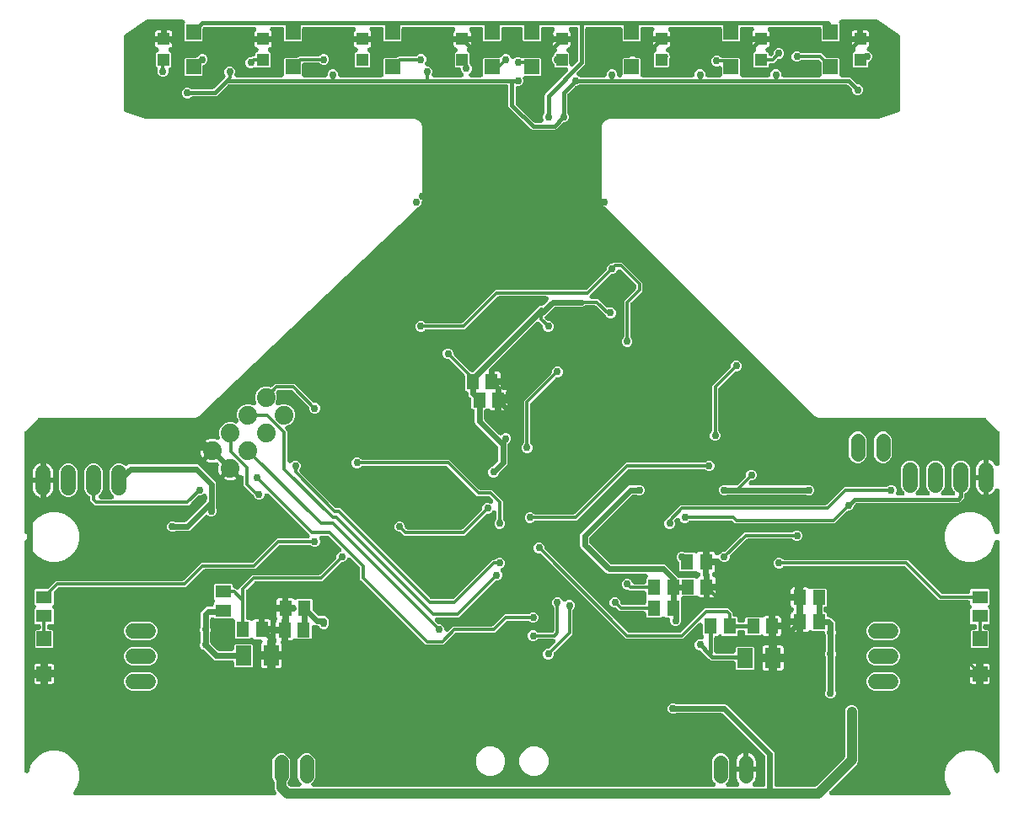
<source format=gbr>
G04 EAGLE Gerber RS-274X export*
G75*
%MOMM*%
%FSLAX34Y34*%
%LPD*%
%INBottom Copper*%
%IPPOS*%
%AMOC8*
5,1,8,0,0,1.08239X$1,22.5*%
G01*
%ADD10R,1.300000X1.500000*%
%ADD11C,1.422400*%
%ADD12R,1.600000X2.000000*%
%ADD13C,1.524000*%
%ADD14R,1.600000X1.300000*%
%ADD15R,1.300000X1.600000*%
%ADD16R,1.200000X1.200000*%
%ADD17R,1.500000X1.500000*%
%ADD18C,1.508000*%
%ADD19C,1.879600*%
%ADD20C,0.406400*%
%ADD21C,0.756400*%
%ADD22C,0.609600*%
%ADD23C,0.304800*%
%ADD24C,0.812800*%
%ADD25C,1.016000*%

G36*
X261010Y10172D02*
X261010Y10172D01*
X261140Y10174D01*
X261234Y10192D01*
X261329Y10201D01*
X261455Y10235D01*
X261582Y10260D01*
X261671Y10294D01*
X261763Y10319D01*
X261881Y10375D01*
X262002Y10422D01*
X262084Y10472D01*
X262170Y10513D01*
X262276Y10588D01*
X262387Y10656D01*
X262458Y10719D01*
X262536Y10775D01*
X262627Y10868D01*
X262724Y10954D01*
X262784Y11029D01*
X262850Y11097D01*
X262923Y11205D01*
X263004Y11307D01*
X263049Y11391D01*
X263102Y11470D01*
X263155Y11589D01*
X263216Y11704D01*
X263246Y11795D01*
X263284Y11882D01*
X263315Y12009D01*
X263355Y12132D01*
X263368Y12227D01*
X263391Y12320D01*
X263399Y12449D01*
X263417Y12578D01*
X263413Y12674D01*
X263419Y12769D01*
X263404Y12898D01*
X263398Y13028D01*
X263378Y13121D01*
X263367Y13216D01*
X263329Y13341D01*
X263301Y13468D01*
X263264Y13556D01*
X263236Y13647D01*
X263177Y13763D01*
X263127Y13883D01*
X263075Y13964D01*
X263032Y14049D01*
X262954Y14152D01*
X262883Y14261D01*
X262797Y14359D01*
X262760Y14407D01*
X262727Y14438D01*
X262676Y14496D01*
X262477Y14695D01*
X261471Y17122D01*
X261471Y22991D01*
X261457Y23154D01*
X261450Y23319D01*
X261437Y23378D01*
X261431Y23439D01*
X261388Y23598D01*
X261352Y23758D01*
X261329Y23815D01*
X261313Y23874D01*
X261242Y24022D01*
X261179Y24174D01*
X261146Y24225D01*
X261119Y24280D01*
X261024Y24414D01*
X260934Y24552D01*
X260883Y24610D01*
X260857Y24646D01*
X260814Y24689D01*
X260757Y24753D01*
X259439Y27934D01*
X259439Y45594D01*
X260754Y48768D01*
X263184Y51198D01*
X266358Y52513D01*
X269794Y52513D01*
X272968Y51198D01*
X275398Y48768D01*
X276713Y45594D01*
X276713Y27934D01*
X275394Y24749D01*
X275319Y24660D01*
X275207Y24539D01*
X275175Y24488D01*
X275136Y24441D01*
X275054Y24298D01*
X274966Y24159D01*
X274942Y24103D01*
X274912Y24050D01*
X274857Y23895D01*
X274795Y23743D01*
X274782Y23683D01*
X274761Y23626D01*
X274735Y23463D01*
X274700Y23303D01*
X274695Y23226D01*
X274688Y23181D01*
X274689Y23120D01*
X274681Y22991D01*
X274681Y22224D01*
X274695Y22060D01*
X274702Y21895D01*
X274715Y21836D01*
X274721Y21775D01*
X274764Y21616D01*
X274800Y21456D01*
X274823Y21400D01*
X274839Y21341D01*
X274910Y21193D01*
X274973Y21040D01*
X275006Y20989D01*
X275033Y20934D01*
X275128Y20801D01*
X275218Y20662D01*
X275269Y20604D01*
X275295Y20568D01*
X275338Y20525D01*
X275424Y20428D01*
X276312Y19540D01*
X276438Y19435D01*
X276559Y19323D01*
X276611Y19291D01*
X276657Y19252D01*
X276800Y19170D01*
X276939Y19082D01*
X276995Y19058D01*
X277048Y19028D01*
X277203Y18973D01*
X277355Y18911D01*
X277415Y18898D01*
X277473Y18877D01*
X277635Y18851D01*
X277796Y18816D01*
X277873Y18811D01*
X277917Y18804D01*
X277978Y18805D01*
X278108Y18797D01*
X285987Y18797D01*
X286116Y18808D01*
X286246Y18810D01*
X286340Y18828D01*
X286435Y18837D01*
X286561Y18871D01*
X286688Y18896D01*
X286778Y18930D01*
X286870Y18955D01*
X286987Y19011D01*
X287108Y19058D01*
X287190Y19108D01*
X287276Y19149D01*
X287382Y19224D01*
X287493Y19292D01*
X287565Y19355D01*
X287642Y19411D01*
X287733Y19504D01*
X287831Y19590D01*
X287890Y19665D01*
X287956Y19733D01*
X288029Y19841D01*
X288110Y19943D01*
X288155Y20027D01*
X288209Y20106D01*
X288261Y20225D01*
X288323Y20340D01*
X288352Y20431D01*
X288391Y20518D01*
X288422Y20645D01*
X288462Y20768D01*
X288475Y20863D01*
X288497Y20956D01*
X288505Y21085D01*
X288523Y21214D01*
X288519Y21310D01*
X288525Y21405D01*
X288510Y21534D01*
X288505Y21664D01*
X288484Y21757D01*
X288473Y21852D01*
X288435Y21977D01*
X288407Y22104D01*
X288370Y22192D01*
X288343Y22283D01*
X288284Y22399D01*
X288234Y22519D01*
X288182Y22599D01*
X288138Y22685D01*
X288060Y22788D01*
X287989Y22897D01*
X287903Y22995D01*
X287866Y23043D01*
X287833Y23074D01*
X287782Y23132D01*
X286154Y24760D01*
X284839Y27934D01*
X284839Y45594D01*
X286154Y48768D01*
X288584Y51198D01*
X291758Y52513D01*
X295194Y52513D01*
X298368Y51198D01*
X300798Y48768D01*
X302113Y45594D01*
X302113Y27934D01*
X300798Y24760D01*
X299170Y23132D01*
X299086Y23032D01*
X298996Y22939D01*
X298942Y22859D01*
X298881Y22786D01*
X298816Y22673D01*
X298743Y22566D01*
X298705Y22478D01*
X298657Y22395D01*
X298614Y22273D01*
X298561Y22154D01*
X298539Y22061D01*
X298507Y21971D01*
X298485Y21843D01*
X298455Y21716D01*
X298449Y21621D01*
X298433Y21527D01*
X298435Y21397D01*
X298427Y21267D01*
X298438Y21172D01*
X298439Y21076D01*
X298464Y20949D01*
X298479Y20820D01*
X298507Y20728D01*
X298525Y20634D01*
X298572Y20513D01*
X298609Y20389D01*
X298653Y20303D01*
X298687Y20214D01*
X298755Y20103D01*
X298814Y19987D01*
X298871Y19911D01*
X298921Y19830D01*
X299007Y19732D01*
X299086Y19629D01*
X299156Y19564D01*
X299219Y19492D01*
X299321Y19412D01*
X299417Y19323D01*
X299497Y19272D01*
X299572Y19213D01*
X299687Y19151D01*
X299797Y19082D01*
X299885Y19045D01*
X299969Y19000D01*
X300093Y18960D01*
X300213Y18911D01*
X300307Y18891D01*
X300397Y18861D01*
X300526Y18843D01*
X300653Y18816D01*
X300783Y18808D01*
X300843Y18800D01*
X300888Y18801D01*
X300965Y18797D01*
X701999Y18797D01*
X702128Y18808D01*
X702258Y18810D01*
X702352Y18828D01*
X702447Y18837D01*
X702573Y18871D01*
X702700Y18896D01*
X702790Y18930D01*
X702882Y18955D01*
X702999Y19011D01*
X703120Y19058D01*
X703202Y19108D01*
X703288Y19149D01*
X703394Y19224D01*
X703505Y19292D01*
X703577Y19355D01*
X703654Y19411D01*
X703745Y19504D01*
X703843Y19590D01*
X703902Y19665D01*
X703968Y19733D01*
X704041Y19841D01*
X704122Y19943D01*
X704167Y20027D01*
X704221Y20106D01*
X704273Y20225D01*
X704335Y20340D01*
X704364Y20431D01*
X704403Y20518D01*
X704434Y20644D01*
X704474Y20768D01*
X704487Y20863D01*
X704509Y20956D01*
X704517Y21085D01*
X704535Y21214D01*
X704531Y21310D01*
X704537Y21405D01*
X704522Y21534D01*
X704517Y21664D01*
X704496Y21757D01*
X704485Y21852D01*
X704447Y21977D01*
X704419Y22104D01*
X704382Y22192D01*
X704355Y22283D01*
X704296Y22399D01*
X704246Y22519D01*
X704194Y22599D01*
X704150Y22685D01*
X704072Y22788D01*
X704001Y22897D01*
X703915Y22995D01*
X703878Y23043D01*
X703845Y23074D01*
X703794Y23132D01*
X702354Y24572D01*
X701039Y27746D01*
X701039Y45406D01*
X702354Y48580D01*
X704784Y51010D01*
X707958Y52325D01*
X711394Y52325D01*
X714568Y51010D01*
X716998Y48580D01*
X718313Y45406D01*
X718313Y27746D01*
X716998Y24572D01*
X715558Y23132D01*
X715474Y23032D01*
X715384Y22939D01*
X715330Y22859D01*
X715269Y22786D01*
X715204Y22673D01*
X715131Y22566D01*
X715093Y22478D01*
X715045Y22395D01*
X715002Y22273D01*
X714949Y22154D01*
X714927Y22061D01*
X714895Y21971D01*
X714873Y21843D01*
X714843Y21716D01*
X714837Y21621D01*
X714821Y21527D01*
X714823Y21397D01*
X714815Y21267D01*
X714826Y21172D01*
X714827Y21076D01*
X714852Y20949D01*
X714867Y20820D01*
X714895Y20728D01*
X714913Y20634D01*
X714960Y20513D01*
X714997Y20389D01*
X715041Y20303D01*
X715075Y20214D01*
X715143Y20103D01*
X715202Y19987D01*
X715259Y19911D01*
X715309Y19830D01*
X715395Y19732D01*
X715474Y19629D01*
X715544Y19564D01*
X715607Y19492D01*
X715709Y19412D01*
X715805Y19323D01*
X715885Y19272D01*
X715960Y19213D01*
X716075Y19151D01*
X716185Y19082D01*
X716273Y19045D01*
X716357Y19000D01*
X716481Y18960D01*
X716601Y18911D01*
X716695Y18891D01*
X716785Y18861D01*
X716914Y18843D01*
X717041Y18816D01*
X717171Y18808D01*
X717231Y18800D01*
X717276Y18801D01*
X717353Y18797D01*
X725962Y18797D01*
X726092Y18808D01*
X726222Y18810D01*
X726315Y18828D01*
X726410Y18837D01*
X726536Y18871D01*
X726664Y18896D01*
X726753Y18930D01*
X726845Y18955D01*
X726962Y19011D01*
X727084Y19058D01*
X727166Y19108D01*
X727251Y19149D01*
X727357Y19224D01*
X727468Y19292D01*
X727540Y19355D01*
X727618Y19411D01*
X727708Y19504D01*
X727806Y19590D01*
X727865Y19665D01*
X727932Y19733D01*
X728005Y19841D01*
X728085Y19943D01*
X728130Y20027D01*
X728184Y20106D01*
X728236Y20225D01*
X728298Y20340D01*
X728327Y20431D01*
X728366Y20518D01*
X728397Y20645D01*
X728437Y20768D01*
X728450Y20863D01*
X728473Y20956D01*
X728481Y21085D01*
X728498Y21214D01*
X728494Y21310D01*
X728500Y21405D01*
X728485Y21534D01*
X728480Y21664D01*
X728459Y21757D01*
X728448Y21852D01*
X728410Y21977D01*
X728382Y22104D01*
X728346Y22192D01*
X728318Y22283D01*
X728259Y22399D01*
X728209Y22519D01*
X728157Y22599D01*
X728114Y22685D01*
X728035Y22788D01*
X727964Y22898D01*
X727878Y22995D01*
X727842Y23043D01*
X727809Y23074D01*
X727757Y23132D01*
X727713Y23176D01*
X726820Y24405D01*
X726130Y25759D01*
X725661Y27203D01*
X725423Y28704D01*
X725423Y34037D01*
X735076Y34037D01*
X744729Y34037D01*
X744729Y28704D01*
X744491Y27203D01*
X744022Y25759D01*
X743332Y24405D01*
X742439Y23176D01*
X742395Y23132D01*
X742311Y23032D01*
X742220Y22939D01*
X742167Y22860D01*
X742106Y22786D01*
X742041Y22673D01*
X741968Y22566D01*
X741930Y22478D01*
X741882Y22395D01*
X741839Y22273D01*
X741786Y22154D01*
X741763Y22061D01*
X741731Y21971D01*
X741710Y21843D01*
X741679Y21716D01*
X741674Y21621D01*
X741658Y21527D01*
X741660Y21397D01*
X741652Y21267D01*
X741663Y21172D01*
X741664Y21077D01*
X741689Y20949D01*
X741704Y20820D01*
X741731Y20728D01*
X741750Y20635D01*
X741796Y20513D01*
X741834Y20389D01*
X741877Y20304D01*
X741912Y20215D01*
X741979Y20103D01*
X742038Y19987D01*
X742096Y19912D01*
X742146Y19830D01*
X742232Y19732D01*
X742310Y19629D01*
X742381Y19564D01*
X742444Y19492D01*
X742546Y19412D01*
X742642Y19323D01*
X742722Y19272D01*
X742797Y19213D01*
X742912Y19152D01*
X743021Y19082D01*
X743110Y19045D01*
X743194Y19000D01*
X743317Y18960D01*
X743438Y18911D01*
X743531Y18891D01*
X743622Y18861D01*
X743751Y18843D01*
X743878Y18816D01*
X744008Y18808D01*
X744068Y18800D01*
X744113Y18801D01*
X744190Y18797D01*
X751840Y18797D01*
X751875Y18800D01*
X751909Y18798D01*
X752098Y18820D01*
X752289Y18837D01*
X752322Y18846D01*
X752356Y18850D01*
X752539Y18905D01*
X752723Y18955D01*
X752754Y18970D01*
X752787Y18980D01*
X752958Y19067D01*
X753130Y19149D01*
X753158Y19169D01*
X753189Y19184D01*
X753341Y19300D01*
X753496Y19411D01*
X753520Y19436D01*
X753547Y19456D01*
X753676Y19596D01*
X753810Y19733D01*
X753829Y19762D01*
X753853Y19788D01*
X753955Y19949D01*
X754062Y20106D01*
X754076Y20138D01*
X754094Y20167D01*
X754167Y20344D01*
X754244Y20518D01*
X754252Y20552D01*
X754265Y20584D01*
X754305Y20771D01*
X754351Y20956D01*
X754353Y20990D01*
X754360Y21024D01*
X754379Y21336D01*
X754379Y48870D01*
X754365Y49034D01*
X754358Y49198D01*
X754345Y49258D01*
X754339Y49319D01*
X754296Y49477D01*
X754260Y49638D01*
X754237Y49694D01*
X754221Y49753D01*
X754150Y49901D01*
X754087Y50053D01*
X754054Y50105D01*
X754027Y50160D01*
X753932Y50293D01*
X753842Y50431D01*
X753791Y50489D01*
X753765Y50526D01*
X753722Y50568D01*
X753636Y50666D01*
X712082Y92220D01*
X711955Y92325D01*
X711835Y92437D01*
X711783Y92469D01*
X711736Y92508D01*
X711594Y92590D01*
X711455Y92678D01*
X711398Y92702D01*
X711345Y92732D01*
X711190Y92787D01*
X711038Y92849D01*
X710979Y92862D01*
X710921Y92883D01*
X710759Y92909D01*
X710598Y92944D01*
X710521Y92949D01*
X710477Y92956D01*
X710416Y92955D01*
X710286Y92963D01*
X664749Y92963D01*
X664632Y92953D01*
X664515Y92953D01*
X664409Y92933D01*
X664300Y92923D01*
X664187Y92893D01*
X664072Y92872D01*
X663926Y92821D01*
X663866Y92805D01*
X663833Y92789D01*
X663777Y92770D01*
X662472Y92229D01*
X660360Y92229D01*
X658410Y93037D01*
X656917Y94530D01*
X656109Y96480D01*
X656109Y98592D01*
X656917Y100542D01*
X658410Y102035D01*
X660360Y102843D01*
X662472Y102843D01*
X663777Y102302D01*
X663889Y102267D01*
X663997Y102223D01*
X664103Y102200D01*
X664207Y102167D01*
X664323Y102153D01*
X664437Y102128D01*
X664591Y102118D01*
X664653Y102111D01*
X664690Y102112D01*
X664749Y102109D01*
X714142Y102109D01*
X715822Y101413D01*
X762829Y54406D01*
X763525Y52726D01*
X763525Y21336D01*
X763528Y21301D01*
X763526Y21267D01*
X763548Y21078D01*
X763565Y20887D01*
X763574Y20854D01*
X763578Y20820D01*
X763633Y20637D01*
X763683Y20453D01*
X763698Y20422D01*
X763708Y20389D01*
X763795Y20218D01*
X763877Y20046D01*
X763897Y20018D01*
X763912Y19987D01*
X764028Y19835D01*
X764139Y19680D01*
X764164Y19656D01*
X764184Y19629D01*
X764324Y19500D01*
X764461Y19366D01*
X764490Y19347D01*
X764516Y19323D01*
X764677Y19221D01*
X764834Y19114D01*
X764866Y19100D01*
X764895Y19082D01*
X765072Y19009D01*
X765246Y18932D01*
X765280Y18924D01*
X765312Y18911D01*
X765499Y18871D01*
X765684Y18825D01*
X765718Y18823D01*
X765752Y18816D01*
X766064Y18797D01*
X803932Y18797D01*
X804096Y18811D01*
X804261Y18818D01*
X804320Y18831D01*
X804381Y18837D01*
X804540Y18880D01*
X804700Y18916D01*
X804756Y18939D01*
X804815Y18955D01*
X804963Y19026D01*
X805116Y19089D01*
X805167Y19122D01*
X805222Y19149D01*
X805355Y19244D01*
X805494Y19334D01*
X805552Y19385D01*
X805588Y19411D01*
X805631Y19454D01*
X805728Y19540D01*
X833900Y47712D01*
X834005Y47838D01*
X834117Y47959D01*
X834149Y48011D01*
X834188Y48057D01*
X834270Y48200D01*
X834358Y48339D01*
X834382Y48395D01*
X834412Y48448D01*
X834467Y48603D01*
X834529Y48755D01*
X834542Y48815D01*
X834563Y48873D01*
X834589Y49035D01*
X834624Y49196D01*
X834629Y49273D01*
X834636Y49317D01*
X834635Y49378D01*
X834643Y49508D01*
X834643Y95802D01*
X835649Y98229D01*
X837507Y100087D01*
X839934Y101093D01*
X842562Y101093D01*
X844989Y100087D01*
X846847Y98229D01*
X847853Y95802D01*
X847853Y44406D01*
X846847Y41979D01*
X844632Y39764D01*
X819364Y14496D01*
X819281Y14396D01*
X819190Y14303D01*
X819136Y14223D01*
X819075Y14150D01*
X819011Y14037D01*
X818938Y13930D01*
X818899Y13842D01*
X818852Y13759D01*
X818808Y13637D01*
X818756Y13518D01*
X818733Y13425D01*
X818701Y13335D01*
X818680Y13206D01*
X818649Y13080D01*
X818643Y12985D01*
X818627Y12891D01*
X818629Y12760D01*
X818621Y12631D01*
X818632Y12536D01*
X818634Y12440D01*
X818658Y12313D01*
X818673Y12184D01*
X818701Y12092D01*
X818719Y11998D01*
X818766Y11877D01*
X818804Y11753D01*
X818847Y11668D01*
X818881Y11578D01*
X818949Y11467D01*
X819008Y11351D01*
X819066Y11275D01*
X819115Y11194D01*
X819201Y11096D01*
X819280Y10993D01*
X819350Y10928D01*
X819414Y10856D01*
X819515Y10776D01*
X819611Y10687D01*
X819692Y10636D01*
X819767Y10577D01*
X819881Y10516D01*
X819991Y10446D01*
X820079Y10409D01*
X820163Y10364D01*
X820287Y10324D01*
X820407Y10275D01*
X820501Y10255D01*
X820592Y10225D01*
X820720Y10207D01*
X820848Y10180D01*
X820977Y10172D01*
X821038Y10164D01*
X821083Y10165D01*
X821160Y10161D01*
X938126Y10161D01*
X938256Y10172D01*
X938386Y10174D01*
X938480Y10192D01*
X938575Y10201D01*
X938700Y10235D01*
X938828Y10260D01*
X938917Y10294D01*
X939009Y10319D01*
X939126Y10375D01*
X939248Y10422D01*
X939330Y10472D01*
X939416Y10513D01*
X939521Y10588D01*
X939633Y10656D01*
X939704Y10719D01*
X939782Y10775D01*
X939873Y10868D01*
X939970Y10954D01*
X940029Y11029D01*
X940096Y11097D01*
X940169Y11205D01*
X940250Y11307D01*
X940295Y11391D01*
X940348Y11470D01*
X940401Y11589D01*
X940462Y11704D01*
X940492Y11795D01*
X940530Y11882D01*
X940561Y12009D01*
X940601Y12132D01*
X940614Y12227D01*
X940637Y12320D01*
X940645Y12449D01*
X940663Y12578D01*
X940659Y12674D01*
X940665Y12769D01*
X940650Y12898D01*
X940644Y13028D01*
X940624Y13121D01*
X940613Y13216D01*
X940575Y13341D01*
X940547Y13468D01*
X940510Y13556D01*
X940482Y13647D01*
X940423Y13763D01*
X940373Y13883D01*
X940321Y13963D01*
X940278Y14049D01*
X940199Y14152D01*
X940129Y14261D01*
X940043Y14359D01*
X940006Y14407D01*
X939973Y14438D01*
X939922Y14496D01*
X939866Y14551D01*
X936554Y20288D01*
X934839Y26687D01*
X934839Y33313D01*
X936554Y39712D01*
X939866Y45449D01*
X944551Y50134D01*
X950288Y53446D01*
X956687Y55161D01*
X963313Y55161D01*
X969712Y53446D01*
X975449Y50134D01*
X980134Y45449D01*
X983446Y39712D01*
X984847Y34482D01*
X984888Y34371D01*
X984919Y34256D01*
X984965Y34160D01*
X985002Y34059D01*
X985062Y33957D01*
X985113Y33850D01*
X985175Y33763D01*
X985229Y33670D01*
X985306Y33580D01*
X985375Y33484D01*
X985452Y33409D01*
X985521Y33328D01*
X985612Y33252D01*
X985697Y33170D01*
X985786Y33110D01*
X985869Y33042D01*
X985972Y32984D01*
X986070Y32918D01*
X986168Y32874D01*
X986262Y32822D01*
X986374Y32783D01*
X986482Y32735D01*
X986586Y32710D01*
X986687Y32675D01*
X986805Y32657D01*
X986920Y32629D01*
X987027Y32622D01*
X987132Y32606D01*
X987251Y32608D01*
X987369Y32601D01*
X987475Y32613D01*
X987582Y32616D01*
X987698Y32639D01*
X987816Y32653D01*
X987919Y32684D01*
X988024Y32705D01*
X988134Y32749D01*
X988247Y32783D01*
X988343Y32832D01*
X988442Y32871D01*
X988543Y32934D01*
X988649Y32988D01*
X988734Y33052D01*
X988825Y33109D01*
X988913Y33188D01*
X989007Y33260D01*
X989080Y33339D01*
X989159Y33410D01*
X989232Y33504D01*
X989313Y33591D01*
X989370Y33681D01*
X989436Y33766D01*
X989491Y33871D01*
X989554Y33971D01*
X989595Y34070D01*
X989645Y34165D01*
X989680Y34278D01*
X989725Y34387D01*
X989748Y34492D01*
X989780Y34594D01*
X989795Y34712D01*
X989820Y34827D01*
X989829Y34978D01*
X989837Y35041D01*
X989835Y35078D01*
X989839Y35139D01*
X989839Y264861D01*
X989829Y264979D01*
X989828Y265097D01*
X989809Y265202D01*
X989799Y265309D01*
X989768Y265424D01*
X989747Y265540D01*
X989709Y265640D01*
X989681Y265744D01*
X989630Y265851D01*
X989588Y265962D01*
X989533Y266054D01*
X989487Y266150D01*
X989418Y266246D01*
X989358Y266348D01*
X989288Y266429D01*
X989225Y266516D01*
X989140Y266599D01*
X989063Y266688D01*
X988979Y266756D01*
X988903Y266830D01*
X988804Y266897D01*
X988712Y266971D01*
X988618Y267022D01*
X988530Y267082D01*
X988421Y267130D01*
X988317Y267187D01*
X988216Y267221D01*
X988118Y267265D01*
X988002Y267293D01*
X987890Y267330D01*
X987784Y267346D01*
X987680Y267371D01*
X987562Y267379D01*
X987445Y267396D01*
X987338Y267392D01*
X987231Y267399D01*
X987113Y267385D01*
X986995Y267381D01*
X986890Y267359D01*
X986784Y267347D01*
X986670Y267313D01*
X986554Y267288D01*
X986455Y267248D01*
X986353Y267217D01*
X986247Y267163D01*
X986137Y267118D01*
X986047Y267061D01*
X985951Y267012D01*
X985857Y266941D01*
X985757Y266877D01*
X985678Y266805D01*
X985593Y266740D01*
X985512Y266653D01*
X985425Y266573D01*
X985360Y266488D01*
X985288Y266409D01*
X985224Y266309D01*
X985152Y266215D01*
X985103Y266120D01*
X985046Y266029D01*
X985001Y265920D01*
X984947Y265814D01*
X984899Y265671D01*
X984875Y265613D01*
X984867Y265576D01*
X984847Y265518D01*
X983446Y260288D01*
X980134Y254551D01*
X975449Y249866D01*
X969712Y246554D01*
X963313Y244839D01*
X956687Y244839D01*
X950288Y246554D01*
X944551Y249866D01*
X939866Y254551D01*
X936554Y260288D01*
X934839Y266687D01*
X934839Y273313D01*
X936554Y279712D01*
X939866Y285449D01*
X944551Y290134D01*
X950288Y293446D01*
X956687Y295161D01*
X963313Y295161D01*
X969712Y293446D01*
X975449Y290134D01*
X980134Y285449D01*
X983446Y279712D01*
X984847Y274482D01*
X984888Y274371D01*
X984919Y274256D01*
X984965Y274160D01*
X985002Y274059D01*
X985062Y273957D01*
X985113Y273850D01*
X985175Y273763D01*
X985229Y273670D01*
X985306Y273580D01*
X985375Y273484D01*
X985452Y273409D01*
X985521Y273328D01*
X985612Y273252D01*
X985697Y273170D01*
X985786Y273110D01*
X985869Y273042D01*
X985972Y272984D01*
X986070Y272918D01*
X986168Y272874D01*
X986262Y272822D01*
X986374Y272783D01*
X986482Y272735D01*
X986586Y272710D01*
X986687Y272675D01*
X986805Y272657D01*
X986920Y272629D01*
X987027Y272622D01*
X987132Y272606D01*
X987251Y272608D01*
X987369Y272601D01*
X987475Y272613D01*
X987582Y272616D01*
X987698Y272639D01*
X987816Y272653D01*
X987919Y272684D01*
X988024Y272705D01*
X988134Y272749D01*
X988247Y272783D01*
X988343Y272832D01*
X988442Y272871D01*
X988543Y272934D01*
X988649Y272988D01*
X988734Y273052D01*
X988825Y273109D01*
X988913Y273188D01*
X989007Y273260D01*
X989080Y273339D01*
X989159Y273410D01*
X989232Y273504D01*
X989313Y273591D01*
X989370Y273681D01*
X989436Y273766D01*
X989491Y273871D01*
X989554Y273971D01*
X989595Y274070D01*
X989645Y274165D01*
X989680Y274277D01*
X989725Y274387D01*
X989748Y274492D01*
X989780Y274594D01*
X989795Y274712D01*
X989820Y274827D01*
X989829Y274978D01*
X989837Y275041D01*
X989835Y275078D01*
X989839Y275139D01*
X989839Y316293D01*
X989832Y316371D01*
X989834Y316449D01*
X989812Y316595D01*
X989799Y316741D01*
X989779Y316817D01*
X989767Y316894D01*
X989720Y317034D01*
X989681Y317176D01*
X989647Y317246D01*
X989622Y317320D01*
X989551Y317450D01*
X989487Y317582D01*
X989442Y317646D01*
X989404Y317714D01*
X989311Y317829D01*
X989225Y317949D01*
X989169Y318003D01*
X989120Y318064D01*
X989008Y318160D01*
X988903Y318263D01*
X988838Y318306D01*
X988779Y318357D01*
X988652Y318432D01*
X988530Y318515D01*
X988458Y318546D01*
X988391Y318586D01*
X988253Y318637D01*
X988118Y318697D01*
X988042Y318715D01*
X987969Y318743D01*
X987824Y318769D01*
X987680Y318804D01*
X987602Y318808D01*
X987525Y318822D01*
X987378Y318822D01*
X987231Y318831D01*
X987153Y318822D01*
X987075Y318822D01*
X986930Y318796D01*
X986784Y318779D01*
X986709Y318757D01*
X986632Y318743D01*
X986494Y318692D01*
X986353Y318649D01*
X986283Y318613D01*
X986210Y318586D01*
X986083Y318511D01*
X985951Y318445D01*
X985889Y318397D01*
X985822Y318358D01*
X985710Y318261D01*
X985593Y318173D01*
X985540Y318115D01*
X985480Y318064D01*
X985387Y317950D01*
X985288Y317841D01*
X985245Y317775D01*
X985196Y317715D01*
X985062Y317488D01*
X985046Y317462D01*
X985043Y317455D01*
X985037Y317446D01*
X984838Y317055D01*
X983898Y315761D01*
X982767Y314630D01*
X981473Y313690D01*
X980048Y312964D01*
X978687Y312521D01*
X978687Y330000D01*
X978687Y347479D01*
X980048Y347036D01*
X981473Y346310D01*
X982767Y345370D01*
X983898Y344239D01*
X984838Y342945D01*
X985037Y342554D01*
X985079Y342488D01*
X985113Y342418D01*
X985198Y342298D01*
X985277Y342173D01*
X985329Y342115D01*
X985375Y342051D01*
X985480Y341949D01*
X985579Y341840D01*
X985641Y341792D01*
X985697Y341737D01*
X985820Y341655D01*
X985936Y341565D01*
X986006Y341529D01*
X986070Y341485D01*
X986205Y341426D01*
X986336Y341358D01*
X986411Y341335D01*
X986482Y341303D01*
X986625Y341268D01*
X986766Y341225D01*
X986844Y341215D01*
X986920Y341196D01*
X987067Y341187D01*
X987213Y341169D01*
X987291Y341174D01*
X987369Y341169D01*
X987516Y341186D01*
X987663Y341194D01*
X987738Y341212D01*
X987816Y341221D01*
X987958Y341264D01*
X988101Y341297D01*
X988172Y341328D01*
X988247Y341351D01*
X988379Y341418D01*
X988514Y341477D01*
X988579Y341520D01*
X988649Y341555D01*
X988766Y341644D01*
X988889Y341726D01*
X988945Y341780D01*
X989007Y341827D01*
X989107Y341936D01*
X989214Y342038D01*
X989260Y342101D01*
X989313Y342159D01*
X989392Y342283D01*
X989478Y342402D01*
X989512Y342472D01*
X989554Y342538D01*
X989610Y342675D01*
X989675Y342807D01*
X989696Y342883D01*
X989725Y342955D01*
X989756Y343099D01*
X989796Y343241D01*
X989804Y343319D01*
X989820Y343395D01*
X989836Y343659D01*
X989839Y343689D01*
X989839Y343696D01*
X989839Y343707D01*
X989839Y374739D01*
X989825Y374903D01*
X989818Y375068D01*
X989805Y375127D01*
X989799Y375188D01*
X989756Y375347D01*
X989720Y375507D01*
X989697Y375564D01*
X989681Y375622D01*
X989610Y375771D01*
X989547Y375923D01*
X989514Y375974D01*
X989487Y376029D01*
X989392Y376163D01*
X989302Y376301D01*
X989251Y376359D01*
X989225Y376395D01*
X989182Y376438D01*
X989096Y376535D01*
X976535Y389096D01*
X976409Y389201D01*
X976288Y389313D01*
X976237Y389345D01*
X976190Y389384D01*
X976047Y389466D01*
X975908Y389554D01*
X975852Y389578D01*
X975799Y389608D01*
X975644Y389663D01*
X975492Y389725D01*
X975432Y389738D01*
X975374Y389759D01*
X975212Y389785D01*
X975051Y389820D01*
X974974Y389825D01*
X974930Y389832D01*
X974869Y389831D01*
X974740Y389839D01*
X807979Y389839D01*
X804244Y391386D01*
X591386Y604244D01*
X589839Y607979D01*
X589839Y682021D01*
X591386Y685756D01*
X594244Y688614D01*
X597979Y690161D01*
X867939Y690161D01*
X867966Y690163D01*
X867993Y690161D01*
X868190Y690183D01*
X868388Y690201D01*
X868413Y690208D01*
X868440Y690211D01*
X868742Y690291D01*
X888103Y696745D01*
X888173Y696775D01*
X888247Y696798D01*
X888380Y696865D01*
X888516Y696924D01*
X888580Y696967D01*
X888649Y697002D01*
X888767Y697092D01*
X888890Y697174D01*
X888946Y697228D01*
X889007Y697274D01*
X889108Y697383D01*
X889215Y697486D01*
X889260Y697548D01*
X889313Y697605D01*
X889392Y697731D01*
X889479Y697851D01*
X889513Y697920D01*
X889554Y697985D01*
X889611Y698122D01*
X889675Y698256D01*
X889696Y698330D01*
X889725Y698402D01*
X889757Y698547D01*
X889797Y698690D01*
X889804Y698766D01*
X889820Y698842D01*
X889837Y699111D01*
X889839Y699138D01*
X889839Y699144D01*
X889839Y699154D01*
X889839Y773203D01*
X889822Y773392D01*
X889811Y773581D01*
X889803Y773616D01*
X889799Y773652D01*
X889750Y773834D01*
X889705Y774019D01*
X889690Y774052D01*
X889681Y774086D01*
X889600Y774257D01*
X889523Y774431D01*
X889503Y774460D01*
X889487Y774493D01*
X889377Y774647D01*
X889271Y774804D01*
X889246Y774830D01*
X889225Y774859D01*
X889089Y774991D01*
X888957Y775127D01*
X888923Y775153D01*
X888903Y775173D01*
X888852Y775207D01*
X888709Y775316D01*
X867563Y789413D01*
X867441Y789479D01*
X867323Y789554D01*
X867244Y789587D01*
X867168Y789628D01*
X867036Y789672D01*
X866907Y789725D01*
X866822Y789743D01*
X866741Y789771D01*
X866603Y789791D01*
X866467Y789820D01*
X866352Y789827D01*
X866295Y789835D01*
X866245Y789834D01*
X866155Y789839D01*
X830947Y789839D01*
X830818Y789828D01*
X830688Y789826D01*
X830594Y789808D01*
X830499Y789799D01*
X830373Y789765D01*
X830246Y789740D01*
X830157Y789706D01*
X830064Y789681D01*
X829947Y789625D01*
X829826Y789578D01*
X829744Y789528D01*
X829658Y789487D01*
X829552Y789412D01*
X829441Y789344D01*
X829369Y789281D01*
X829292Y789225D01*
X829201Y789132D01*
X829104Y789046D01*
X829044Y788971D01*
X828978Y788903D01*
X828905Y788795D01*
X828824Y788693D01*
X828779Y788609D01*
X828726Y788530D01*
X828673Y788411D01*
X828612Y788296D01*
X828582Y788205D01*
X828543Y788118D01*
X828513Y787991D01*
X828472Y787868D01*
X828459Y787773D01*
X828437Y787680D01*
X828429Y787551D01*
X828411Y787422D01*
X828415Y787326D01*
X828409Y787231D01*
X828424Y787102D01*
X828429Y786972D01*
X828450Y786879D01*
X828461Y786784D01*
X828499Y786659D01*
X828527Y786532D01*
X828564Y786444D01*
X828591Y786353D01*
X828650Y786237D01*
X828701Y786117D01*
X828752Y786037D01*
X828796Y785951D01*
X828874Y785848D01*
X828945Y785739D01*
X829025Y785648D01*
X829025Y769368D01*
X828132Y768475D01*
X811868Y768475D01*
X810975Y769368D01*
X810975Y780288D01*
X810972Y780323D01*
X810974Y780357D01*
X810952Y780546D01*
X810935Y780737D01*
X810926Y780770D01*
X810922Y780804D01*
X810867Y780987D01*
X810817Y781171D01*
X810802Y781202D01*
X810792Y781235D01*
X810705Y781406D01*
X810623Y781578D01*
X810603Y781606D01*
X810588Y781637D01*
X810472Y781789D01*
X810361Y781944D01*
X810336Y781968D01*
X810316Y781995D01*
X810176Y782124D01*
X810039Y782258D01*
X810010Y782277D01*
X809984Y782301D01*
X809823Y782403D01*
X809666Y782510D01*
X809634Y782524D01*
X809605Y782542D01*
X809428Y782615D01*
X809254Y782692D01*
X809220Y782700D01*
X809188Y782713D01*
X809001Y782753D01*
X808816Y782799D01*
X808782Y782801D01*
X808748Y782808D01*
X808436Y782827D01*
X759396Y782827D01*
X759267Y782816D01*
X759137Y782814D01*
X759043Y782796D01*
X758948Y782787D01*
X758822Y782753D01*
X758695Y782728D01*
X758606Y782694D01*
X758513Y782669D01*
X758396Y782613D01*
X758275Y782566D01*
X758193Y782516D01*
X758107Y782475D01*
X758001Y782400D01*
X757890Y782332D01*
X757818Y782269D01*
X757741Y782213D01*
X757650Y782120D01*
X757552Y782034D01*
X757493Y781959D01*
X757427Y781891D01*
X757354Y781783D01*
X757273Y781681D01*
X757228Y781597D01*
X757174Y781518D01*
X757122Y781399D01*
X757060Y781284D01*
X757031Y781193D01*
X756992Y781106D01*
X756961Y780979D01*
X756921Y780856D01*
X756908Y780761D01*
X756886Y780668D01*
X756878Y780539D01*
X756860Y780410D01*
X756864Y780314D01*
X756858Y780219D01*
X756873Y780090D01*
X756878Y779960D01*
X756899Y779867D01*
X756910Y779772D01*
X756948Y779647D01*
X756976Y779520D01*
X757013Y779432D01*
X757040Y779341D01*
X757099Y779225D01*
X757149Y779105D01*
X757201Y779025D01*
X757245Y778939D01*
X757323Y778836D01*
X757394Y778727D01*
X757480Y778629D01*
X757517Y778581D01*
X757550Y778550D01*
X757601Y778492D01*
X758033Y778060D01*
X758368Y777481D01*
X758541Y776835D01*
X758541Y773499D01*
X750460Y773499D01*
X750426Y773496D01*
X750391Y773498D01*
X750202Y773476D01*
X750012Y773459D01*
X749990Y773454D01*
X749920Y773471D01*
X749886Y773473D01*
X749852Y773480D01*
X749540Y773499D01*
X741459Y773499D01*
X741459Y776835D01*
X741632Y777481D01*
X741967Y778060D01*
X742399Y778492D01*
X742483Y778592D01*
X742573Y778685D01*
X742627Y778764D01*
X742688Y778838D01*
X742753Y778951D01*
X742826Y779058D01*
X742864Y779146D01*
X742912Y779229D01*
X742955Y779351D01*
X743008Y779470D01*
X743030Y779563D01*
X743062Y779653D01*
X743084Y779781D01*
X743114Y779908D01*
X743120Y780003D01*
X743136Y780097D01*
X743134Y780227D01*
X743142Y780357D01*
X743131Y780452D01*
X743130Y780547D01*
X743105Y780675D01*
X743090Y780804D01*
X743062Y780896D01*
X743044Y780990D01*
X742997Y781111D01*
X742960Y781235D01*
X742916Y781320D01*
X742882Y781410D01*
X742814Y781521D01*
X742755Y781637D01*
X742698Y781713D01*
X742648Y781794D01*
X742562Y781892D01*
X742483Y781995D01*
X742413Y782060D01*
X742350Y782132D01*
X742248Y782212D01*
X742152Y782301D01*
X742072Y782352D01*
X741997Y782411D01*
X741882Y782472D01*
X741772Y782542D01*
X741684Y782579D01*
X741600Y782624D01*
X741476Y782664D01*
X741356Y782713D01*
X741263Y782733D01*
X741172Y782763D01*
X741043Y782781D01*
X740916Y782808D01*
X740786Y782816D01*
X740726Y782824D01*
X740681Y782823D01*
X740604Y782827D01*
X731564Y782827D01*
X731529Y782824D01*
X731495Y782826D01*
X731306Y782804D01*
X731115Y782787D01*
X731082Y782778D01*
X731048Y782774D01*
X730865Y782719D01*
X730681Y782669D01*
X730650Y782654D01*
X730617Y782644D01*
X730446Y782557D01*
X730274Y782475D01*
X730246Y782455D01*
X730215Y782440D01*
X730063Y782324D01*
X729908Y782213D01*
X729884Y782188D01*
X729857Y782168D01*
X729728Y782028D01*
X729594Y781891D01*
X729575Y781862D01*
X729551Y781836D01*
X729449Y781675D01*
X729342Y781518D01*
X729328Y781486D01*
X729310Y781457D01*
X729237Y781280D01*
X729160Y781106D01*
X729152Y781072D01*
X729139Y781040D01*
X729099Y780853D01*
X729053Y780668D01*
X729051Y780634D01*
X729044Y780600D01*
X729025Y780288D01*
X729025Y769368D01*
X728132Y768475D01*
X711868Y768475D01*
X710975Y769368D01*
X710975Y780288D01*
X710972Y780323D01*
X710974Y780357D01*
X710952Y780546D01*
X710935Y780737D01*
X710926Y780770D01*
X710922Y780804D01*
X710867Y780987D01*
X710817Y781171D01*
X710802Y781202D01*
X710792Y781235D01*
X710705Y781406D01*
X710623Y781578D01*
X710603Y781606D01*
X710588Y781637D01*
X710472Y781789D01*
X710361Y781944D01*
X710336Y781968D01*
X710316Y781995D01*
X710176Y782124D01*
X710039Y782258D01*
X710010Y782277D01*
X709984Y782301D01*
X709823Y782403D01*
X709666Y782510D01*
X709634Y782524D01*
X709605Y782542D01*
X709428Y782615D01*
X709254Y782692D01*
X709220Y782700D01*
X709188Y782713D01*
X709001Y782753D01*
X708816Y782799D01*
X708782Y782801D01*
X708748Y782808D01*
X708436Y782827D01*
X659396Y782827D01*
X659267Y782816D01*
X659137Y782814D01*
X659043Y782796D01*
X658948Y782787D01*
X658822Y782753D01*
X658695Y782728D01*
X658606Y782694D01*
X658513Y782669D01*
X658396Y782613D01*
X658275Y782566D01*
X658193Y782516D01*
X658107Y782475D01*
X658001Y782400D01*
X657890Y782332D01*
X657818Y782269D01*
X657741Y782213D01*
X657650Y782120D01*
X657552Y782034D01*
X657493Y781959D01*
X657427Y781891D01*
X657354Y781783D01*
X657273Y781681D01*
X657228Y781597D01*
X657174Y781518D01*
X657122Y781399D01*
X657060Y781284D01*
X657031Y781193D01*
X656992Y781106D01*
X656961Y780979D01*
X656921Y780856D01*
X656908Y780761D01*
X656886Y780668D01*
X656878Y780539D01*
X656860Y780410D01*
X656864Y780314D01*
X656858Y780219D01*
X656873Y780090D01*
X656878Y779960D01*
X656899Y779867D01*
X656910Y779772D01*
X656948Y779647D01*
X656976Y779520D01*
X657013Y779432D01*
X657040Y779341D01*
X657099Y779225D01*
X657149Y779105D01*
X657201Y779025D01*
X657245Y778939D01*
X657323Y778836D01*
X657394Y778727D01*
X657480Y778629D01*
X657517Y778581D01*
X657550Y778550D01*
X657601Y778492D01*
X658033Y778060D01*
X658368Y777481D01*
X658541Y776835D01*
X658541Y773499D01*
X650460Y773499D01*
X650426Y773496D01*
X650391Y773498D01*
X650202Y773476D01*
X650012Y773459D01*
X649990Y773454D01*
X649920Y773471D01*
X649886Y773473D01*
X649852Y773480D01*
X649540Y773499D01*
X641459Y773499D01*
X641459Y776835D01*
X641632Y777481D01*
X641967Y778060D01*
X642399Y778492D01*
X642483Y778592D01*
X642573Y778685D01*
X642627Y778764D01*
X642688Y778838D01*
X642753Y778951D01*
X642826Y779058D01*
X642864Y779146D01*
X642912Y779229D01*
X642955Y779351D01*
X643008Y779470D01*
X643030Y779563D01*
X643062Y779653D01*
X643084Y779781D01*
X643114Y779908D01*
X643120Y780003D01*
X643136Y780097D01*
X643134Y780227D01*
X643142Y780357D01*
X643131Y780452D01*
X643130Y780547D01*
X643105Y780675D01*
X643090Y780804D01*
X643062Y780896D01*
X643044Y780990D01*
X642997Y781111D01*
X642960Y781235D01*
X642916Y781320D01*
X642882Y781410D01*
X642814Y781521D01*
X642755Y781637D01*
X642698Y781713D01*
X642648Y781794D01*
X642562Y781892D01*
X642483Y781995D01*
X642413Y782060D01*
X642350Y782132D01*
X642248Y782212D01*
X642152Y782301D01*
X642072Y782352D01*
X641997Y782411D01*
X641882Y782472D01*
X641772Y782542D01*
X641684Y782579D01*
X641600Y782624D01*
X641476Y782664D01*
X641356Y782713D01*
X641263Y782733D01*
X641172Y782763D01*
X641043Y782781D01*
X640916Y782808D01*
X640786Y782816D01*
X640726Y782824D01*
X640681Y782823D01*
X640604Y782827D01*
X631564Y782827D01*
X631529Y782824D01*
X631495Y782826D01*
X631306Y782804D01*
X631115Y782787D01*
X631082Y782778D01*
X631048Y782774D01*
X630865Y782719D01*
X630681Y782669D01*
X630650Y782654D01*
X630617Y782644D01*
X630446Y782557D01*
X630274Y782475D01*
X630246Y782455D01*
X630215Y782440D01*
X630063Y782324D01*
X629908Y782213D01*
X629884Y782188D01*
X629857Y782168D01*
X629728Y782028D01*
X629594Y781891D01*
X629575Y781862D01*
X629551Y781836D01*
X629449Y781675D01*
X629342Y781518D01*
X629328Y781486D01*
X629310Y781457D01*
X629237Y781280D01*
X629160Y781106D01*
X629152Y781072D01*
X629139Y781040D01*
X629099Y780853D01*
X629053Y780668D01*
X629051Y780634D01*
X629044Y780600D01*
X629025Y780288D01*
X629025Y769368D01*
X628132Y768475D01*
X611868Y768475D01*
X610975Y769368D01*
X610975Y780288D01*
X610972Y780323D01*
X610974Y780357D01*
X610952Y780546D01*
X610935Y780737D01*
X610926Y780770D01*
X610922Y780804D01*
X610867Y780987D01*
X610817Y781171D01*
X610802Y781202D01*
X610792Y781235D01*
X610705Y781406D01*
X610623Y781578D01*
X610603Y781606D01*
X610588Y781637D01*
X610472Y781789D01*
X610361Y781944D01*
X610336Y781968D01*
X610316Y781995D01*
X610176Y782124D01*
X610039Y782258D01*
X610010Y782277D01*
X609984Y782301D01*
X609823Y782403D01*
X609666Y782510D01*
X609634Y782524D01*
X609605Y782542D01*
X609428Y782615D01*
X609254Y782692D01*
X609220Y782700D01*
X609188Y782713D01*
X609001Y782753D01*
X608816Y782799D01*
X608782Y782801D01*
X608748Y782808D01*
X608436Y782827D01*
X576072Y782827D01*
X576037Y782824D01*
X576003Y782826D01*
X575814Y782804D01*
X575623Y782787D01*
X575590Y782778D01*
X575556Y782774D01*
X575373Y782719D01*
X575189Y782669D01*
X575158Y782654D01*
X575125Y782644D01*
X574954Y782557D01*
X574782Y782475D01*
X574754Y782455D01*
X574723Y782440D01*
X574571Y782324D01*
X574416Y782213D01*
X574392Y782188D01*
X574365Y782168D01*
X574236Y782028D01*
X574102Y781891D01*
X574083Y781862D01*
X574059Y781836D01*
X573957Y781675D01*
X573850Y781518D01*
X573836Y781486D01*
X573818Y781457D01*
X573745Y781280D01*
X573668Y781106D01*
X573660Y781072D01*
X573647Y781040D01*
X573607Y780853D01*
X573561Y780668D01*
X573559Y780634D01*
X573552Y780600D01*
X573533Y780288D01*
X573533Y746053D01*
X572991Y744745D01*
X571634Y743388D01*
X565564Y737319D01*
X565512Y737255D01*
X565452Y737198D01*
X565368Y737083D01*
X565276Y736973D01*
X565235Y736902D01*
X565186Y736835D01*
X565123Y736706D01*
X565052Y736582D01*
X565025Y736505D01*
X564988Y736431D01*
X564949Y736293D01*
X564901Y736158D01*
X564888Y736077D01*
X564865Y735997D01*
X564851Y735855D01*
X564828Y735714D01*
X564829Y735631D01*
X564821Y735549D01*
X564832Y735407D01*
X564834Y735263D01*
X564850Y735182D01*
X564856Y735100D01*
X564892Y734962D01*
X564920Y734821D01*
X564949Y734744D01*
X564970Y734665D01*
X565030Y734535D01*
X565082Y734401D01*
X565125Y734331D01*
X565159Y734256D01*
X565241Y734139D01*
X565316Y734017D01*
X565370Y733955D01*
X565418Y733887D01*
X565519Y733786D01*
X565614Y733679D01*
X565679Y733628D01*
X565737Y733570D01*
X565855Y733489D01*
X565967Y733400D01*
X566040Y733361D01*
X566107Y733314D01*
X566329Y733206D01*
X566364Y733187D01*
X566374Y733184D01*
X566388Y733177D01*
X566886Y732971D01*
X567084Y732773D01*
X567210Y732667D01*
X567331Y732555D01*
X567383Y732523D01*
X567430Y732484D01*
X567572Y732402D01*
X567711Y732314D01*
X567768Y732290D01*
X567821Y732260D01*
X567975Y732205D01*
X568128Y732143D01*
X568187Y732130D01*
X568245Y732109D01*
X568407Y732083D01*
X568568Y732048D01*
X568645Y732043D01*
X568689Y732036D01*
X568750Y732037D01*
X568880Y732029D01*
X592610Y732029D01*
X592645Y732032D01*
X592679Y732030D01*
X592868Y732052D01*
X593059Y732069D01*
X593092Y732078D01*
X593126Y732082D01*
X593309Y732137D01*
X593493Y732187D01*
X593524Y732202D01*
X593557Y732212D01*
X593728Y732299D01*
X593900Y732381D01*
X593928Y732401D01*
X593959Y732416D01*
X594111Y732532D01*
X594266Y732643D01*
X594290Y732668D01*
X594317Y732688D01*
X594446Y732828D01*
X594580Y732965D01*
X594599Y732994D01*
X594623Y733020D01*
X594725Y733181D01*
X594832Y733338D01*
X594846Y733370D01*
X594864Y733399D01*
X594937Y733576D01*
X595014Y733750D01*
X595022Y733784D01*
X595035Y733816D01*
X595075Y734003D01*
X595121Y734188D01*
X595123Y734222D01*
X595130Y734256D01*
X595149Y734568D01*
X595149Y735624D01*
X595957Y737574D01*
X597450Y739067D01*
X599400Y739875D01*
X601512Y739875D01*
X603462Y739067D01*
X604955Y737574D01*
X605763Y735624D01*
X605763Y734568D01*
X605766Y734533D01*
X605764Y734499D01*
X605786Y734310D01*
X605803Y734119D01*
X605812Y734086D01*
X605816Y734052D01*
X605871Y733869D01*
X605921Y733685D01*
X605936Y733654D01*
X605946Y733621D01*
X606033Y733450D01*
X606115Y733278D01*
X606135Y733250D01*
X606150Y733219D01*
X606266Y733067D01*
X606377Y732912D01*
X606402Y732888D01*
X606422Y732861D01*
X606563Y732732D01*
X606699Y732598D01*
X606728Y732579D01*
X606754Y732555D01*
X606915Y732453D01*
X607072Y732346D01*
X607104Y732332D01*
X607133Y732314D01*
X607310Y732241D01*
X607484Y732164D01*
X607518Y732156D01*
X607550Y732143D01*
X607737Y732103D01*
X607922Y732057D01*
X607956Y732055D01*
X607990Y732048D01*
X608302Y732029D01*
X608436Y732029D01*
X608471Y732032D01*
X608505Y732030D01*
X608694Y732052D01*
X608885Y732069D01*
X608918Y732078D01*
X608952Y732082D01*
X609135Y732137D01*
X609319Y732187D01*
X609350Y732202D01*
X609383Y732212D01*
X609554Y732299D01*
X609726Y732381D01*
X609754Y732401D01*
X609785Y732416D01*
X609937Y732532D01*
X610092Y732643D01*
X610116Y732668D01*
X610143Y732688D01*
X610272Y732828D01*
X610406Y732965D01*
X610425Y732994D01*
X610449Y733020D01*
X610551Y733181D01*
X610658Y733338D01*
X610672Y733370D01*
X610690Y733399D01*
X610763Y733576D01*
X610840Y733750D01*
X610848Y733784D01*
X610861Y733816D01*
X610901Y734003D01*
X610947Y734188D01*
X610949Y734222D01*
X610956Y734256D01*
X610975Y734568D01*
X610975Y750632D01*
X611868Y751525D01*
X616948Y751525D01*
X617064Y751535D01*
X617181Y751535D01*
X617288Y751555D01*
X617396Y751565D01*
X617509Y751595D01*
X617624Y751616D01*
X617770Y751667D01*
X617830Y751683D01*
X617863Y751699D01*
X617919Y751718D01*
X619934Y752553D01*
X622046Y752553D01*
X624061Y751718D01*
X624172Y751683D01*
X624280Y751639D01*
X624387Y751616D01*
X624490Y751583D01*
X624606Y751569D01*
X624721Y751544D01*
X624874Y751534D01*
X624937Y751527D01*
X624973Y751528D01*
X625032Y751525D01*
X628132Y751525D01*
X629025Y750632D01*
X629025Y734568D01*
X629028Y734533D01*
X629026Y734499D01*
X629048Y734310D01*
X629065Y734119D01*
X629074Y734086D01*
X629078Y734052D01*
X629133Y733869D01*
X629183Y733685D01*
X629198Y733654D01*
X629208Y733621D01*
X629295Y733450D01*
X629377Y733278D01*
X629397Y733250D01*
X629412Y733219D01*
X629528Y733067D01*
X629639Y732912D01*
X629664Y732888D01*
X629684Y732861D01*
X629825Y732732D01*
X629961Y732598D01*
X629990Y732579D01*
X630016Y732555D01*
X630177Y732453D01*
X630334Y732346D01*
X630366Y732332D01*
X630395Y732314D01*
X630572Y732241D01*
X630746Y732164D01*
X630780Y732156D01*
X630812Y732143D01*
X630999Y732103D01*
X631184Y732057D01*
X631218Y732055D01*
X631252Y732048D01*
X631564Y732029D01*
X681002Y732029D01*
X681037Y732032D01*
X681071Y732030D01*
X681260Y732052D01*
X681451Y732069D01*
X681484Y732078D01*
X681518Y732082D01*
X681701Y732137D01*
X681885Y732187D01*
X681916Y732202D01*
X681949Y732212D01*
X682120Y732299D01*
X682292Y732381D01*
X682320Y732401D01*
X682351Y732416D01*
X682503Y732532D01*
X682658Y732643D01*
X682682Y732668D01*
X682709Y732688D01*
X682838Y732828D01*
X682972Y732965D01*
X682991Y732994D01*
X683015Y733020D01*
X683117Y733181D01*
X683224Y733338D01*
X683238Y733370D01*
X683256Y733399D01*
X683329Y733576D01*
X683406Y733750D01*
X683414Y733784D01*
X683427Y733816D01*
X683467Y734003D01*
X683513Y734188D01*
X683515Y734222D01*
X683522Y734256D01*
X683541Y734568D01*
X683541Y735624D01*
X684349Y737574D01*
X685842Y739067D01*
X687792Y739875D01*
X689904Y739875D01*
X691854Y739067D01*
X693347Y737574D01*
X694155Y735624D01*
X694155Y734568D01*
X694158Y734533D01*
X694156Y734499D01*
X694178Y734310D01*
X694195Y734119D01*
X694204Y734086D01*
X694208Y734052D01*
X694263Y733869D01*
X694313Y733685D01*
X694328Y733654D01*
X694338Y733621D01*
X694425Y733450D01*
X694507Y733278D01*
X694527Y733250D01*
X694542Y733219D01*
X694658Y733067D01*
X694769Y732912D01*
X694794Y732888D01*
X694814Y732861D01*
X694955Y732732D01*
X695091Y732598D01*
X695120Y732579D01*
X695146Y732555D01*
X695307Y732453D01*
X695464Y732346D01*
X695496Y732332D01*
X695525Y732314D01*
X695702Y732241D01*
X695876Y732164D01*
X695910Y732156D01*
X695942Y732143D01*
X696129Y732103D01*
X696314Y732057D01*
X696348Y732055D01*
X696382Y732048D01*
X696694Y732029D01*
X708436Y732029D01*
X708471Y732032D01*
X708505Y732030D01*
X708694Y732052D01*
X708885Y732069D01*
X708918Y732078D01*
X708952Y732082D01*
X709135Y732137D01*
X709319Y732187D01*
X709350Y732202D01*
X709383Y732212D01*
X709554Y732299D01*
X709726Y732381D01*
X709754Y732401D01*
X709785Y732416D01*
X709937Y732532D01*
X710092Y732643D01*
X710116Y732668D01*
X710143Y732688D01*
X710272Y732828D01*
X710406Y732965D01*
X710425Y732994D01*
X710449Y733020D01*
X710551Y733181D01*
X710658Y733338D01*
X710672Y733370D01*
X710690Y733399D01*
X710763Y733576D01*
X710840Y733750D01*
X710848Y733784D01*
X710861Y733816D01*
X710901Y734003D01*
X710947Y734188D01*
X710949Y734222D01*
X710956Y734256D01*
X710975Y734568D01*
X710975Y740961D01*
X710968Y741044D01*
X710970Y741126D01*
X710948Y741267D01*
X710935Y741410D01*
X710914Y741489D01*
X710901Y741571D01*
X710855Y741706D01*
X710817Y741844D01*
X710782Y741918D01*
X710755Y741997D01*
X710685Y742122D01*
X710623Y742251D01*
X710576Y742318D01*
X710535Y742390D01*
X710445Y742501D01*
X710361Y742617D01*
X710302Y742674D01*
X710250Y742738D01*
X710141Y742831D01*
X710039Y742931D01*
X709970Y742977D01*
X709908Y743031D01*
X709784Y743103D01*
X709666Y743183D01*
X709590Y743216D01*
X709519Y743258D01*
X709385Y743307D01*
X709254Y743365D01*
X709174Y743385D01*
X709096Y743413D01*
X708955Y743438D01*
X708816Y743472D01*
X708734Y743477D01*
X708653Y743491D01*
X708510Y743491D01*
X708367Y743500D01*
X708285Y743490D01*
X708203Y743490D01*
X708062Y743464D01*
X707920Y743448D01*
X707841Y743424D01*
X707760Y743409D01*
X707527Y743329D01*
X707489Y743317D01*
X707479Y743312D01*
X707464Y743307D01*
X706668Y742977D01*
X704556Y742977D01*
X702606Y743785D01*
X701113Y745278D01*
X700305Y747228D01*
X700305Y749340D01*
X701113Y751290D01*
X702606Y752783D01*
X704556Y753591D01*
X706668Y753591D01*
X708618Y752783D01*
X709132Y752268D01*
X709259Y752163D01*
X709379Y752051D01*
X709431Y752019D01*
X709478Y751980D01*
X709620Y751898D01*
X709759Y751810D01*
X709816Y751786D01*
X709869Y751756D01*
X710024Y751701D01*
X710176Y751639D01*
X710236Y751626D01*
X710293Y751605D01*
X710455Y751579D01*
X710616Y751544D01*
X710693Y751539D01*
X710737Y751532D01*
X710798Y751533D01*
X710928Y751525D01*
X728132Y751525D01*
X729025Y750632D01*
X729025Y734568D01*
X729028Y734533D01*
X729026Y734499D01*
X729048Y734310D01*
X729065Y734119D01*
X729074Y734086D01*
X729078Y734052D01*
X729133Y733869D01*
X729183Y733685D01*
X729198Y733654D01*
X729208Y733621D01*
X729295Y733450D01*
X729377Y733278D01*
X729397Y733250D01*
X729412Y733219D01*
X729528Y733067D01*
X729639Y732912D01*
X729664Y732888D01*
X729684Y732861D01*
X729825Y732732D01*
X729961Y732598D01*
X729990Y732579D01*
X730016Y732555D01*
X730177Y732453D01*
X730334Y732346D01*
X730366Y732332D01*
X730395Y732314D01*
X730572Y732241D01*
X730746Y732164D01*
X730780Y732156D01*
X730812Y732143D01*
X730999Y732103D01*
X731184Y732057D01*
X731218Y732055D01*
X731252Y732048D01*
X731564Y732029D01*
X757202Y732029D01*
X757237Y732032D01*
X757271Y732030D01*
X757460Y732052D01*
X757651Y732069D01*
X757684Y732078D01*
X757718Y732082D01*
X757901Y732137D01*
X758085Y732187D01*
X758116Y732202D01*
X758149Y732212D01*
X758320Y732299D01*
X758492Y732381D01*
X758520Y732401D01*
X758551Y732416D01*
X758703Y732532D01*
X758858Y732643D01*
X758882Y732668D01*
X758909Y732688D01*
X759038Y732828D01*
X759172Y732965D01*
X759191Y732994D01*
X759215Y733020D01*
X759317Y733181D01*
X759424Y733338D01*
X759438Y733370D01*
X759456Y733399D01*
X759529Y733576D01*
X759606Y733750D01*
X759614Y733784D01*
X759627Y733816D01*
X759667Y734003D01*
X759713Y734188D01*
X759715Y734222D01*
X759722Y734256D01*
X759741Y734568D01*
X759741Y735624D01*
X760549Y737574D01*
X762042Y739067D01*
X763992Y739875D01*
X766104Y739875D01*
X768054Y739067D01*
X769547Y737574D01*
X770355Y735624D01*
X770355Y734568D01*
X770358Y734533D01*
X770356Y734499D01*
X770378Y734310D01*
X770395Y734119D01*
X770404Y734086D01*
X770408Y734052D01*
X770463Y733869D01*
X770513Y733685D01*
X770528Y733654D01*
X770538Y733621D01*
X770625Y733450D01*
X770707Y733278D01*
X770727Y733250D01*
X770742Y733219D01*
X770858Y733067D01*
X770969Y732912D01*
X770994Y732888D01*
X771014Y732861D01*
X771155Y732732D01*
X771291Y732598D01*
X771320Y732579D01*
X771346Y732555D01*
X771507Y732453D01*
X771664Y732346D01*
X771696Y732332D01*
X771725Y732314D01*
X771902Y732241D01*
X772076Y732164D01*
X772110Y732156D01*
X772142Y732143D01*
X772329Y732103D01*
X772514Y732057D01*
X772548Y732055D01*
X772582Y732048D01*
X772894Y732029D01*
X808436Y732029D01*
X808471Y732032D01*
X808505Y732030D01*
X808694Y732052D01*
X808885Y732069D01*
X808918Y732078D01*
X808952Y732082D01*
X809135Y732137D01*
X809319Y732187D01*
X809350Y732202D01*
X809383Y732212D01*
X809554Y732299D01*
X809726Y732381D01*
X809754Y732401D01*
X809785Y732416D01*
X809937Y732532D01*
X810092Y732643D01*
X810116Y732668D01*
X810143Y732688D01*
X810272Y732828D01*
X810406Y732965D01*
X810425Y732994D01*
X810449Y733020D01*
X810551Y733181D01*
X810658Y733338D01*
X810672Y733370D01*
X810690Y733399D01*
X810763Y733576D01*
X810840Y733750D01*
X810848Y733784D01*
X810861Y733816D01*
X810901Y734003D01*
X810947Y734188D01*
X810949Y734222D01*
X810956Y734256D01*
X810975Y734568D01*
X810975Y746161D01*
X810961Y746325D01*
X810954Y746490D01*
X810941Y746549D01*
X810935Y746610D01*
X810892Y746769D01*
X810856Y746929D01*
X810833Y746985D01*
X810817Y747044D01*
X810746Y747192D01*
X810683Y747345D01*
X810650Y747396D01*
X810623Y747451D01*
X810528Y747585D01*
X810438Y747723D01*
X810387Y747780D01*
X810361Y747817D01*
X810318Y747860D01*
X810232Y747957D01*
X809125Y749064D01*
X808999Y749169D01*
X808878Y749281D01*
X808826Y749313D01*
X808779Y749352D01*
X808637Y749434D01*
X808498Y749522D01*
X808442Y749546D01*
X808389Y749576D01*
X808234Y749631D01*
X808081Y749693D01*
X808022Y749706D01*
X807964Y749727D01*
X807802Y749753D01*
X807641Y749788D01*
X807564Y749793D01*
X807520Y749800D01*
X807459Y749799D01*
X807329Y749807D01*
X791892Y749807D01*
X791728Y749793D01*
X791564Y749786D01*
X791504Y749773D01*
X791443Y749767D01*
X791285Y749724D01*
X791124Y749688D01*
X791068Y749665D01*
X791009Y749649D01*
X790861Y749578D01*
X790709Y749515D01*
X790657Y749482D01*
X790602Y749455D01*
X790469Y749360D01*
X790331Y749270D01*
X790273Y749219D01*
X790236Y749193D01*
X790194Y749150D01*
X790096Y749064D01*
X789390Y748357D01*
X787440Y747549D01*
X785328Y747549D01*
X783378Y748357D01*
X781885Y749850D01*
X781077Y751800D01*
X781077Y753912D01*
X781885Y755862D01*
X783378Y757355D01*
X785328Y758163D01*
X787440Y758163D01*
X789390Y757355D01*
X790096Y756648D01*
X790223Y756543D01*
X790343Y756431D01*
X790395Y756399D01*
X790442Y756360D01*
X790584Y756278D01*
X790723Y756190D01*
X790780Y756166D01*
X790833Y756136D01*
X790988Y756081D01*
X791140Y756019D01*
X791199Y756006D01*
X791257Y755985D01*
X791419Y755959D01*
X791580Y755924D01*
X791657Y755919D01*
X791701Y755912D01*
X791762Y755913D01*
X791892Y755905D01*
X810907Y755905D01*
X814543Y752268D01*
X814669Y752163D01*
X814790Y752051D01*
X814842Y752019D01*
X814888Y751980D01*
X815031Y751898D01*
X815170Y751810D01*
X815226Y751786D01*
X815279Y751756D01*
X815434Y751701D01*
X815587Y751639D01*
X815646Y751626D01*
X815704Y751605D01*
X815866Y751579D01*
X816027Y751544D01*
X816104Y751539D01*
X816148Y751532D01*
X816209Y751533D01*
X816339Y751525D01*
X828132Y751525D01*
X829025Y750632D01*
X829025Y734568D01*
X829028Y734533D01*
X829026Y734499D01*
X829048Y734310D01*
X829065Y734119D01*
X829074Y734086D01*
X829078Y734052D01*
X829133Y733869D01*
X829183Y733685D01*
X829198Y733654D01*
X829208Y733621D01*
X829295Y733450D01*
X829377Y733278D01*
X829397Y733250D01*
X829412Y733219D01*
X829528Y733067D01*
X829639Y732912D01*
X829664Y732888D01*
X829684Y732861D01*
X829825Y732732D01*
X829961Y732598D01*
X829990Y732579D01*
X830016Y732555D01*
X830177Y732453D01*
X830334Y732346D01*
X830366Y732332D01*
X830395Y732314D01*
X830572Y732241D01*
X830746Y732164D01*
X830780Y732156D01*
X830812Y732143D01*
X830999Y732103D01*
X831184Y732057D01*
X831218Y732055D01*
X831252Y732048D01*
X831564Y732029D01*
X838907Y732029D01*
X840215Y731487D01*
X846324Y725378D01*
X846450Y725273D01*
X846571Y725161D01*
X846622Y725129D01*
X846669Y725090D01*
X846812Y725008D01*
X846950Y724920D01*
X847007Y724896D01*
X847060Y724866D01*
X847215Y724811D01*
X847367Y724749D01*
X847427Y724736D01*
X847484Y724715D01*
X847646Y724689D01*
X847807Y724654D01*
X847884Y724649D01*
X847928Y724642D01*
X847989Y724643D01*
X848119Y724635D01*
X848400Y724635D01*
X850350Y723827D01*
X851843Y722334D01*
X852651Y720384D01*
X852651Y718272D01*
X851843Y716322D01*
X850350Y714829D01*
X848400Y714021D01*
X846288Y714021D01*
X844338Y714829D01*
X842845Y716322D01*
X842037Y718272D01*
X842037Y718553D01*
X842023Y718717D01*
X842016Y718881D01*
X842003Y718941D01*
X841997Y719001D01*
X841954Y719160D01*
X841918Y719321D01*
X841895Y719377D01*
X841879Y719436D01*
X841808Y719584D01*
X841745Y719736D01*
X841712Y719788D01*
X841685Y719842D01*
X841590Y719976D01*
X841500Y720114D01*
X841449Y720172D01*
X841423Y720209D01*
X841380Y720251D01*
X841294Y720348D01*
X837470Y724172D01*
X837344Y724277D01*
X837223Y724389D01*
X837172Y724421D01*
X837125Y724460D01*
X836982Y724542D01*
X836844Y724630D01*
X836787Y724654D01*
X836734Y724684D01*
X836579Y724739D01*
X836427Y724801D01*
X836367Y724814D01*
X836310Y724835D01*
X836148Y724861D01*
X835987Y724896D01*
X835910Y724901D01*
X835866Y724908D01*
X835805Y724907D01*
X835675Y724915D01*
X568880Y724915D01*
X568716Y724901D01*
X568552Y724894D01*
X568492Y724881D01*
X568431Y724875D01*
X568273Y724832D01*
X568112Y724796D01*
X568056Y724773D01*
X567997Y724757D01*
X567849Y724686D01*
X567697Y724623D01*
X567645Y724590D01*
X567590Y724563D01*
X567457Y724468D01*
X567318Y724378D01*
X567261Y724327D01*
X567224Y724301D01*
X567182Y724258D01*
X567084Y724171D01*
X566886Y723973D01*
X564936Y723165D01*
X564655Y723165D01*
X564491Y723151D01*
X564327Y723144D01*
X564267Y723131D01*
X564207Y723125D01*
X564048Y723082D01*
X563887Y723046D01*
X563831Y723023D01*
X563772Y723007D01*
X563624Y722936D01*
X563472Y722873D01*
X563420Y722840D01*
X563366Y722813D01*
X563232Y722718D01*
X563094Y722628D01*
X563036Y722577D01*
X562999Y722551D01*
X562957Y722508D01*
X562860Y722422D01*
X555988Y715550D01*
X555883Y715424D01*
X555771Y715303D01*
X555739Y715252D01*
X555700Y715205D01*
X555618Y715062D01*
X555530Y714924D01*
X555506Y714867D01*
X555476Y714814D01*
X555421Y714659D01*
X555359Y714507D01*
X555346Y714447D01*
X555325Y714390D01*
X555299Y714228D01*
X555264Y714067D01*
X555259Y713990D01*
X555252Y713946D01*
X555253Y713885D01*
X555245Y713755D01*
X555245Y696896D01*
X555259Y696732D01*
X555266Y696568D01*
X555279Y696508D01*
X555285Y696447D01*
X555328Y696289D01*
X555364Y696128D01*
X555387Y696072D01*
X555403Y696013D01*
X555474Y695865D01*
X555537Y695713D01*
X555570Y695661D01*
X555597Y695606D01*
X555692Y695473D01*
X555782Y695335D01*
X555833Y695277D01*
X555859Y695240D01*
X555902Y695198D01*
X555988Y695100D01*
X556187Y694902D01*
X556995Y692952D01*
X556995Y690840D01*
X556187Y688890D01*
X554694Y687397D01*
X552744Y686589D01*
X552381Y686589D01*
X552217Y686575D01*
X552053Y686568D01*
X551993Y686555D01*
X551932Y686549D01*
X551774Y686506D01*
X551613Y686470D01*
X551557Y686447D01*
X551498Y686431D01*
X551350Y686360D01*
X551198Y686297D01*
X551146Y686264D01*
X551091Y686237D01*
X550958Y686142D01*
X550820Y686052D01*
X550762Y686001D01*
X550725Y685975D01*
X550683Y685932D01*
X550585Y685846D01*
X544477Y679737D01*
X543169Y679195D01*
X520501Y679195D01*
X519193Y679737D01*
X517836Y681094D01*
X498214Y700716D01*
X496857Y702073D01*
X496315Y703381D01*
X496315Y722376D01*
X496312Y722411D01*
X496314Y722445D01*
X496292Y722634D01*
X496275Y722825D01*
X496266Y722858D01*
X496262Y722892D01*
X496207Y723075D01*
X496157Y723259D01*
X496142Y723290D01*
X496132Y723323D01*
X496045Y723494D01*
X495963Y723666D01*
X495943Y723694D01*
X495928Y723725D01*
X495812Y723877D01*
X495701Y724032D01*
X495676Y724056D01*
X495656Y724083D01*
X495516Y724212D01*
X495379Y724346D01*
X495350Y724365D01*
X495324Y724389D01*
X495163Y724491D01*
X495006Y724598D01*
X494974Y724612D01*
X494945Y724630D01*
X494768Y724703D01*
X494594Y724780D01*
X494560Y724788D01*
X494528Y724801D01*
X494341Y724841D01*
X494156Y724887D01*
X494122Y724889D01*
X494088Y724896D01*
X493776Y724915D01*
X215885Y724915D01*
X215721Y724901D01*
X215557Y724894D01*
X215497Y724881D01*
X215437Y724875D01*
X215278Y724832D01*
X215117Y724796D01*
X215061Y724773D01*
X215002Y724757D01*
X214854Y724686D01*
X214702Y724623D01*
X214650Y724590D01*
X214596Y724563D01*
X214462Y724468D01*
X214324Y724378D01*
X214266Y724327D01*
X214229Y724301D01*
X214187Y724258D01*
X214090Y724172D01*
X203183Y713265D01*
X201875Y712723D01*
X178736Y712723D01*
X178572Y712709D01*
X178408Y712702D01*
X178348Y712689D01*
X178287Y712683D01*
X178129Y712640D01*
X177968Y712604D01*
X177912Y712581D01*
X177853Y712565D01*
X177705Y712494D01*
X177553Y712431D01*
X177501Y712398D01*
X177446Y712371D01*
X177313Y712276D01*
X177175Y712186D01*
X177117Y712135D01*
X177080Y712109D01*
X177038Y712066D01*
X176940Y711980D01*
X176742Y711781D01*
X174792Y710973D01*
X172680Y710973D01*
X170730Y711781D01*
X169237Y713274D01*
X168429Y715224D01*
X168429Y717336D01*
X169237Y719286D01*
X170730Y720779D01*
X172680Y721587D01*
X174792Y721587D01*
X176742Y720779D01*
X176940Y720580D01*
X177067Y720475D01*
X177187Y720363D01*
X177239Y720331D01*
X177286Y720292D01*
X177428Y720210D01*
X177567Y720122D01*
X177624Y720098D01*
X177677Y720068D01*
X177832Y720013D01*
X177984Y719951D01*
X178043Y719938D01*
X178101Y719917D01*
X178263Y719891D01*
X178424Y719856D01*
X178501Y719851D01*
X178545Y719844D01*
X178606Y719845D01*
X178736Y719837D01*
X198643Y719837D01*
X198807Y719851D01*
X198971Y719858D01*
X199031Y719871D01*
X199091Y719877D01*
X199250Y719920D01*
X199411Y719956D01*
X199467Y719979D01*
X199526Y719995D01*
X199674Y720066D01*
X199826Y720129D01*
X199878Y720162D01*
X199932Y720189D01*
X200066Y720284D01*
X200204Y720374D01*
X200262Y720425D01*
X200299Y720451D01*
X200341Y720494D01*
X200438Y720580D01*
X209988Y730130D01*
X211459Y731601D01*
X211595Y731764D01*
X211733Y731925D01*
X211739Y731936D01*
X211748Y731946D01*
X211854Y732131D01*
X211960Y732313D01*
X211965Y732326D01*
X211971Y732337D01*
X212042Y732537D01*
X212115Y732736D01*
X212118Y732749D01*
X212122Y732761D01*
X212157Y732970D01*
X212193Y733179D01*
X212193Y733193D01*
X212195Y733206D01*
X212193Y733418D01*
X212192Y733630D01*
X212190Y733643D01*
X212189Y733656D01*
X212149Y733862D01*
X212111Y734073D01*
X212106Y734088D01*
X212104Y734098D01*
X212090Y734135D01*
X212009Y734368D01*
X211101Y736560D01*
X211101Y738672D01*
X211909Y740622D01*
X213402Y742115D01*
X215352Y742923D01*
X217464Y742923D01*
X219414Y742115D01*
X220907Y740622D01*
X221715Y738672D01*
X221715Y736560D01*
X221292Y735540D01*
X221267Y735461D01*
X221234Y735386D01*
X221200Y735247D01*
X221157Y735110D01*
X221147Y735028D01*
X221127Y734948D01*
X221119Y734806D01*
X221100Y734663D01*
X221105Y734581D01*
X221100Y734499D01*
X221116Y734357D01*
X221123Y734214D01*
X221142Y734134D01*
X221152Y734052D01*
X221193Y733914D01*
X221226Y733775D01*
X221258Y733700D01*
X221282Y733621D01*
X221347Y733493D01*
X221404Y733362D01*
X221449Y733293D01*
X221486Y733219D01*
X221573Y733105D01*
X221652Y732986D01*
X221709Y732926D01*
X221758Y732861D01*
X221864Y732764D01*
X221962Y732660D01*
X222029Y732611D01*
X222089Y732555D01*
X222210Y732479D01*
X222326Y732394D01*
X222400Y732358D01*
X222469Y732314D01*
X222602Y732259D01*
X222730Y732196D01*
X222810Y732174D01*
X222886Y732143D01*
X223026Y732113D01*
X223163Y732073D01*
X223245Y732065D01*
X223326Y732048D01*
X223572Y732033D01*
X223612Y732029D01*
X223622Y732030D01*
X223638Y732029D01*
X268436Y732029D01*
X268471Y732032D01*
X268505Y732030D01*
X268694Y732052D01*
X268885Y732069D01*
X268918Y732078D01*
X268952Y732082D01*
X269135Y732137D01*
X269319Y732187D01*
X269350Y732202D01*
X269383Y732212D01*
X269554Y732299D01*
X269726Y732381D01*
X269754Y732401D01*
X269785Y732416D01*
X269937Y732532D01*
X270092Y732643D01*
X270116Y732668D01*
X270143Y732688D01*
X270272Y732828D01*
X270406Y732965D01*
X270425Y732994D01*
X270449Y733020D01*
X270551Y733181D01*
X270658Y733338D01*
X270672Y733370D01*
X270690Y733399D01*
X270763Y733576D01*
X270840Y733750D01*
X270848Y733784D01*
X270861Y733816D01*
X270901Y734003D01*
X270947Y734188D01*
X270949Y734222D01*
X270956Y734256D01*
X270975Y734568D01*
X270975Y750632D01*
X271868Y751525D01*
X283661Y751525D01*
X283825Y751539D01*
X283989Y751546D01*
X284049Y751559D01*
X284110Y751565D01*
X284269Y751608D01*
X284429Y751644D01*
X284485Y751667D01*
X284544Y751683D01*
X284692Y751754D01*
X284845Y751817D01*
X284896Y751850D01*
X284951Y751877D01*
X285084Y751972D01*
X285223Y752062D01*
X285281Y752113D01*
X285317Y752139D01*
X285359Y752182D01*
X285457Y752268D01*
X286045Y752857D01*
X305388Y752857D01*
X305552Y752871D01*
X305716Y752878D01*
X305776Y752891D01*
X305837Y752897D01*
X305995Y752940D01*
X306156Y752976D01*
X306212Y752999D01*
X306271Y753015D01*
X306419Y753086D01*
X306571Y753149D01*
X306623Y753182D01*
X306678Y753209D01*
X306811Y753304D01*
X306949Y753394D01*
X307007Y753445D01*
X307044Y753471D01*
X307086Y753514D01*
X307184Y753600D01*
X307890Y754307D01*
X309840Y755115D01*
X311952Y755115D01*
X313902Y754307D01*
X315395Y752814D01*
X316203Y750864D01*
X316203Y748752D01*
X315395Y746802D01*
X313902Y745309D01*
X311952Y744501D01*
X309840Y744501D01*
X307890Y745309D01*
X307184Y746016D01*
X307057Y746121D01*
X306937Y746233D01*
X306885Y746265D01*
X306838Y746304D01*
X306696Y746386D01*
X306557Y746474D01*
X306500Y746498D01*
X306447Y746528D01*
X306292Y746583D01*
X306140Y746645D01*
X306081Y746658D01*
X306023Y746679D01*
X305861Y746705D01*
X305700Y746740D01*
X305623Y746745D01*
X305579Y746752D01*
X305518Y746751D01*
X305388Y746759D01*
X291564Y746759D01*
X291529Y746756D01*
X291495Y746758D01*
X291306Y746736D01*
X291115Y746719D01*
X291082Y746710D01*
X291048Y746706D01*
X290865Y746651D01*
X290681Y746601D01*
X290650Y746586D01*
X290617Y746576D01*
X290446Y746489D01*
X290274Y746407D01*
X290246Y746387D01*
X290215Y746372D01*
X290063Y746256D01*
X289908Y746145D01*
X289884Y746120D01*
X289857Y746100D01*
X289728Y745960D01*
X289594Y745823D01*
X289575Y745794D01*
X289551Y745768D01*
X289449Y745607D01*
X289342Y745450D01*
X289328Y745418D01*
X289310Y745389D01*
X289237Y745212D01*
X289160Y745038D01*
X289152Y745004D01*
X289139Y744972D01*
X289099Y744785D01*
X289053Y744600D01*
X289051Y744566D01*
X289044Y744532D01*
X289025Y744220D01*
X289025Y734568D01*
X289028Y734533D01*
X289026Y734499D01*
X289048Y734310D01*
X289065Y734119D01*
X289074Y734086D01*
X289078Y734052D01*
X289133Y733869D01*
X289183Y733685D01*
X289198Y733654D01*
X289208Y733621D01*
X289295Y733450D01*
X289377Y733278D01*
X289397Y733250D01*
X289412Y733219D01*
X289528Y733067D01*
X289639Y732912D01*
X289664Y732888D01*
X289684Y732861D01*
X289825Y732732D01*
X289961Y732598D01*
X289990Y732579D01*
X290016Y732555D01*
X290177Y732453D01*
X290334Y732346D01*
X290366Y732332D01*
X290395Y732314D01*
X290572Y732241D01*
X290746Y732164D01*
X290780Y732156D01*
X290812Y732143D01*
X290999Y732103D01*
X291184Y732057D01*
X291218Y732055D01*
X291252Y732048D01*
X291564Y732029D01*
X312194Y732029D01*
X312229Y732032D01*
X312263Y732030D01*
X312452Y732052D01*
X312643Y732069D01*
X312676Y732078D01*
X312710Y732082D01*
X312893Y732137D01*
X313077Y732187D01*
X313108Y732202D01*
X313141Y732212D01*
X313312Y732299D01*
X313484Y732381D01*
X313512Y732401D01*
X313543Y732416D01*
X313695Y732532D01*
X313850Y732643D01*
X313874Y732668D01*
X313901Y732688D01*
X314030Y732828D01*
X314164Y732965D01*
X314183Y732994D01*
X314207Y733020D01*
X314309Y733181D01*
X314416Y733338D01*
X314430Y733370D01*
X314448Y733399D01*
X314521Y733576D01*
X314598Y733750D01*
X314606Y733784D01*
X314619Y733816D01*
X314659Y734003D01*
X314705Y734188D01*
X314707Y734222D01*
X314714Y734256D01*
X314733Y734568D01*
X314733Y735624D01*
X315541Y737574D01*
X317034Y739067D01*
X318984Y739875D01*
X321096Y739875D01*
X323046Y739067D01*
X324539Y737574D01*
X325347Y735624D01*
X325347Y734568D01*
X325350Y734533D01*
X325348Y734499D01*
X325370Y734310D01*
X325387Y734119D01*
X325396Y734086D01*
X325400Y734052D01*
X325455Y733869D01*
X325505Y733685D01*
X325520Y733654D01*
X325530Y733621D01*
X325617Y733450D01*
X325699Y733278D01*
X325719Y733250D01*
X325734Y733219D01*
X325850Y733067D01*
X325961Y732912D01*
X325986Y732888D01*
X326006Y732861D01*
X326147Y732732D01*
X326283Y732598D01*
X326312Y732579D01*
X326338Y732555D01*
X326499Y732453D01*
X326656Y732346D01*
X326688Y732332D01*
X326717Y732314D01*
X326894Y732241D01*
X327068Y732164D01*
X327102Y732156D01*
X327134Y732143D01*
X327321Y732103D01*
X327506Y732057D01*
X327540Y732055D01*
X327574Y732048D01*
X327886Y732029D01*
X368436Y732029D01*
X368471Y732032D01*
X368505Y732030D01*
X368694Y732052D01*
X368885Y732069D01*
X368918Y732078D01*
X368952Y732082D01*
X369135Y732137D01*
X369319Y732187D01*
X369350Y732202D01*
X369383Y732212D01*
X369554Y732299D01*
X369726Y732381D01*
X369754Y732401D01*
X369785Y732416D01*
X369937Y732532D01*
X370092Y732643D01*
X370116Y732668D01*
X370143Y732688D01*
X370272Y732828D01*
X370406Y732965D01*
X370425Y732994D01*
X370449Y733020D01*
X370551Y733181D01*
X370658Y733338D01*
X370672Y733370D01*
X370690Y733399D01*
X370763Y733576D01*
X370840Y733750D01*
X370848Y733784D01*
X370861Y733816D01*
X370901Y734003D01*
X370947Y734188D01*
X370949Y734222D01*
X370956Y734256D01*
X370975Y734568D01*
X370975Y750632D01*
X371868Y751525D01*
X383661Y751525D01*
X383825Y751539D01*
X383990Y751546D01*
X384049Y751559D01*
X384110Y751565D01*
X384269Y751608D01*
X384429Y751644D01*
X384485Y751667D01*
X384544Y751683D01*
X384693Y751754D01*
X384845Y751817D01*
X384896Y751850D01*
X384951Y751877D01*
X385084Y751972D01*
X385223Y752062D01*
X385281Y752113D01*
X385317Y752139D01*
X385360Y752182D01*
X385457Y752268D01*
X386045Y752857D01*
X402924Y752857D01*
X403088Y752871D01*
X403252Y752878D01*
X403312Y752891D01*
X403373Y752897D01*
X403531Y752940D01*
X403692Y752976D01*
X403748Y752999D01*
X403807Y753015D01*
X403955Y753086D01*
X404107Y753149D01*
X404159Y753182D01*
X404214Y753209D01*
X404347Y753304D01*
X404485Y753394D01*
X404543Y753445D01*
X404580Y753471D01*
X404622Y753514D01*
X404720Y753600D01*
X405426Y754307D01*
X407376Y755115D01*
X409488Y755115D01*
X411438Y754307D01*
X412931Y752814D01*
X413739Y750864D01*
X413739Y748752D01*
X412778Y746434D01*
X412754Y746355D01*
X412720Y746280D01*
X412686Y746141D01*
X412644Y746004D01*
X412633Y745922D01*
X412614Y745842D01*
X412605Y745700D01*
X412587Y745557D01*
X412591Y745475D01*
X412586Y745393D01*
X412603Y745251D01*
X412610Y745108D01*
X412628Y745028D01*
X412638Y744946D01*
X412680Y744808D01*
X412712Y744669D01*
X412744Y744594D01*
X412768Y744515D01*
X412833Y744387D01*
X412890Y744256D01*
X412935Y744187D01*
X412973Y744113D01*
X413059Y743999D01*
X413138Y743880D01*
X413195Y743820D01*
X413245Y743755D01*
X413350Y743658D01*
X413449Y743554D01*
X413515Y743505D01*
X413576Y743449D01*
X413697Y743372D01*
X413812Y743288D01*
X413886Y743252D01*
X413956Y743208D01*
X414088Y743153D01*
X414217Y743090D01*
X414296Y743068D01*
X414372Y743037D01*
X414512Y743007D01*
X414650Y742967D01*
X414732Y742959D01*
X414812Y742942D01*
X415058Y742927D01*
X415098Y742923D01*
X415109Y742924D01*
X415124Y742923D01*
X415584Y742923D01*
X417534Y742115D01*
X419027Y740622D01*
X419835Y738672D01*
X419835Y736560D01*
X419412Y735540D01*
X419387Y735461D01*
X419354Y735386D01*
X419320Y735247D01*
X419277Y735110D01*
X419267Y735028D01*
X419247Y734948D01*
X419239Y734806D01*
X419220Y734663D01*
X419225Y734581D01*
X419220Y734499D01*
X419236Y734357D01*
X419243Y734214D01*
X419262Y734134D01*
X419272Y734052D01*
X419313Y733914D01*
X419346Y733775D01*
X419378Y733700D01*
X419402Y733621D01*
X419467Y733493D01*
X419524Y733362D01*
X419569Y733293D01*
X419606Y733219D01*
X419693Y733105D01*
X419772Y732986D01*
X419829Y732926D01*
X419878Y732861D01*
X419984Y732764D01*
X420082Y732660D01*
X420149Y732611D01*
X420209Y732555D01*
X420330Y732479D01*
X420446Y732394D01*
X420520Y732358D01*
X420589Y732314D01*
X420722Y732259D01*
X420850Y732196D01*
X420930Y732174D01*
X421006Y732143D01*
X421146Y732113D01*
X421283Y732073D01*
X421365Y732065D01*
X421446Y732048D01*
X421692Y732033D01*
X421732Y732029D01*
X421742Y732030D01*
X421758Y732029D01*
X449152Y732029D01*
X449282Y732040D01*
X449412Y732042D01*
X449505Y732060D01*
X449601Y732069D01*
X449726Y732103D01*
X449854Y732128D01*
X449943Y732162D01*
X450035Y732187D01*
X450152Y732243D01*
X450274Y732290D01*
X450356Y732340D01*
X450442Y732381D01*
X450547Y732456D01*
X450658Y732524D01*
X450730Y732587D01*
X450808Y732643D01*
X450898Y732736D01*
X450996Y732822D01*
X451055Y732897D01*
X451122Y732965D01*
X451195Y733073D01*
X451275Y733175D01*
X451320Y733259D01*
X451374Y733338D01*
X451427Y733457D01*
X451488Y733572D01*
X451517Y733663D01*
X451556Y733750D01*
X451587Y733876D01*
X451627Y734000D01*
X451640Y734095D01*
X451663Y734188D01*
X451671Y734317D01*
X451688Y734446D01*
X451685Y734542D01*
X451690Y734637D01*
X451675Y734766D01*
X451670Y734896D01*
X451649Y734989D01*
X451638Y735084D01*
X451601Y735209D01*
X451573Y735336D01*
X451536Y735424D01*
X451508Y735515D01*
X451449Y735631D01*
X451399Y735751D01*
X451347Y735831D01*
X451304Y735917D01*
X451225Y736020D01*
X451155Y736129D01*
X451068Y736227D01*
X451032Y736275D01*
X450999Y736306D01*
X450948Y736364D01*
X449653Y737658D01*
X448827Y739652D01*
X448822Y739694D01*
X448805Y739885D01*
X448796Y739918D01*
X448792Y739952D01*
X448737Y740135D01*
X448687Y740319D01*
X448672Y740350D01*
X448662Y740383D01*
X448575Y740554D01*
X448493Y740726D01*
X448473Y740754D01*
X448458Y740785D01*
X448342Y740937D01*
X448231Y741092D01*
X448206Y741116D01*
X448186Y741143D01*
X448046Y741272D01*
X447909Y741406D01*
X447880Y741425D01*
X447854Y741449D01*
X447693Y741551D01*
X447536Y741658D01*
X447504Y741672D01*
X447475Y741690D01*
X447298Y741763D01*
X447124Y741840D01*
X447090Y741848D01*
X447058Y741861D01*
X446871Y741901D01*
X446686Y741947D01*
X446652Y741949D01*
X446618Y741956D01*
X446306Y741975D01*
X443368Y741975D01*
X442475Y742868D01*
X442475Y756132D01*
X443458Y757115D01*
X443473Y757117D01*
X443574Y757155D01*
X443677Y757183D01*
X443784Y757234D01*
X443895Y757276D01*
X443987Y757331D01*
X444083Y757377D01*
X444180Y757446D01*
X444282Y757506D01*
X444362Y757576D01*
X444450Y757639D01*
X444532Y757724D01*
X444622Y757801D01*
X444689Y757885D01*
X444764Y757961D01*
X444830Y758060D01*
X444904Y758152D01*
X444956Y758246D01*
X445016Y758334D01*
X445064Y758443D01*
X445121Y758547D01*
X445155Y758648D01*
X445198Y758746D01*
X445226Y758861D01*
X445264Y758974D01*
X445279Y759080D01*
X445305Y759184D01*
X445312Y759302D01*
X445329Y759419D01*
X445326Y759526D01*
X445332Y759633D01*
X445319Y759751D01*
X445315Y759869D01*
X445293Y759974D01*
X445280Y760080D01*
X445246Y760194D01*
X445221Y760310D01*
X445181Y760409D01*
X445150Y760511D01*
X445096Y760617D01*
X445051Y760727D01*
X444994Y760817D01*
X444946Y760913D01*
X444874Y761007D01*
X444810Y761107D01*
X444738Y761186D01*
X444674Y761271D01*
X444586Y761352D01*
X444506Y761439D01*
X444421Y761504D01*
X444342Y761576D01*
X444242Y761640D01*
X444148Y761712D01*
X444053Y761761D01*
X443963Y761818D01*
X443853Y761863D01*
X443747Y761917D01*
X443604Y761965D01*
X443546Y761989D01*
X443510Y761997D01*
X443451Y762017D01*
X443019Y762132D01*
X442440Y762467D01*
X441967Y762940D01*
X441632Y763519D01*
X441459Y764165D01*
X441459Y767501D01*
X449540Y767501D01*
X449574Y767504D01*
X449609Y767502D01*
X449798Y767524D01*
X449988Y767541D01*
X450010Y767546D01*
X450080Y767529D01*
X450114Y767527D01*
X450148Y767520D01*
X450460Y767501D01*
X458541Y767501D01*
X458541Y764165D01*
X458368Y763519D01*
X458033Y762940D01*
X457560Y762467D01*
X456981Y762132D01*
X456549Y762017D01*
X456437Y761976D01*
X456323Y761945D01*
X456227Y761899D01*
X456126Y761862D01*
X456024Y761802D01*
X455917Y761751D01*
X455830Y761689D01*
X455737Y761635D01*
X455647Y761558D01*
X455550Y761489D01*
X455476Y761412D01*
X455394Y761343D01*
X455319Y761252D01*
X455236Y761167D01*
X455177Y761078D01*
X455109Y760995D01*
X455051Y760892D01*
X454984Y760794D01*
X454941Y760696D01*
X454889Y760602D01*
X454850Y760490D01*
X454802Y760382D01*
X454777Y760278D01*
X454742Y760177D01*
X454724Y760060D01*
X454695Y759944D01*
X454689Y759837D01*
X454672Y759732D01*
X454675Y759613D01*
X454668Y759495D01*
X454680Y759389D01*
X454683Y759282D01*
X454706Y759166D01*
X454720Y759048D01*
X454751Y758945D01*
X454772Y758840D01*
X454816Y758730D01*
X454850Y758617D01*
X454899Y758521D01*
X454938Y758422D01*
X455001Y758321D01*
X455054Y758215D01*
X455119Y758130D01*
X455176Y758039D01*
X455255Y757951D01*
X455326Y757857D01*
X455405Y757784D01*
X455477Y757705D01*
X455570Y757632D01*
X455658Y757551D01*
X455748Y757494D01*
X455832Y757428D01*
X455937Y757373D01*
X456037Y757310D01*
X456137Y757269D01*
X456231Y757219D01*
X456344Y757184D01*
X456454Y757139D01*
X456535Y757121D01*
X457525Y756132D01*
X457525Y745848D01*
X457539Y745684D01*
X457546Y745520D01*
X457559Y745460D01*
X457565Y745399D01*
X457608Y745241D01*
X457644Y745080D01*
X457667Y745024D01*
X457683Y744965D01*
X457754Y744817D01*
X457817Y744665D01*
X457850Y744613D01*
X457877Y744558D01*
X457972Y744425D01*
X458062Y744287D01*
X458113Y744229D01*
X458139Y744192D01*
X458182Y744150D01*
X458268Y744052D01*
X458651Y743670D01*
X459459Y741720D01*
X459459Y739608D01*
X458651Y737658D01*
X457356Y736364D01*
X457273Y736264D01*
X457182Y736171D01*
X457129Y736091D01*
X457067Y736018D01*
X457003Y735905D01*
X456930Y735798D01*
X456891Y735710D01*
X456844Y735627D01*
X456801Y735505D01*
X456748Y735386D01*
X456725Y735293D01*
X456693Y735203D01*
X456672Y735075D01*
X456641Y734948D01*
X456635Y734853D01*
X456620Y734759D01*
X456622Y734629D01*
X456614Y734499D01*
X456625Y734404D01*
X456626Y734308D01*
X456651Y734181D01*
X456666Y734052D01*
X456693Y733960D01*
X456711Y733866D01*
X456758Y733745D01*
X456796Y733621D01*
X456839Y733535D01*
X456874Y733446D01*
X456941Y733335D01*
X457000Y733219D01*
X457058Y733143D01*
X457108Y733062D01*
X457194Y732964D01*
X457272Y732861D01*
X457343Y732796D01*
X457406Y732724D01*
X457508Y732644D01*
X457603Y732555D01*
X457684Y732504D01*
X457759Y732445D01*
X457874Y732383D01*
X457983Y732314D01*
X458072Y732277D01*
X458156Y732232D01*
X458280Y732192D01*
X458400Y732143D01*
X458493Y732123D01*
X458584Y732093D01*
X458713Y732075D01*
X458840Y732048D01*
X458970Y732040D01*
X459030Y732032D01*
X459075Y732033D01*
X459152Y732029D01*
X468436Y732029D01*
X468471Y732032D01*
X468505Y732030D01*
X468694Y732052D01*
X468885Y732069D01*
X468918Y732078D01*
X468952Y732082D01*
X469135Y732137D01*
X469319Y732187D01*
X469350Y732202D01*
X469383Y732212D01*
X469554Y732299D01*
X469726Y732381D01*
X469754Y732401D01*
X469785Y732416D01*
X469937Y732532D01*
X470092Y732643D01*
X470116Y732668D01*
X470143Y732688D01*
X470272Y732828D01*
X470406Y732965D01*
X470425Y732994D01*
X470449Y733020D01*
X470551Y733181D01*
X470658Y733338D01*
X470672Y733370D01*
X470690Y733399D01*
X470763Y733576D01*
X470840Y733750D01*
X470848Y733784D01*
X470861Y733816D01*
X470901Y734003D01*
X470947Y734188D01*
X470949Y734222D01*
X470956Y734256D01*
X470975Y734568D01*
X470975Y750632D01*
X471868Y751525D01*
X487046Y751525D01*
X487257Y751543D01*
X487469Y751560D01*
X487482Y751563D01*
X487495Y751565D01*
X487700Y751621D01*
X487905Y751674D01*
X487917Y751680D01*
X487929Y751683D01*
X488120Y751774D01*
X488313Y751863D01*
X488324Y751871D01*
X488336Y751877D01*
X488508Y752000D01*
X488682Y752122D01*
X488691Y752131D01*
X488702Y752139D01*
X488851Y752291D01*
X488999Y752441D01*
X489007Y752452D01*
X489016Y752461D01*
X489135Y752638D01*
X489212Y752749D01*
X490770Y754307D01*
X492720Y755115D01*
X494832Y755115D01*
X496782Y754307D01*
X498275Y752814D01*
X498649Y751911D01*
X498687Y751838D01*
X498717Y751761D01*
X498791Y751639D01*
X498857Y751512D01*
X498908Y751447D01*
X498951Y751376D01*
X499045Y751269D01*
X499133Y751156D01*
X499194Y751101D01*
X499249Y751039D01*
X499361Y750950D01*
X499467Y750854D01*
X499537Y750811D01*
X499602Y750760D01*
X499728Y750692D01*
X499850Y750616D01*
X499926Y750586D01*
X499999Y750547D01*
X500135Y750503D01*
X500268Y750450D01*
X500349Y750433D01*
X500427Y750408D01*
X500569Y750388D01*
X500709Y750360D01*
X500791Y750358D01*
X500873Y750346D01*
X501016Y750352D01*
X501159Y750349D01*
X501241Y750361D01*
X501323Y750365D01*
X501463Y750396D01*
X501604Y750418D01*
X501682Y750444D01*
X501763Y750462D01*
X501895Y750517D01*
X502030Y750564D01*
X502102Y750604D01*
X502178Y750636D01*
X502298Y750714D01*
X502423Y750783D01*
X502487Y750836D01*
X502556Y750880D01*
X502741Y751043D01*
X502772Y751069D01*
X502779Y751077D01*
X502790Y751087D01*
X502962Y751259D01*
X504912Y752067D01*
X507024Y752067D01*
X509265Y751138D01*
X509468Y751075D01*
X509669Y751009D01*
X509682Y751007D01*
X509695Y751003D01*
X509905Y750977D01*
X510115Y750948D01*
X510128Y750948D01*
X510141Y750947D01*
X510354Y750958D01*
X510565Y750966D01*
X510578Y750969D01*
X510591Y750970D01*
X510797Y751018D01*
X511005Y751064D01*
X511017Y751069D01*
X511030Y751072D01*
X511224Y751155D01*
X511420Y751237D01*
X511431Y751245D01*
X511443Y751250D01*
X511620Y751367D01*
X511798Y751482D01*
X511810Y751492D01*
X511819Y751498D01*
X511847Y751525D01*
X528132Y751525D01*
X529025Y750632D01*
X529025Y734368D01*
X528132Y733475D01*
X513440Y733475D01*
X513358Y733468D01*
X513275Y733470D01*
X513134Y733448D01*
X512991Y733435D01*
X512912Y733414D01*
X512830Y733401D01*
X512695Y733355D01*
X512557Y733317D01*
X512483Y733282D01*
X512405Y733255D01*
X512279Y733185D01*
X512150Y733123D01*
X512083Y733076D01*
X512011Y733035D01*
X511901Y732945D01*
X511784Y732861D01*
X511727Y732802D01*
X511663Y732750D01*
X511570Y732641D01*
X511470Y732539D01*
X511424Y732470D01*
X511371Y732408D01*
X511298Y732284D01*
X511218Y732166D01*
X511185Y732090D01*
X511143Y732019D01*
X511094Y731885D01*
X511036Y731754D01*
X511016Y731674D01*
X510988Y731596D01*
X510963Y731455D01*
X510929Y731316D01*
X510924Y731234D01*
X510910Y731153D01*
X510910Y731010D01*
X510901Y730867D01*
X510911Y730785D01*
X510911Y730703D01*
X510937Y730562D01*
X510954Y730420D01*
X510977Y730341D01*
X510992Y730260D01*
X511072Y730027D01*
X511084Y729989D01*
X511089Y729979D01*
X511094Y729964D01*
X511275Y729528D01*
X511275Y727416D01*
X510467Y725466D01*
X508974Y723973D01*
X507024Y723165D01*
X505968Y723165D01*
X505933Y723162D01*
X505899Y723164D01*
X505710Y723142D01*
X505519Y723125D01*
X505486Y723116D01*
X505452Y723112D01*
X505269Y723057D01*
X505085Y723007D01*
X505054Y722992D01*
X505021Y722982D01*
X504850Y722895D01*
X504678Y722813D01*
X504650Y722793D01*
X504619Y722778D01*
X504467Y722662D01*
X504312Y722551D01*
X504288Y722526D01*
X504261Y722506D01*
X504132Y722366D01*
X503998Y722229D01*
X503979Y722200D01*
X503955Y722174D01*
X503853Y722013D01*
X503746Y721856D01*
X503732Y721824D01*
X503714Y721795D01*
X503641Y721618D01*
X503564Y721444D01*
X503556Y721410D01*
X503543Y721378D01*
X503503Y721191D01*
X503457Y721006D01*
X503455Y720972D01*
X503448Y720938D01*
X503429Y720626D01*
X503429Y706613D01*
X503443Y706449D01*
X503450Y706285D01*
X503463Y706225D01*
X503469Y706165D01*
X503512Y706006D01*
X503548Y705845D01*
X503571Y705789D01*
X503587Y705730D01*
X503658Y705582D01*
X503721Y705430D01*
X503754Y705378D01*
X503781Y705324D01*
X503876Y705190D01*
X503966Y705052D01*
X504017Y704994D01*
X504043Y704957D01*
X504086Y704915D01*
X504172Y704817D01*
X521938Y687052D01*
X522064Y686947D01*
X522185Y686835D01*
X522236Y686803D01*
X522283Y686764D01*
X522426Y686682D01*
X522564Y686594D01*
X522621Y686570D01*
X522674Y686540D01*
X522829Y686485D01*
X522981Y686423D01*
X523041Y686410D01*
X523098Y686389D01*
X523260Y686363D01*
X523421Y686328D01*
X523498Y686323D01*
X523542Y686316D01*
X523603Y686317D01*
X523733Y686309D01*
X529218Y686309D01*
X529300Y686316D01*
X529383Y686314D01*
X529524Y686336D01*
X529667Y686349D01*
X529746Y686370D01*
X529828Y686383D01*
X529963Y686429D01*
X530101Y686467D01*
X530175Y686502D01*
X530253Y686529D01*
X530379Y686599D01*
X530508Y686661D01*
X530575Y686708D01*
X530647Y686749D01*
X530757Y686839D01*
X530874Y686923D01*
X530931Y686982D01*
X530995Y687034D01*
X531088Y687143D01*
X531188Y687245D01*
X531234Y687314D01*
X531287Y687376D01*
X531360Y687500D01*
X531440Y687618D01*
X531473Y687694D01*
X531515Y687765D01*
X531564Y687899D01*
X531622Y688030D01*
X531642Y688110D01*
X531670Y688188D01*
X531695Y688329D01*
X531729Y688468D01*
X531734Y688550D01*
X531748Y688631D01*
X531748Y688774D01*
X531756Y688917D01*
X531747Y688999D01*
X531747Y689081D01*
X531721Y689222D01*
X531704Y689364D01*
X531680Y689443D01*
X531666Y689524D01*
X531586Y689757D01*
X531574Y689795D01*
X531569Y689805D01*
X531564Y689820D01*
X531141Y690840D01*
X531141Y692952D01*
X531949Y694902D01*
X532148Y695100D01*
X532253Y695227D01*
X532365Y695347D01*
X532397Y695399D01*
X532436Y695446D01*
X532518Y695588D01*
X532606Y695727D01*
X532630Y695784D01*
X532660Y695837D01*
X532715Y695992D01*
X532777Y696144D01*
X532790Y696203D01*
X532811Y696261D01*
X532837Y696423D01*
X532872Y696584D01*
X532877Y696661D01*
X532884Y696705D01*
X532883Y696766D01*
X532891Y696896D01*
X532891Y713939D01*
X533433Y715247D01*
X555827Y737640D01*
X555910Y737740D01*
X556001Y737833D01*
X556054Y737913D01*
X556115Y737986D01*
X556180Y738099D01*
X556253Y738206D01*
X556291Y738294D01*
X556339Y738377D01*
X556382Y738499D01*
X556435Y738618D01*
X556458Y738711D01*
X556490Y738801D01*
X556511Y738930D01*
X556542Y739056D01*
X556547Y739151D01*
X556563Y739245D01*
X556561Y739376D01*
X556569Y739505D01*
X556558Y739600D01*
X556557Y739696D01*
X556532Y739823D01*
X556517Y739952D01*
X556490Y740044D01*
X556471Y740138D01*
X556425Y740259D01*
X556387Y740383D01*
X556344Y740468D01*
X556309Y740558D01*
X556242Y740669D01*
X556183Y740785D01*
X556125Y740861D01*
X556075Y740942D01*
X555989Y741040D01*
X555911Y741143D01*
X555840Y741208D01*
X555777Y741280D01*
X555675Y741360D01*
X555579Y741449D01*
X555499Y741500D01*
X555424Y741559D01*
X555309Y741620D01*
X555200Y741690D01*
X555111Y741727D01*
X555027Y741772D01*
X554903Y741812D01*
X554783Y741861D01*
X554690Y741881D01*
X554599Y741911D01*
X554470Y741929D01*
X554343Y741956D01*
X554213Y741964D01*
X554153Y741972D01*
X554108Y741971D01*
X554031Y741975D01*
X543368Y741975D01*
X542475Y742868D01*
X542475Y744368D01*
X542461Y744532D01*
X542454Y744696D01*
X542441Y744756D01*
X542435Y744817D01*
X542392Y744975D01*
X542356Y745136D01*
X542333Y745192D01*
X542317Y745251D01*
X542246Y745399D01*
X542183Y745551D01*
X542150Y745603D01*
X542123Y745658D01*
X542028Y745791D01*
X541938Y745929D01*
X541887Y745987D01*
X541861Y746024D01*
X541818Y746066D01*
X541732Y746164D01*
X541093Y746802D01*
X540285Y748752D01*
X540285Y750864D01*
X541093Y752814D01*
X541732Y753452D01*
X541837Y753579D01*
X541949Y753699D01*
X541981Y753751D01*
X542020Y753798D01*
X542102Y753940D01*
X542190Y754079D01*
X542214Y754136D01*
X542244Y754189D01*
X542299Y754344D01*
X542361Y754496D01*
X542374Y754555D01*
X542395Y754613D01*
X542421Y754775D01*
X542456Y754936D01*
X542461Y755013D01*
X542468Y755057D01*
X542467Y755118D01*
X542475Y755248D01*
X542475Y756132D01*
X543458Y757115D01*
X543473Y757117D01*
X543574Y757155D01*
X543677Y757183D01*
X543784Y757234D01*
X543895Y757276D01*
X543987Y757331D01*
X544083Y757377D01*
X544180Y757445D01*
X544282Y757506D01*
X544363Y757576D01*
X544450Y757639D01*
X544532Y757724D01*
X544622Y757801D01*
X544689Y757885D01*
X544764Y757961D01*
X544830Y758060D01*
X544904Y758152D01*
X544956Y758246D01*
X545016Y758334D01*
X545064Y758443D01*
X545121Y758547D01*
X545155Y758648D01*
X545198Y758746D01*
X545226Y758861D01*
X545264Y758974D01*
X545279Y759080D01*
X545305Y759184D01*
X545312Y759302D01*
X545329Y759419D01*
X545326Y759526D01*
X545332Y759633D01*
X545319Y759751D01*
X545315Y759869D01*
X545293Y759974D01*
X545280Y760080D01*
X545246Y760194D01*
X545221Y760310D01*
X545181Y760409D01*
X545150Y760511D01*
X545096Y760617D01*
X545051Y760727D01*
X544994Y760817D01*
X544946Y760913D01*
X544874Y761007D01*
X544810Y761107D01*
X544738Y761186D01*
X544674Y761271D01*
X544586Y761352D01*
X544506Y761439D01*
X544421Y761504D01*
X544342Y761576D01*
X544242Y761640D01*
X544148Y761712D01*
X544053Y761761D01*
X543963Y761818D01*
X543853Y761863D01*
X543747Y761917D01*
X543604Y761965D01*
X543546Y761989D01*
X543510Y761997D01*
X543451Y762017D01*
X543019Y762132D01*
X542440Y762467D01*
X541967Y762940D01*
X541632Y763519D01*
X541459Y764165D01*
X541459Y767501D01*
X549540Y767501D01*
X549574Y767504D01*
X549609Y767502D01*
X549798Y767524D01*
X549988Y767541D01*
X550010Y767546D01*
X550080Y767529D01*
X550114Y767527D01*
X550148Y767520D01*
X550460Y767501D01*
X558541Y767501D01*
X558541Y764165D01*
X558368Y763519D01*
X558033Y762940D01*
X557560Y762467D01*
X556981Y762132D01*
X556549Y762017D01*
X556437Y761976D01*
X556323Y761945D01*
X556227Y761899D01*
X556126Y761862D01*
X556023Y761802D01*
X555917Y761751D01*
X555830Y761689D01*
X555737Y761635D01*
X555647Y761558D01*
X555550Y761489D01*
X555476Y761413D01*
X555394Y761343D01*
X555319Y761252D01*
X555236Y761167D01*
X555176Y761078D01*
X555109Y760995D01*
X555051Y760892D01*
X554984Y760794D01*
X554941Y760696D01*
X554889Y760602D01*
X554850Y760490D01*
X554802Y760382D01*
X554777Y760278D01*
X554742Y760177D01*
X554724Y760060D01*
X554695Y759944D01*
X554689Y759837D01*
X554672Y759732D01*
X554675Y759613D01*
X554668Y759495D01*
X554680Y759389D01*
X554683Y759282D01*
X554706Y759166D01*
X554720Y759048D01*
X554751Y758945D01*
X554772Y758840D01*
X554816Y758730D01*
X554850Y758617D01*
X554899Y758521D01*
X554938Y758422D01*
X555001Y758321D01*
X555054Y758215D01*
X555119Y758130D01*
X555176Y758039D01*
X555255Y757951D01*
X555326Y757857D01*
X555405Y757784D01*
X555477Y757705D01*
X555570Y757632D01*
X555658Y757551D01*
X555748Y757494D01*
X555832Y757428D01*
X555937Y757373D01*
X556037Y757310D01*
X556136Y757269D01*
X556231Y757219D01*
X556344Y757184D01*
X556454Y757139D01*
X556535Y757121D01*
X557525Y756132D01*
X557525Y745469D01*
X557536Y745340D01*
X557538Y745209D01*
X557556Y745116D01*
X557565Y745020D01*
X557599Y744895D01*
X557624Y744767D01*
X557658Y744678D01*
X557683Y744586D01*
X557739Y744469D01*
X557786Y744347D01*
X557836Y744266D01*
X557877Y744179D01*
X557952Y744074D01*
X558020Y743963D01*
X558083Y743891D01*
X558139Y743813D01*
X558232Y743723D01*
X558318Y743625D01*
X558393Y743566D01*
X558461Y743499D01*
X558569Y743426D01*
X558671Y743346D01*
X558755Y743301D01*
X558834Y743247D01*
X558953Y743195D01*
X559068Y743133D01*
X559159Y743104D01*
X559246Y743065D01*
X559373Y743034D01*
X559496Y742994D01*
X559591Y742981D01*
X559684Y742958D01*
X559813Y742950D01*
X559942Y742933D01*
X560038Y742937D01*
X560133Y742931D01*
X560262Y742946D01*
X560392Y742951D01*
X560485Y742972D01*
X560580Y742983D01*
X560705Y743020D01*
X560832Y743049D01*
X560920Y743085D01*
X561011Y743113D01*
X561127Y743172D01*
X561247Y743222D01*
X561328Y743274D01*
X561413Y743317D01*
X561516Y743396D01*
X561625Y743467D01*
X561723Y743553D01*
X561771Y743589D01*
X561802Y743622D01*
X561860Y743673D01*
X565676Y747489D01*
X565781Y747616D01*
X565893Y747737D01*
X565925Y747788D01*
X565964Y747835D01*
X566046Y747978D01*
X566134Y748116D01*
X566158Y748173D01*
X566188Y748226D01*
X566243Y748381D01*
X566305Y748533D01*
X566318Y748593D01*
X566339Y748650D01*
X566365Y748812D01*
X566400Y748973D01*
X566405Y749050D01*
X566412Y749094D01*
X566411Y749155D01*
X566419Y749285D01*
X566419Y780288D01*
X566416Y780323D01*
X566418Y780357D01*
X566396Y780546D01*
X566379Y780737D01*
X566370Y780770D01*
X566366Y780804D01*
X566311Y780987D01*
X566261Y781171D01*
X566246Y781202D01*
X566236Y781235D01*
X566149Y781406D01*
X566067Y781578D01*
X566047Y781606D01*
X566032Y781637D01*
X565916Y781789D01*
X565805Y781944D01*
X565780Y781968D01*
X565760Y781995D01*
X565620Y782124D01*
X565483Y782258D01*
X565454Y782277D01*
X565428Y782301D01*
X565267Y782403D01*
X565110Y782510D01*
X565078Y782524D01*
X565049Y782542D01*
X564872Y782615D01*
X564698Y782692D01*
X564664Y782700D01*
X564632Y782713D01*
X564445Y782753D01*
X564260Y782799D01*
X564226Y782801D01*
X564192Y782808D01*
X563880Y782827D01*
X559396Y782827D01*
X559267Y782816D01*
X559137Y782814D01*
X559043Y782796D01*
X558948Y782787D01*
X558822Y782753D01*
X558695Y782728D01*
X558606Y782694D01*
X558513Y782669D01*
X558396Y782613D01*
X558275Y782566D01*
X558193Y782516D01*
X558107Y782475D01*
X558001Y782400D01*
X557890Y782332D01*
X557818Y782269D01*
X557741Y782213D01*
X557650Y782120D01*
X557552Y782034D01*
X557493Y781959D01*
X557427Y781891D01*
X557354Y781783D01*
X557273Y781681D01*
X557228Y781597D01*
X557174Y781518D01*
X557122Y781399D01*
X557060Y781284D01*
X557031Y781193D01*
X556992Y781106D01*
X556961Y780979D01*
X556921Y780856D01*
X556908Y780761D01*
X556886Y780668D01*
X556878Y780539D01*
X556860Y780410D01*
X556864Y780314D01*
X556858Y780219D01*
X556873Y780090D01*
X556878Y779960D01*
X556899Y779867D01*
X556910Y779772D01*
X556948Y779647D01*
X556976Y779520D01*
X557013Y779432D01*
X557040Y779341D01*
X557099Y779225D01*
X557149Y779105D01*
X557201Y779025D01*
X557245Y778939D01*
X557323Y778836D01*
X557394Y778727D01*
X557480Y778629D01*
X557517Y778581D01*
X557550Y778550D01*
X557601Y778492D01*
X558033Y778060D01*
X558368Y777481D01*
X558541Y776835D01*
X558541Y773499D01*
X550460Y773499D01*
X550426Y773496D01*
X550391Y773498D01*
X550202Y773476D01*
X550012Y773459D01*
X549990Y773454D01*
X549920Y773471D01*
X549886Y773473D01*
X549852Y773480D01*
X549540Y773499D01*
X541459Y773499D01*
X541459Y776835D01*
X541632Y777481D01*
X541967Y778060D01*
X542399Y778492D01*
X542483Y778592D01*
X542573Y778685D01*
X542627Y778764D01*
X542688Y778838D01*
X542753Y778951D01*
X542826Y779058D01*
X542864Y779146D01*
X542912Y779229D01*
X542955Y779351D01*
X543008Y779470D01*
X543030Y779563D01*
X543062Y779653D01*
X543084Y779781D01*
X543114Y779908D01*
X543120Y780003D01*
X543136Y780097D01*
X543134Y780227D01*
X543142Y780357D01*
X543131Y780452D01*
X543130Y780547D01*
X543105Y780675D01*
X543090Y780804D01*
X543062Y780896D01*
X543044Y780990D01*
X542997Y781111D01*
X542960Y781235D01*
X542916Y781320D01*
X542882Y781410D01*
X542814Y781521D01*
X542755Y781637D01*
X542698Y781713D01*
X542648Y781794D01*
X542562Y781892D01*
X542483Y781995D01*
X542413Y782060D01*
X542350Y782132D01*
X542248Y782212D01*
X542152Y782301D01*
X542072Y782352D01*
X541997Y782411D01*
X541882Y782472D01*
X541772Y782542D01*
X541684Y782579D01*
X541600Y782624D01*
X541476Y782664D01*
X541356Y782713D01*
X541263Y782733D01*
X541172Y782763D01*
X541043Y782781D01*
X540916Y782808D01*
X540786Y782816D01*
X540726Y782824D01*
X540681Y782823D01*
X540604Y782827D01*
X531564Y782827D01*
X531529Y782824D01*
X531495Y782826D01*
X531306Y782804D01*
X531115Y782787D01*
X531082Y782778D01*
X531048Y782774D01*
X530865Y782719D01*
X530681Y782669D01*
X530650Y782654D01*
X530617Y782644D01*
X530446Y782557D01*
X530274Y782475D01*
X530246Y782455D01*
X530215Y782440D01*
X530063Y782324D01*
X529908Y782213D01*
X529884Y782188D01*
X529857Y782168D01*
X529728Y782028D01*
X529594Y781891D01*
X529575Y781862D01*
X529551Y781836D01*
X529449Y781675D01*
X529342Y781518D01*
X529328Y781486D01*
X529310Y781457D01*
X529237Y781280D01*
X529160Y781106D01*
X529152Y781072D01*
X529139Y781040D01*
X529099Y780853D01*
X529053Y780668D01*
X529051Y780634D01*
X529044Y780600D01*
X529025Y780288D01*
X529025Y769368D01*
X528132Y768475D01*
X511868Y768475D01*
X510975Y769368D01*
X510975Y780288D01*
X510972Y780323D01*
X510974Y780357D01*
X510952Y780546D01*
X510935Y780737D01*
X510926Y780770D01*
X510922Y780804D01*
X510867Y780987D01*
X510817Y781171D01*
X510802Y781202D01*
X510792Y781235D01*
X510705Y781406D01*
X510623Y781578D01*
X510603Y781606D01*
X510588Y781637D01*
X510472Y781789D01*
X510361Y781944D01*
X510336Y781968D01*
X510316Y781995D01*
X510176Y782124D01*
X510039Y782258D01*
X510010Y782277D01*
X509984Y782301D01*
X509823Y782403D01*
X509666Y782510D01*
X509634Y782524D01*
X509605Y782542D01*
X509428Y782615D01*
X509254Y782692D01*
X509220Y782700D01*
X509188Y782713D01*
X509001Y782753D01*
X508816Y782799D01*
X508782Y782801D01*
X508748Y782808D01*
X508436Y782827D01*
X491564Y782827D01*
X491529Y782824D01*
X491495Y782826D01*
X491306Y782804D01*
X491115Y782787D01*
X491082Y782778D01*
X491048Y782774D01*
X490865Y782719D01*
X490681Y782669D01*
X490650Y782654D01*
X490617Y782644D01*
X490446Y782557D01*
X490274Y782475D01*
X490246Y782455D01*
X490215Y782440D01*
X490063Y782324D01*
X489908Y782213D01*
X489884Y782188D01*
X489857Y782168D01*
X489728Y782028D01*
X489594Y781891D01*
X489575Y781862D01*
X489551Y781836D01*
X489449Y781675D01*
X489342Y781518D01*
X489328Y781486D01*
X489310Y781457D01*
X489237Y781280D01*
X489160Y781106D01*
X489152Y781072D01*
X489139Y781040D01*
X489099Y780853D01*
X489053Y780668D01*
X489051Y780634D01*
X489044Y780600D01*
X489025Y780288D01*
X489025Y769368D01*
X488132Y768475D01*
X471868Y768475D01*
X470975Y769368D01*
X470975Y780288D01*
X470972Y780323D01*
X470974Y780357D01*
X470952Y780546D01*
X470935Y780737D01*
X470926Y780770D01*
X470922Y780804D01*
X470867Y780987D01*
X470817Y781171D01*
X470802Y781202D01*
X470792Y781235D01*
X470705Y781406D01*
X470623Y781578D01*
X470603Y781606D01*
X470588Y781637D01*
X470472Y781789D01*
X470361Y781944D01*
X470336Y781968D01*
X470316Y781995D01*
X470176Y782124D01*
X470039Y782258D01*
X470010Y782277D01*
X469984Y782301D01*
X469823Y782403D01*
X469666Y782510D01*
X469634Y782524D01*
X469605Y782542D01*
X469428Y782615D01*
X469254Y782692D01*
X469220Y782700D01*
X469188Y782713D01*
X469001Y782753D01*
X468816Y782799D01*
X468782Y782801D01*
X468748Y782808D01*
X468436Y782827D01*
X459396Y782827D01*
X459267Y782816D01*
X459137Y782814D01*
X459043Y782796D01*
X458948Y782787D01*
X458822Y782753D01*
X458695Y782728D01*
X458606Y782694D01*
X458513Y782669D01*
X458396Y782613D01*
X458275Y782566D01*
X458193Y782516D01*
X458107Y782475D01*
X458001Y782400D01*
X457890Y782332D01*
X457818Y782269D01*
X457741Y782213D01*
X457650Y782120D01*
X457552Y782034D01*
X457493Y781959D01*
X457427Y781891D01*
X457354Y781783D01*
X457273Y781681D01*
X457228Y781597D01*
X457174Y781518D01*
X457122Y781399D01*
X457060Y781284D01*
X457031Y781193D01*
X456992Y781106D01*
X456961Y780979D01*
X456921Y780856D01*
X456908Y780761D01*
X456886Y780668D01*
X456878Y780539D01*
X456860Y780410D01*
X456864Y780314D01*
X456858Y780219D01*
X456873Y780090D01*
X456878Y779960D01*
X456899Y779867D01*
X456910Y779772D01*
X456948Y779647D01*
X456976Y779520D01*
X457013Y779432D01*
X457040Y779341D01*
X457099Y779225D01*
X457149Y779105D01*
X457201Y779025D01*
X457245Y778939D01*
X457323Y778836D01*
X457394Y778727D01*
X457480Y778629D01*
X457517Y778581D01*
X457550Y778550D01*
X457601Y778492D01*
X458033Y778060D01*
X458368Y777481D01*
X458541Y776835D01*
X458541Y773499D01*
X450460Y773499D01*
X450426Y773496D01*
X450391Y773498D01*
X450202Y773476D01*
X450012Y773459D01*
X449990Y773454D01*
X449920Y773471D01*
X449886Y773473D01*
X449852Y773480D01*
X449540Y773499D01*
X441459Y773499D01*
X441459Y776835D01*
X441632Y777481D01*
X441967Y778060D01*
X442399Y778492D01*
X442483Y778592D01*
X442573Y778685D01*
X442627Y778764D01*
X442688Y778838D01*
X442753Y778951D01*
X442826Y779058D01*
X442864Y779146D01*
X442912Y779229D01*
X442955Y779351D01*
X443008Y779470D01*
X443030Y779563D01*
X443062Y779653D01*
X443084Y779781D01*
X443114Y779908D01*
X443120Y780003D01*
X443136Y780097D01*
X443134Y780227D01*
X443142Y780357D01*
X443131Y780452D01*
X443130Y780547D01*
X443105Y780675D01*
X443090Y780804D01*
X443062Y780896D01*
X443044Y780990D01*
X442997Y781111D01*
X442960Y781235D01*
X442916Y781320D01*
X442882Y781410D01*
X442814Y781521D01*
X442755Y781637D01*
X442698Y781713D01*
X442648Y781794D01*
X442562Y781892D01*
X442483Y781995D01*
X442413Y782060D01*
X442350Y782132D01*
X442248Y782212D01*
X442152Y782301D01*
X442072Y782352D01*
X441997Y782411D01*
X441882Y782472D01*
X441772Y782542D01*
X441684Y782579D01*
X441600Y782624D01*
X441476Y782664D01*
X441356Y782713D01*
X441263Y782733D01*
X441172Y782763D01*
X441043Y782781D01*
X440916Y782808D01*
X440786Y782816D01*
X440726Y782824D01*
X440681Y782823D01*
X440604Y782827D01*
X391564Y782827D01*
X391529Y782824D01*
X391495Y782826D01*
X391306Y782804D01*
X391115Y782787D01*
X391082Y782778D01*
X391048Y782774D01*
X390865Y782719D01*
X390681Y782669D01*
X390650Y782654D01*
X390617Y782644D01*
X390446Y782557D01*
X390274Y782475D01*
X390246Y782455D01*
X390215Y782440D01*
X390063Y782324D01*
X389908Y782213D01*
X389884Y782188D01*
X389857Y782168D01*
X389728Y782028D01*
X389594Y781891D01*
X389575Y781862D01*
X389551Y781836D01*
X389449Y781675D01*
X389342Y781518D01*
X389328Y781486D01*
X389310Y781457D01*
X389237Y781280D01*
X389160Y781106D01*
X389152Y781072D01*
X389139Y781040D01*
X389099Y780853D01*
X389053Y780668D01*
X389051Y780634D01*
X389044Y780600D01*
X389025Y780288D01*
X389025Y769368D01*
X388132Y768475D01*
X371868Y768475D01*
X370975Y769368D01*
X370975Y780288D01*
X370972Y780323D01*
X370974Y780357D01*
X370952Y780546D01*
X370935Y780737D01*
X370926Y780770D01*
X370922Y780804D01*
X370867Y780987D01*
X370817Y781171D01*
X370802Y781202D01*
X370792Y781235D01*
X370705Y781406D01*
X370623Y781578D01*
X370603Y781606D01*
X370588Y781637D01*
X370472Y781789D01*
X370361Y781944D01*
X370336Y781968D01*
X370316Y781995D01*
X370176Y782124D01*
X370039Y782258D01*
X370010Y782277D01*
X369984Y782301D01*
X369823Y782403D01*
X369666Y782510D01*
X369634Y782524D01*
X369605Y782542D01*
X369428Y782615D01*
X369254Y782692D01*
X369220Y782700D01*
X369188Y782713D01*
X369001Y782753D01*
X368816Y782799D01*
X368782Y782801D01*
X368748Y782808D01*
X368436Y782827D01*
X359396Y782827D01*
X359267Y782816D01*
X359137Y782814D01*
X359043Y782796D01*
X358948Y782787D01*
X358822Y782753D01*
X358695Y782728D01*
X358606Y782694D01*
X358513Y782669D01*
X358396Y782613D01*
X358275Y782566D01*
X358193Y782516D01*
X358107Y782475D01*
X358001Y782400D01*
X357890Y782332D01*
X357818Y782269D01*
X357741Y782213D01*
X357650Y782120D01*
X357552Y782034D01*
X357493Y781959D01*
X357427Y781891D01*
X357354Y781783D01*
X357273Y781681D01*
X357228Y781597D01*
X357174Y781518D01*
X357122Y781399D01*
X357060Y781284D01*
X357031Y781193D01*
X356992Y781106D01*
X356961Y780979D01*
X356921Y780856D01*
X356908Y780761D01*
X356886Y780668D01*
X356878Y780539D01*
X356860Y780410D01*
X356864Y780314D01*
X356858Y780219D01*
X356873Y780090D01*
X356878Y779960D01*
X356899Y779867D01*
X356910Y779772D01*
X356948Y779647D01*
X356976Y779520D01*
X357013Y779432D01*
X357040Y779341D01*
X357099Y779225D01*
X357149Y779105D01*
X357201Y779025D01*
X357245Y778939D01*
X357323Y778836D01*
X357394Y778727D01*
X357480Y778629D01*
X357517Y778581D01*
X357550Y778550D01*
X357601Y778492D01*
X358033Y778060D01*
X358368Y777481D01*
X358541Y776835D01*
X358541Y773499D01*
X350460Y773499D01*
X350426Y773496D01*
X350391Y773498D01*
X350202Y773476D01*
X350012Y773459D01*
X349990Y773454D01*
X349920Y773471D01*
X349886Y773473D01*
X349852Y773480D01*
X349540Y773499D01*
X341459Y773499D01*
X341459Y776835D01*
X341632Y777481D01*
X341967Y778060D01*
X342399Y778492D01*
X342483Y778592D01*
X342573Y778685D01*
X342627Y778764D01*
X342688Y778838D01*
X342753Y778951D01*
X342826Y779058D01*
X342864Y779146D01*
X342912Y779229D01*
X342955Y779351D01*
X343008Y779470D01*
X343030Y779563D01*
X343062Y779653D01*
X343084Y779781D01*
X343114Y779908D01*
X343120Y780003D01*
X343136Y780097D01*
X343134Y780227D01*
X343142Y780357D01*
X343131Y780452D01*
X343130Y780547D01*
X343105Y780675D01*
X343090Y780804D01*
X343062Y780896D01*
X343044Y780990D01*
X342997Y781111D01*
X342960Y781235D01*
X342916Y781320D01*
X342882Y781410D01*
X342814Y781521D01*
X342755Y781637D01*
X342698Y781713D01*
X342648Y781794D01*
X342562Y781892D01*
X342483Y781995D01*
X342413Y782060D01*
X342350Y782132D01*
X342248Y782212D01*
X342152Y782301D01*
X342072Y782352D01*
X341997Y782411D01*
X341882Y782472D01*
X341772Y782542D01*
X341684Y782579D01*
X341600Y782624D01*
X341476Y782664D01*
X341356Y782713D01*
X341263Y782733D01*
X341172Y782763D01*
X341043Y782781D01*
X340916Y782808D01*
X340786Y782816D01*
X340726Y782824D01*
X340681Y782823D01*
X340604Y782827D01*
X291564Y782827D01*
X291529Y782824D01*
X291495Y782826D01*
X291306Y782804D01*
X291115Y782787D01*
X291082Y782778D01*
X291048Y782774D01*
X290865Y782719D01*
X290681Y782669D01*
X290650Y782654D01*
X290617Y782644D01*
X290446Y782557D01*
X290274Y782475D01*
X290246Y782455D01*
X290215Y782440D01*
X290063Y782324D01*
X289908Y782213D01*
X289884Y782188D01*
X289857Y782168D01*
X289728Y782028D01*
X289594Y781891D01*
X289575Y781862D01*
X289551Y781836D01*
X289449Y781675D01*
X289342Y781518D01*
X289328Y781486D01*
X289310Y781457D01*
X289237Y781280D01*
X289160Y781106D01*
X289152Y781072D01*
X289139Y781040D01*
X289099Y780853D01*
X289053Y780668D01*
X289051Y780634D01*
X289044Y780600D01*
X289025Y780288D01*
X289025Y769368D01*
X288132Y768475D01*
X271868Y768475D01*
X270975Y769368D01*
X270975Y780288D01*
X270972Y780323D01*
X270974Y780357D01*
X270952Y780546D01*
X270935Y780737D01*
X270926Y780770D01*
X270922Y780804D01*
X270867Y780987D01*
X270817Y781171D01*
X270802Y781202D01*
X270792Y781235D01*
X270705Y781406D01*
X270623Y781578D01*
X270603Y781606D01*
X270588Y781637D01*
X270472Y781789D01*
X270361Y781944D01*
X270336Y781968D01*
X270316Y781995D01*
X270176Y782124D01*
X270039Y782258D01*
X270010Y782277D01*
X269984Y782301D01*
X269823Y782403D01*
X269666Y782510D01*
X269634Y782524D01*
X269605Y782542D01*
X269428Y782615D01*
X269254Y782692D01*
X269220Y782700D01*
X269188Y782713D01*
X269001Y782753D01*
X268816Y782799D01*
X268782Y782801D01*
X268748Y782808D01*
X268436Y782827D01*
X259396Y782827D01*
X259267Y782816D01*
X259137Y782814D01*
X259043Y782796D01*
X258948Y782787D01*
X258822Y782753D01*
X258695Y782728D01*
X258606Y782694D01*
X258513Y782669D01*
X258396Y782613D01*
X258275Y782566D01*
X258193Y782516D01*
X258107Y782475D01*
X258001Y782400D01*
X257890Y782332D01*
X257818Y782269D01*
X257741Y782213D01*
X257650Y782120D01*
X257552Y782034D01*
X257493Y781959D01*
X257427Y781891D01*
X257354Y781783D01*
X257273Y781681D01*
X257228Y781597D01*
X257174Y781518D01*
X257122Y781399D01*
X257060Y781284D01*
X257031Y781193D01*
X256992Y781106D01*
X256961Y780979D01*
X256921Y780856D01*
X256908Y780761D01*
X256886Y780668D01*
X256878Y780539D01*
X256860Y780410D01*
X256864Y780314D01*
X256858Y780219D01*
X256873Y780090D01*
X256878Y779960D01*
X256899Y779867D01*
X256910Y779772D01*
X256948Y779647D01*
X256976Y779520D01*
X257013Y779432D01*
X257040Y779341D01*
X257099Y779225D01*
X257149Y779105D01*
X257201Y779025D01*
X257245Y778939D01*
X257323Y778836D01*
X257394Y778727D01*
X257480Y778629D01*
X257517Y778581D01*
X257550Y778550D01*
X257601Y778492D01*
X258033Y778060D01*
X258368Y777481D01*
X258541Y776835D01*
X258541Y773499D01*
X250460Y773499D01*
X250426Y773496D01*
X250391Y773498D01*
X250202Y773476D01*
X250012Y773459D01*
X249990Y773454D01*
X249920Y773471D01*
X249886Y773473D01*
X249852Y773480D01*
X249540Y773499D01*
X241459Y773499D01*
X241459Y776835D01*
X241632Y777481D01*
X241967Y778060D01*
X242399Y778492D01*
X242483Y778592D01*
X242573Y778685D01*
X242627Y778764D01*
X242688Y778838D01*
X242753Y778951D01*
X242826Y779058D01*
X242864Y779146D01*
X242912Y779229D01*
X242955Y779351D01*
X243008Y779470D01*
X243030Y779563D01*
X243062Y779653D01*
X243084Y779781D01*
X243114Y779908D01*
X243120Y780003D01*
X243136Y780097D01*
X243134Y780227D01*
X243142Y780357D01*
X243131Y780452D01*
X243130Y780547D01*
X243105Y780675D01*
X243090Y780804D01*
X243062Y780896D01*
X243044Y780990D01*
X242997Y781111D01*
X242960Y781235D01*
X242916Y781320D01*
X242882Y781410D01*
X242814Y781521D01*
X242755Y781637D01*
X242698Y781713D01*
X242648Y781794D01*
X242562Y781892D01*
X242483Y781995D01*
X242413Y782060D01*
X242350Y782132D01*
X242248Y782212D01*
X242152Y782301D01*
X242072Y782352D01*
X241997Y782411D01*
X241882Y782472D01*
X241772Y782542D01*
X241684Y782579D01*
X241600Y782624D01*
X241476Y782664D01*
X241356Y782713D01*
X241263Y782733D01*
X241172Y782763D01*
X241043Y782781D01*
X240916Y782808D01*
X240786Y782816D01*
X240726Y782824D01*
X240681Y782823D01*
X240604Y782827D01*
X191564Y782827D01*
X191529Y782824D01*
X191495Y782826D01*
X191306Y782804D01*
X191115Y782787D01*
X191082Y782778D01*
X191048Y782774D01*
X190865Y782719D01*
X190681Y782669D01*
X190650Y782654D01*
X190617Y782644D01*
X190446Y782557D01*
X190274Y782475D01*
X190246Y782455D01*
X190215Y782440D01*
X190063Y782324D01*
X189908Y782213D01*
X189884Y782188D01*
X189857Y782168D01*
X189728Y782028D01*
X189594Y781891D01*
X189575Y781862D01*
X189551Y781836D01*
X189449Y781675D01*
X189342Y781518D01*
X189328Y781486D01*
X189310Y781457D01*
X189237Y781280D01*
X189160Y781106D01*
X189152Y781072D01*
X189139Y781040D01*
X189099Y780853D01*
X189053Y780668D01*
X189051Y780634D01*
X189044Y780600D01*
X189025Y780288D01*
X189025Y769368D01*
X188132Y768475D01*
X171868Y768475D01*
X170975Y769368D01*
X170975Y785649D01*
X171022Y785697D01*
X171076Y785777D01*
X171137Y785850D01*
X171202Y785963D01*
X171274Y786070D01*
X171313Y786158D01*
X171360Y786241D01*
X171404Y786363D01*
X171457Y786482D01*
X171479Y786575D01*
X171511Y786665D01*
X171532Y786793D01*
X171563Y786920D01*
X171569Y787015D01*
X171585Y787109D01*
X171583Y787239D01*
X171591Y787369D01*
X171580Y787464D01*
X171579Y787559D01*
X171554Y787687D01*
X171539Y787816D01*
X171511Y787908D01*
X171493Y788002D01*
X171446Y788123D01*
X171409Y788247D01*
X171365Y788332D01*
X171331Y788422D01*
X171263Y788533D01*
X171204Y788649D01*
X171147Y788725D01*
X171097Y788806D01*
X171011Y788904D01*
X170932Y789007D01*
X170862Y789072D01*
X170799Y789144D01*
X170697Y789224D01*
X170601Y789313D01*
X170520Y789364D01*
X170446Y789423D01*
X170331Y789484D01*
X170221Y789554D01*
X170133Y789591D01*
X170049Y789636D01*
X169925Y789676D01*
X169805Y789725D01*
X169711Y789745D01*
X169621Y789775D01*
X169492Y789793D01*
X169365Y789820D01*
X169235Y789828D01*
X169175Y789836D01*
X169130Y789835D01*
X169053Y789839D01*
X133845Y789839D01*
X133706Y789827D01*
X133567Y789824D01*
X133483Y789807D01*
X133397Y789799D01*
X133262Y789763D01*
X133126Y789735D01*
X133046Y789704D01*
X132962Y789681D01*
X132837Y789621D01*
X132707Y789570D01*
X132608Y789512D01*
X132556Y789487D01*
X132515Y789458D01*
X132437Y789413D01*
X111291Y775316D01*
X111144Y775197D01*
X110993Y775083D01*
X110968Y775056D01*
X110940Y775034D01*
X110816Y774891D01*
X110687Y774752D01*
X110668Y774721D01*
X110645Y774694D01*
X110548Y774532D01*
X110446Y774372D01*
X110432Y774339D01*
X110414Y774308D01*
X110347Y774131D01*
X110275Y773955D01*
X110267Y773920D01*
X110254Y773887D01*
X110220Y773701D01*
X110180Y773515D01*
X110177Y773471D01*
X110172Y773444D01*
X110172Y773383D01*
X110161Y773203D01*
X110161Y699154D01*
X110168Y699077D01*
X110165Y699000D01*
X110187Y698853D01*
X110201Y698705D01*
X110221Y698631D01*
X110232Y698555D01*
X110280Y698414D01*
X110319Y698271D01*
X110352Y698201D01*
X110377Y698128D01*
X110449Y697998D01*
X110513Y697864D01*
X110557Y697802D01*
X110595Y697734D01*
X110688Y697619D01*
X110775Y697498D01*
X110830Y697444D01*
X110878Y697385D01*
X110991Y697288D01*
X111097Y697184D01*
X111161Y697141D01*
X111220Y697091D01*
X111347Y697015D01*
X111470Y696932D01*
X111541Y696901D01*
X111607Y696862D01*
X111857Y696761D01*
X111882Y696750D01*
X111889Y696748D01*
X111897Y696745D01*
X131258Y690291D01*
X131284Y690285D01*
X131309Y690275D01*
X131503Y690233D01*
X131696Y690187D01*
X131723Y690186D01*
X131749Y690180D01*
X132061Y690161D01*
X402021Y690161D01*
X405756Y688614D01*
X408614Y685756D01*
X410161Y682021D01*
X410161Y612373D01*
X410168Y612286D01*
X410167Y612199D01*
X410188Y612062D01*
X410201Y611925D01*
X410208Y611899D01*
X410161Y609911D01*
X410163Y609888D01*
X410161Y609852D01*
X410161Y607875D01*
X410157Y607848D01*
X409354Y606029D01*
X409346Y606007D01*
X409331Y605975D01*
X408574Y604148D01*
X408561Y604125D01*
X407123Y602753D01*
X407108Y602735D01*
X407081Y602711D01*
X405682Y601313D01*
X405613Y601259D01*
X405538Y601213D01*
X405364Y601066D01*
X405326Y601037D01*
X405316Y601026D01*
X405299Y601012D01*
X187122Y392752D01*
X187107Y392734D01*
X187080Y392711D01*
X185682Y391312D01*
X185661Y391296D01*
X183806Y390578D01*
X183785Y390568D01*
X183751Y390556D01*
X181925Y389799D01*
X181899Y389792D01*
X179911Y389839D01*
X179888Y389837D01*
X179852Y389839D01*
X25261Y389839D01*
X25097Y389825D01*
X24932Y389818D01*
X24873Y389805D01*
X24812Y389799D01*
X24653Y389756D01*
X24493Y389720D01*
X24436Y389697D01*
X24378Y389681D01*
X24230Y389610D01*
X24077Y389547D01*
X24026Y389514D01*
X23971Y389487D01*
X23838Y389392D01*
X23699Y389302D01*
X23641Y389251D01*
X23605Y389225D01*
X23562Y389182D01*
X23465Y389096D01*
X10904Y376535D01*
X10799Y376409D01*
X10687Y376288D01*
X10655Y376236D01*
X10616Y376190D01*
X10534Y376047D01*
X10446Y375908D01*
X10422Y375852D01*
X10392Y375799D01*
X10337Y375644D01*
X10275Y375492D01*
X10262Y375432D01*
X10241Y375374D01*
X10215Y375212D01*
X10180Y375051D01*
X10175Y374974D01*
X10168Y374930D01*
X10169Y374869D01*
X10161Y374739D01*
X10161Y275139D01*
X10171Y275021D01*
X10172Y274903D01*
X10191Y274798D01*
X10201Y274691D01*
X10232Y274576D01*
X10253Y274460D01*
X10291Y274360D01*
X10319Y274257D01*
X10370Y274150D01*
X10412Y274039D01*
X10467Y273947D01*
X10513Y273850D01*
X10582Y273754D01*
X10642Y273652D01*
X10712Y273571D01*
X10775Y273484D01*
X10860Y273401D01*
X10937Y273312D01*
X11021Y273245D01*
X11097Y273170D01*
X11196Y273103D01*
X11288Y273029D01*
X11382Y272978D01*
X11470Y272918D01*
X11579Y272870D01*
X11683Y272813D01*
X11784Y272779D01*
X11882Y272735D01*
X11997Y272707D01*
X12110Y272670D01*
X12216Y272654D01*
X12320Y272629D01*
X12438Y272622D01*
X12555Y272604D01*
X12662Y272608D01*
X12769Y272601D01*
X12887Y272615D01*
X13005Y272619D01*
X13110Y272641D01*
X13216Y272653D01*
X13330Y272688D01*
X13446Y272712D01*
X13545Y272752D01*
X13647Y272783D01*
X13753Y272837D01*
X13863Y272882D01*
X13953Y272939D01*
X14049Y272988D01*
X14143Y273059D01*
X14243Y273123D01*
X14322Y273195D01*
X14407Y273260D01*
X14488Y273347D01*
X14575Y273427D01*
X14640Y273512D01*
X14712Y273591D01*
X14776Y273691D01*
X14848Y273785D01*
X14897Y273881D01*
X14954Y273971D01*
X14999Y274080D01*
X15053Y274186D01*
X15101Y274329D01*
X15125Y274387D01*
X15133Y274424D01*
X15153Y274482D01*
X16554Y279712D01*
X19866Y285449D01*
X24551Y290134D01*
X30288Y293446D01*
X36687Y295161D01*
X43313Y295161D01*
X49712Y293446D01*
X55449Y290134D01*
X60134Y285449D01*
X63446Y279712D01*
X65161Y273313D01*
X65161Y266687D01*
X63446Y260288D01*
X60134Y254551D01*
X55449Y249866D01*
X49712Y246554D01*
X43313Y244839D01*
X36687Y244839D01*
X30288Y246554D01*
X24551Y249866D01*
X19866Y254551D01*
X16554Y260288D01*
X15153Y265518D01*
X15112Y265629D01*
X15081Y265743D01*
X15035Y265840D01*
X14998Y265941D01*
X14938Y266043D01*
X14887Y266150D01*
X14825Y266237D01*
X14771Y266330D01*
X14694Y266420D01*
X14625Y266516D01*
X14548Y266591D01*
X14479Y266672D01*
X14388Y266747D01*
X14303Y266830D01*
X14214Y266890D01*
X14131Y266958D01*
X14028Y267016D01*
X13930Y267082D01*
X13832Y267126D01*
X13738Y267178D01*
X13626Y267217D01*
X13518Y267265D01*
X13414Y267290D01*
X13313Y267325D01*
X13195Y267343D01*
X13080Y267371D01*
X12974Y267378D01*
X12868Y267394D01*
X12749Y267392D01*
X12631Y267399D01*
X12525Y267387D01*
X12418Y267384D01*
X12302Y267361D01*
X12184Y267347D01*
X12081Y267316D01*
X11976Y267295D01*
X11866Y267251D01*
X11753Y267217D01*
X11657Y267168D01*
X11558Y267128D01*
X11457Y267066D01*
X11351Y267012D01*
X11266Y266948D01*
X11175Y266891D01*
X11087Y266812D01*
X10993Y266740D01*
X10920Y266661D01*
X10841Y266590D01*
X10768Y266496D01*
X10687Y266409D01*
X10630Y266319D01*
X10564Y266234D01*
X10509Y266129D01*
X10446Y266029D01*
X10405Y265930D01*
X10355Y265835D01*
X10320Y265722D01*
X10275Y265613D01*
X10252Y265508D01*
X10220Y265406D01*
X10205Y265288D01*
X10180Y265172D01*
X10171Y265022D01*
X10163Y264959D01*
X10165Y264922D01*
X10161Y264861D01*
X10161Y35139D01*
X10171Y35021D01*
X10172Y34903D01*
X10191Y34798D01*
X10201Y34691D01*
X10232Y34576D01*
X10253Y34460D01*
X10291Y34360D01*
X10319Y34257D01*
X10370Y34150D01*
X10412Y34039D01*
X10467Y33947D01*
X10513Y33850D01*
X10582Y33754D01*
X10642Y33652D01*
X10712Y33571D01*
X10775Y33484D01*
X10860Y33401D01*
X10937Y33312D01*
X11021Y33245D01*
X11097Y33170D01*
X11196Y33103D01*
X11288Y33029D01*
X11382Y32978D01*
X11470Y32918D01*
X11579Y32870D01*
X11683Y32813D01*
X11784Y32779D01*
X11882Y32735D01*
X11997Y32707D01*
X12110Y32670D01*
X12216Y32654D01*
X12320Y32629D01*
X12438Y32622D01*
X12555Y32604D01*
X12662Y32608D01*
X12769Y32601D01*
X12887Y32615D01*
X13005Y32619D01*
X13110Y32641D01*
X13216Y32653D01*
X13330Y32688D01*
X13446Y32712D01*
X13545Y32752D01*
X13647Y32783D01*
X13753Y32837D01*
X13863Y32882D01*
X13953Y32939D01*
X14049Y32988D01*
X14143Y33059D01*
X14243Y33123D01*
X14322Y33195D01*
X14407Y33260D01*
X14488Y33347D01*
X14575Y33427D01*
X14640Y33512D01*
X14712Y33591D01*
X14776Y33691D01*
X14848Y33785D01*
X14897Y33881D01*
X14954Y33971D01*
X14999Y34080D01*
X15053Y34186D01*
X15101Y34329D01*
X15125Y34387D01*
X15133Y34424D01*
X15153Y34482D01*
X16554Y39712D01*
X19866Y45449D01*
X24551Y50134D01*
X30288Y53446D01*
X36687Y55161D01*
X43313Y55161D01*
X49712Y53446D01*
X55449Y50134D01*
X60134Y45449D01*
X63446Y39712D01*
X65161Y33313D01*
X65161Y26687D01*
X63446Y20288D01*
X60134Y14551D01*
X60078Y14496D01*
X59995Y14396D01*
X59904Y14303D01*
X59851Y14223D01*
X59789Y14150D01*
X59725Y14037D01*
X59652Y13930D01*
X59613Y13842D01*
X59566Y13759D01*
X59522Y13637D01*
X59470Y13518D01*
X59447Y13425D01*
X59415Y13335D01*
X59394Y13207D01*
X59363Y13080D01*
X59357Y12985D01*
X59342Y12891D01*
X59343Y12761D01*
X59335Y12631D01*
X59346Y12536D01*
X59348Y12441D01*
X59372Y12313D01*
X59387Y12184D01*
X59415Y12092D01*
X59433Y11999D01*
X59480Y11877D01*
X59518Y11753D01*
X59561Y11668D01*
X59595Y11579D01*
X59663Y11467D01*
X59722Y11351D01*
X59780Y11275D01*
X59829Y11194D01*
X59916Y11096D01*
X59994Y10993D01*
X60064Y10928D01*
X60128Y10856D01*
X60230Y10776D01*
X60325Y10687D01*
X60406Y10636D01*
X60481Y10577D01*
X60595Y10516D01*
X60705Y10446D01*
X60793Y10409D01*
X60878Y10364D01*
X61001Y10324D01*
X61122Y10275D01*
X61215Y10255D01*
X61306Y10225D01*
X61434Y10207D01*
X61562Y10180D01*
X61692Y10172D01*
X61752Y10164D01*
X61796Y10165D01*
X61874Y10161D01*
X260880Y10161D01*
X261010Y10172D01*
G37*
%LPC*%
G36*
X221616Y139323D02*
X221616Y139323D01*
X220723Y140216D01*
X220723Y143736D01*
X220720Y143771D01*
X220722Y143805D01*
X220700Y143994D01*
X220683Y144185D01*
X220674Y144218D01*
X220670Y144252D01*
X220615Y144435D01*
X220565Y144619D01*
X220550Y144650D01*
X220540Y144683D01*
X220453Y144854D01*
X220371Y145026D01*
X220351Y145054D01*
X220336Y145085D01*
X220220Y145237D01*
X220109Y145392D01*
X220084Y145416D01*
X220064Y145443D01*
X219924Y145572D01*
X219787Y145706D01*
X219758Y145725D01*
X219732Y145749D01*
X219571Y145851D01*
X219414Y145958D01*
X219382Y145972D01*
X219353Y145990D01*
X219176Y146063D01*
X219002Y146140D01*
X218968Y146148D01*
X218936Y146161D01*
X218749Y146201D01*
X218564Y146247D01*
X218530Y146249D01*
X218496Y146256D01*
X218184Y146275D01*
X201810Y146275D01*
X200130Y146971D01*
X191147Y155954D01*
X191058Y156029D01*
X190975Y156111D01*
X190885Y156173D01*
X190802Y156243D01*
X190700Y156301D01*
X190604Y156367D01*
X190466Y156435D01*
X190411Y156466D01*
X190377Y156478D01*
X190323Y156504D01*
X189018Y157045D01*
X187525Y158538D01*
X186717Y160488D01*
X186717Y162600D01*
X187258Y163905D01*
X187293Y164017D01*
X187337Y164125D01*
X187360Y164231D01*
X187393Y164335D01*
X187407Y164451D01*
X187432Y164565D01*
X187442Y164719D01*
X187449Y164781D01*
X187448Y164818D01*
X187451Y164877D01*
X187451Y173451D01*
X187441Y173568D01*
X187441Y173685D01*
X187421Y173791D01*
X187411Y173900D01*
X187381Y174013D01*
X187360Y174128D01*
X187309Y174274D01*
X187293Y174334D01*
X187277Y174367D01*
X187258Y174423D01*
X186717Y175728D01*
X186717Y177840D01*
X187258Y179145D01*
X187293Y179257D01*
X187337Y179365D01*
X187360Y179471D01*
X187393Y179575D01*
X187407Y179691D01*
X187432Y179805D01*
X187442Y179959D01*
X187449Y180021D01*
X187448Y180058D01*
X187451Y180117D01*
X187451Y192934D01*
X188147Y194614D01*
X189791Y196257D01*
X189791Y196258D01*
X190838Y197305D01*
X192482Y198949D01*
X194162Y199645D01*
X197768Y199645D01*
X197803Y199648D01*
X197837Y199646D01*
X198026Y199668D01*
X198217Y199685D01*
X198250Y199694D01*
X198284Y199698D01*
X198467Y199753D01*
X198651Y199803D01*
X198682Y199818D01*
X198715Y199828D01*
X198886Y199915D01*
X199058Y199997D01*
X199086Y200017D01*
X199117Y200032D01*
X199269Y200148D01*
X199424Y200259D01*
X199448Y200284D01*
X199475Y200304D01*
X199604Y200444D01*
X199738Y200581D01*
X199757Y200610D01*
X199781Y200636D01*
X199883Y200797D01*
X199990Y200954D01*
X200004Y200986D01*
X200022Y201015D01*
X200095Y201192D01*
X200172Y201366D01*
X200180Y201400D01*
X200193Y201432D01*
X200233Y201619D01*
X200279Y201804D01*
X200281Y201838D01*
X200288Y201872D01*
X200307Y202184D01*
X200307Y203272D01*
X200880Y203844D01*
X200902Y203871D01*
X200928Y203894D01*
X201046Y204043D01*
X201169Y204190D01*
X201186Y204220D01*
X201208Y204247D01*
X201298Y204415D01*
X201392Y204581D01*
X201404Y204613D01*
X201420Y204644D01*
X201479Y204825D01*
X201543Y205005D01*
X201549Y205039D01*
X201560Y205072D01*
X201586Y205261D01*
X201617Y205449D01*
X201616Y205484D01*
X201621Y205518D01*
X201613Y205709D01*
X201611Y205899D01*
X201604Y205934D01*
X201603Y205968D01*
X201561Y206154D01*
X201525Y206342D01*
X201513Y206374D01*
X201505Y206408D01*
X201431Y206584D01*
X201363Y206762D01*
X201345Y206791D01*
X201331Y206823D01*
X201228Y206983D01*
X201129Y207146D01*
X201106Y207172D01*
X201087Y207201D01*
X200928Y207382D01*
X200921Y207390D01*
X200915Y207396D01*
X200880Y207436D01*
X200307Y208008D01*
X200307Y222272D01*
X201200Y223165D01*
X218464Y223165D01*
X219357Y222272D01*
X219357Y220728D01*
X219360Y220693D01*
X219358Y220659D01*
X219380Y220470D01*
X219397Y220279D01*
X219406Y220246D01*
X219410Y220212D01*
X219465Y220029D01*
X219515Y219845D01*
X219530Y219814D01*
X219540Y219781D01*
X219627Y219610D01*
X219709Y219438D01*
X219729Y219410D01*
X219744Y219379D01*
X219860Y219227D01*
X219971Y219072D01*
X219996Y219048D01*
X220016Y219021D01*
X220157Y218891D01*
X220293Y218758D01*
X220322Y218739D01*
X220348Y218715D01*
X220509Y218613D01*
X220666Y218506D01*
X220698Y218492D01*
X220727Y218474D01*
X220904Y218401D01*
X221078Y218324D01*
X221112Y218316D01*
X221144Y218303D01*
X221331Y218263D01*
X221516Y218217D01*
X221550Y218215D01*
X221584Y218208D01*
X221896Y218189D01*
X221987Y218189D01*
X222284Y217891D01*
X222384Y217808D01*
X222477Y217717D01*
X222557Y217663D01*
X222630Y217602D01*
X222743Y217538D01*
X222850Y217465D01*
X222938Y217426D01*
X223021Y217379D01*
X223143Y217335D01*
X223262Y217283D01*
X223355Y217260D01*
X223445Y217228D01*
X223573Y217207D01*
X223700Y217176D01*
X223795Y217170D01*
X223889Y217155D01*
X224019Y217156D01*
X224149Y217148D01*
X224244Y217159D01*
X224339Y217161D01*
X224467Y217185D01*
X224596Y217200D01*
X224688Y217228D01*
X224782Y217246D01*
X224903Y217293D01*
X225027Y217331D01*
X225113Y217374D01*
X225202Y217408D01*
X225313Y217476D01*
X225429Y217535D01*
X225505Y217593D01*
X225586Y217642D01*
X225684Y217728D01*
X225787Y217807D01*
X225852Y217877D01*
X225924Y217941D01*
X226004Y218043D01*
X226093Y218138D01*
X226144Y218219D01*
X226203Y218294D01*
X226237Y218356D01*
X239529Y231649D01*
X305533Y231649D01*
X305697Y231663D01*
X305861Y231670D01*
X305921Y231683D01*
X305982Y231689D01*
X306141Y231732D01*
X306301Y231768D01*
X306357Y231791D01*
X306416Y231807D01*
X306564Y231878D01*
X306716Y231941D01*
X306768Y231974D01*
X306823Y232001D01*
X306956Y232096D01*
X307095Y232186D01*
X307153Y232237D01*
X307189Y232263D01*
X307231Y232306D01*
X307329Y232392D01*
X323134Y248197D01*
X323239Y248323D01*
X323351Y248444D01*
X323383Y248496D01*
X323422Y248542D01*
X323504Y248685D01*
X323592Y248824D01*
X323616Y248881D01*
X323646Y248933D01*
X323701Y249088D01*
X323763Y249241D01*
X323776Y249300D01*
X323797Y249358D01*
X323823Y249520D01*
X323858Y249681D01*
X323863Y249758D01*
X323870Y249802D01*
X323869Y249863D01*
X323877Y249993D01*
X323877Y250992D01*
X324685Y252942D01*
X326178Y254435D01*
X327184Y254851D01*
X327257Y254890D01*
X327334Y254919D01*
X327456Y254994D01*
X327583Y255060D01*
X327648Y255110D01*
X327718Y255153D01*
X327826Y255248D01*
X327939Y255336D01*
X327994Y255397D01*
X328056Y255451D01*
X328144Y255564D01*
X328240Y255670D01*
X328284Y255740D01*
X328335Y255804D01*
X328403Y255931D01*
X328478Y256052D01*
X328509Y256129D01*
X328548Y256201D01*
X328592Y256338D01*
X328645Y256470D01*
X328661Y256551D01*
X328687Y256630D01*
X328706Y256771D01*
X328735Y256912D01*
X328737Y256994D01*
X328748Y257076D01*
X328743Y257219D01*
X328746Y257362D01*
X328733Y257443D01*
X328730Y257526D01*
X328699Y257665D01*
X328677Y257807D01*
X328650Y257885D01*
X328632Y257965D01*
X328577Y258097D01*
X328531Y258233D01*
X328491Y258304D01*
X328459Y258381D01*
X328381Y258501D01*
X328311Y258626D01*
X328259Y258690D01*
X328214Y258759D01*
X328051Y258943D01*
X328026Y258974D01*
X328018Y258981D01*
X328008Y258993D01*
X317997Y269004D01*
X316473Y270528D01*
X316347Y270633D01*
X316226Y270745D01*
X316174Y270777D01*
X316128Y270816D01*
X315985Y270898D01*
X315846Y270986D01*
X315789Y271010D01*
X315737Y271040D01*
X315582Y271095D01*
X315429Y271157D01*
X315370Y271170D01*
X315312Y271191D01*
X315150Y271217D01*
X314989Y271252D01*
X314912Y271257D01*
X314868Y271264D01*
X314807Y271263D01*
X314677Y271271D01*
X308771Y271271D01*
X308689Y271264D01*
X308607Y271266D01*
X308466Y271244D01*
X308323Y271231D01*
X308243Y271210D01*
X308162Y271197D01*
X308027Y271151D01*
X307889Y271113D01*
X307814Y271077D01*
X307736Y271051D01*
X307611Y270981D01*
X307482Y270919D01*
X307415Y270872D01*
X307343Y270831D01*
X307232Y270741D01*
X307116Y270657D01*
X307058Y270598D01*
X306995Y270546D01*
X306902Y270437D01*
X306802Y270335D01*
X306756Y270266D01*
X306702Y270204D01*
X306630Y270080D01*
X306550Y269962D01*
X306516Y269886D01*
X306475Y269815D01*
X306426Y269681D01*
X306368Y269550D01*
X306348Y269470D01*
X306320Y269392D01*
X306295Y269251D01*
X306261Y269112D01*
X306256Y269030D01*
X306242Y268949D01*
X306242Y268806D01*
X306233Y268663D01*
X306243Y268581D01*
X306243Y268499D01*
X306269Y268358D01*
X306285Y268216D01*
X306309Y268137D01*
X306324Y268056D01*
X306404Y267823D01*
X306416Y267785D01*
X306420Y267775D01*
X306426Y267760D01*
X307059Y266232D01*
X307059Y264120D01*
X306251Y262170D01*
X304758Y260677D01*
X302808Y259869D01*
X300696Y259869D01*
X298746Y260677D01*
X298040Y261384D01*
X297913Y261489D01*
X297793Y261601D01*
X297741Y261633D01*
X297694Y261672D01*
X297552Y261754D01*
X297413Y261842D01*
X297356Y261866D01*
X297303Y261896D01*
X297148Y261951D01*
X296996Y262013D01*
X296937Y262026D01*
X296879Y262047D01*
X296717Y262073D01*
X296556Y262108D01*
X296479Y262113D01*
X296435Y262120D01*
X296374Y262119D01*
X296244Y262127D01*
X267491Y262127D01*
X267327Y262113D01*
X267163Y262106D01*
X267103Y262093D01*
X267042Y262087D01*
X266883Y262044D01*
X266723Y262008D01*
X266667Y261985D01*
X266608Y261969D01*
X266460Y261898D01*
X266307Y261835D01*
X266256Y261802D01*
X266201Y261775D01*
X266068Y261680D01*
X265929Y261590D01*
X265871Y261539D01*
X265835Y261513D01*
X265793Y261470D01*
X265695Y261384D01*
X242055Y237743D01*
X191291Y237743D01*
X191127Y237729D01*
X190963Y237722D01*
X190903Y237709D01*
X190842Y237703D01*
X190683Y237660D01*
X190523Y237624D01*
X190467Y237601D01*
X190408Y237585D01*
X190260Y237514D01*
X190107Y237451D01*
X190056Y237418D01*
X190001Y237391D01*
X189868Y237296D01*
X189729Y237206D01*
X189671Y237155D01*
X189635Y237129D01*
X189593Y237086D01*
X189495Y237000D01*
X171951Y219455D01*
X45319Y219455D01*
X45155Y219441D01*
X44991Y219434D01*
X44931Y219421D01*
X44870Y219415D01*
X44711Y219372D01*
X44551Y219336D01*
X44495Y219313D01*
X44436Y219297D01*
X44287Y219226D01*
X44136Y219163D01*
X44084Y219130D01*
X44029Y219103D01*
X43896Y219008D01*
X43757Y218918D01*
X43700Y218867D01*
X43663Y218841D01*
X43620Y218798D01*
X43523Y218712D01*
X40268Y215457D01*
X40163Y215331D01*
X40051Y215210D01*
X40019Y215158D01*
X39980Y215112D01*
X39898Y214969D01*
X39810Y214830D01*
X39786Y214774D01*
X39756Y214721D01*
X39701Y214566D01*
X39639Y214413D01*
X39626Y214354D01*
X39605Y214296D01*
X39579Y214134D01*
X39544Y213973D01*
X39539Y213896D01*
X39532Y213852D01*
X39533Y213791D01*
X39525Y213661D01*
X39525Y202368D01*
X38952Y201796D01*
X38930Y201769D01*
X38904Y201746D01*
X38785Y201597D01*
X38663Y201450D01*
X38646Y201420D01*
X38624Y201393D01*
X38534Y201225D01*
X38440Y201059D01*
X38428Y201027D01*
X38412Y200996D01*
X38353Y200815D01*
X38289Y200635D01*
X38283Y200601D01*
X38272Y200568D01*
X38246Y200379D01*
X38215Y200191D01*
X38216Y200156D01*
X38211Y200122D01*
X38219Y199931D01*
X38221Y199740D01*
X38228Y199706D01*
X38229Y199672D01*
X38271Y199486D01*
X38307Y199298D01*
X38319Y199266D01*
X38327Y199232D01*
X38400Y199056D01*
X38469Y198878D01*
X38487Y198849D01*
X38501Y198817D01*
X38604Y198657D01*
X38703Y198494D01*
X38726Y198468D01*
X38745Y198439D01*
X38952Y198204D01*
X39525Y197632D01*
X39525Y183368D01*
X38632Y182475D01*
X35588Y182475D01*
X35553Y182472D01*
X35519Y182474D01*
X35330Y182452D01*
X35139Y182435D01*
X35106Y182426D01*
X35072Y182422D01*
X34889Y182367D01*
X34705Y182317D01*
X34674Y182302D01*
X34641Y182292D01*
X34470Y182205D01*
X34298Y182123D01*
X34270Y182103D01*
X34239Y182088D01*
X34087Y181972D01*
X33932Y181861D01*
X33908Y181836D01*
X33881Y181816D01*
X33752Y181676D01*
X33618Y181539D01*
X33599Y181510D01*
X33575Y181484D01*
X33473Y181323D01*
X33366Y181166D01*
X33352Y181134D01*
X33334Y181105D01*
X33261Y180928D01*
X33184Y180754D01*
X33176Y180720D01*
X33163Y180688D01*
X33123Y180501D01*
X33077Y180316D01*
X33075Y180282D01*
X33068Y180248D01*
X33049Y179936D01*
X33049Y179064D01*
X33052Y179029D01*
X33050Y178995D01*
X33072Y178806D01*
X33089Y178615D01*
X33098Y178582D01*
X33102Y178548D01*
X33157Y178365D01*
X33207Y178181D01*
X33222Y178150D01*
X33232Y178117D01*
X33319Y177946D01*
X33401Y177774D01*
X33421Y177746D01*
X33436Y177715D01*
X33552Y177563D01*
X33663Y177408D01*
X33688Y177384D01*
X33708Y177357D01*
X33848Y177228D01*
X33985Y177094D01*
X34014Y177075D01*
X34040Y177051D01*
X34201Y176949D01*
X34358Y176842D01*
X34390Y176828D01*
X34419Y176810D01*
X34596Y176737D01*
X34770Y176660D01*
X34804Y176652D01*
X34836Y176639D01*
X35023Y176599D01*
X35208Y176553D01*
X35242Y176551D01*
X35276Y176544D01*
X35588Y176525D01*
X38132Y176525D01*
X39025Y175632D01*
X39025Y159368D01*
X38132Y158475D01*
X21868Y158475D01*
X20975Y159368D01*
X20975Y175632D01*
X21868Y176525D01*
X24412Y176525D01*
X24447Y176528D01*
X24481Y176526D01*
X24670Y176548D01*
X24861Y176565D01*
X24894Y176574D01*
X24928Y176578D01*
X25111Y176633D01*
X25295Y176683D01*
X25326Y176698D01*
X25359Y176708D01*
X25530Y176795D01*
X25702Y176877D01*
X25730Y176897D01*
X25761Y176912D01*
X25913Y177028D01*
X26068Y177139D01*
X26092Y177164D01*
X26119Y177184D01*
X26248Y177324D01*
X26382Y177461D01*
X26401Y177490D01*
X26425Y177516D01*
X26527Y177677D01*
X26634Y177834D01*
X26648Y177866D01*
X26666Y177895D01*
X26739Y178072D01*
X26816Y178246D01*
X26824Y178280D01*
X26837Y178312D01*
X26877Y178499D01*
X26923Y178684D01*
X26925Y178718D01*
X26932Y178752D01*
X26951Y179064D01*
X26951Y179936D01*
X26948Y179971D01*
X26950Y180005D01*
X26928Y180194D01*
X26911Y180385D01*
X26902Y180418D01*
X26898Y180452D01*
X26843Y180635D01*
X26793Y180819D01*
X26778Y180850D01*
X26768Y180883D01*
X26681Y181054D01*
X26599Y181226D01*
X26579Y181254D01*
X26564Y181285D01*
X26448Y181437D01*
X26337Y181592D01*
X26312Y181616D01*
X26292Y181643D01*
X26152Y181772D01*
X26015Y181906D01*
X25986Y181925D01*
X25960Y181949D01*
X25799Y182051D01*
X25642Y182158D01*
X25610Y182172D01*
X25581Y182190D01*
X25404Y182263D01*
X25230Y182340D01*
X25196Y182348D01*
X25164Y182361D01*
X24977Y182401D01*
X24792Y182447D01*
X24758Y182449D01*
X24724Y182456D01*
X24412Y182475D01*
X21368Y182475D01*
X20475Y183368D01*
X20475Y197632D01*
X21048Y198204D01*
X21070Y198231D01*
X21096Y198254D01*
X21214Y198403D01*
X21337Y198550D01*
X21354Y198580D01*
X21376Y198607D01*
X21466Y198775D01*
X21560Y198941D01*
X21572Y198973D01*
X21588Y199004D01*
X21647Y199185D01*
X21711Y199365D01*
X21717Y199399D01*
X21728Y199432D01*
X21754Y199621D01*
X21785Y199809D01*
X21784Y199844D01*
X21789Y199878D01*
X21781Y200069D01*
X21779Y200259D01*
X21772Y200294D01*
X21771Y200328D01*
X21729Y200514D01*
X21693Y200702D01*
X21681Y200734D01*
X21673Y200768D01*
X21599Y200944D01*
X21531Y201122D01*
X21513Y201151D01*
X21499Y201183D01*
X21396Y201344D01*
X21297Y201506D01*
X21274Y201532D01*
X21255Y201561D01*
X21048Y201796D01*
X20475Y202368D01*
X20475Y216632D01*
X21368Y217525D01*
X32661Y217525D01*
X32825Y217539D01*
X32990Y217546D01*
X33049Y217559D01*
X33110Y217565D01*
X33269Y217608D01*
X33429Y217644D01*
X33485Y217667D01*
X33544Y217683D01*
X33693Y217754D01*
X33845Y217817D01*
X33896Y217850D01*
X33951Y217877D01*
X34085Y217972D01*
X34223Y218062D01*
X34281Y218113D01*
X34317Y218139D01*
X34360Y218182D01*
X34457Y218268D01*
X39211Y223023D01*
X39212Y223023D01*
X41741Y225553D01*
X168373Y225553D01*
X168537Y225567D01*
X168701Y225574D01*
X168761Y225587D01*
X168822Y225593D01*
X168981Y225636D01*
X169141Y225672D01*
X169197Y225695D01*
X169256Y225711D01*
X169404Y225782D01*
X169557Y225845D01*
X169608Y225878D01*
X169663Y225905D01*
X169796Y226000D01*
X169935Y226090D01*
X169993Y226141D01*
X170029Y226167D01*
X170071Y226210D01*
X170169Y226296D01*
X187713Y243841D01*
X238477Y243841D01*
X238641Y243855D01*
X238805Y243862D01*
X238865Y243875D01*
X238926Y243881D01*
X239085Y243924D01*
X239245Y243960D01*
X239301Y243983D01*
X239360Y243999D01*
X239508Y244070D01*
X239661Y244133D01*
X239712Y244166D01*
X239767Y244193D01*
X239900Y244288D01*
X240039Y244378D01*
X240097Y244429D01*
X240133Y244455D01*
X240175Y244498D01*
X240273Y244584D01*
X263913Y268225D01*
X294357Y268225D01*
X294487Y268236D01*
X294617Y268238D01*
X294711Y268256D01*
X294806Y268265D01*
X294931Y268299D01*
X295059Y268324D01*
X295148Y268358D01*
X295240Y268383D01*
X295357Y268439D01*
X295479Y268486D01*
X295561Y268536D01*
X295647Y268577D01*
X295752Y268652D01*
X295864Y268720D01*
X295935Y268783D01*
X296013Y268839D01*
X296104Y268932D01*
X296201Y269018D01*
X296260Y269093D01*
X296327Y269161D01*
X296400Y269269D01*
X296481Y269371D01*
X296526Y269455D01*
X296579Y269534D01*
X296632Y269653D01*
X296693Y269768D01*
X296723Y269859D01*
X296761Y269946D01*
X296792Y270073D01*
X296832Y270196D01*
X296845Y270291D01*
X296868Y270384D01*
X296876Y270513D01*
X296894Y270642D01*
X296890Y270738D01*
X296896Y270833D01*
X296881Y270962D01*
X296875Y271092D01*
X296855Y271185D01*
X296844Y271280D01*
X296806Y271405D01*
X296778Y271532D01*
X296741Y271620D01*
X296713Y271711D01*
X296654Y271827D01*
X296604Y271947D01*
X296552Y272028D01*
X296509Y272113D01*
X296431Y272216D01*
X296360Y272325D01*
X296274Y272423D01*
X296237Y272471D01*
X296204Y272502D01*
X296153Y272560D01*
X255514Y313199D01*
X255414Y313282D01*
X255321Y313373D01*
X255241Y313427D01*
X255168Y313488D01*
X255055Y313552D01*
X254948Y313625D01*
X254860Y313664D01*
X254777Y313711D01*
X254655Y313755D01*
X254536Y313807D01*
X254443Y313830D01*
X254353Y313862D01*
X254224Y313883D01*
X254098Y313914D01*
X254003Y313920D01*
X253909Y313936D01*
X253778Y313934D01*
X253649Y313942D01*
X253554Y313931D01*
X253458Y313929D01*
X253331Y313905D01*
X253202Y313890D01*
X253110Y313862D01*
X253016Y313844D01*
X252895Y313797D01*
X252771Y313759D01*
X252686Y313716D01*
X252596Y313682D01*
X252485Y313614D01*
X252369Y313555D01*
X252293Y313497D01*
X252212Y313448D01*
X252114Y313362D01*
X252011Y313283D01*
X251946Y313213D01*
X251874Y313149D01*
X251794Y313048D01*
X251705Y312952D01*
X251654Y312871D01*
X251595Y312796D01*
X251534Y312682D01*
X251464Y312572D01*
X251427Y312484D01*
X251382Y312399D01*
X251342Y312276D01*
X251293Y312156D01*
X251289Y312139D01*
X250371Y309922D01*
X248878Y308429D01*
X246928Y307621D01*
X244816Y307621D01*
X242866Y308429D01*
X241373Y309922D01*
X240745Y311438D01*
X240691Y311541D01*
X240646Y311649D01*
X240587Y311741D01*
X240537Y311837D01*
X240465Y311929D01*
X240402Y312028D01*
X240300Y312143D01*
X240261Y312193D01*
X240234Y312217D01*
X240195Y312262D01*
X240048Y312409D01*
X230631Y321825D01*
X230631Y329380D01*
X230622Y329484D01*
X230623Y329588D01*
X230602Y329708D01*
X230591Y329829D01*
X230564Y329930D01*
X230546Y330032D01*
X230505Y330146D01*
X230473Y330263D01*
X230428Y330357D01*
X230393Y330455D01*
X230332Y330560D01*
X230279Y330670D01*
X230219Y330754D01*
X230167Y330845D01*
X230088Y330937D01*
X230017Y331036D01*
X229943Y331109D01*
X229875Y331188D01*
X229782Y331265D01*
X229695Y331350D01*
X229608Y331408D01*
X229528Y331475D01*
X229422Y331534D01*
X229322Y331602D01*
X229226Y331644D01*
X229135Y331695D01*
X229021Y331735D01*
X228910Y331784D01*
X228808Y331809D01*
X228710Y331843D01*
X228590Y331862D01*
X228472Y331891D01*
X228368Y331897D01*
X228265Y331914D01*
X228144Y331911D01*
X228023Y331919D01*
X227919Y331907D01*
X227815Y331904D01*
X227696Y331881D01*
X227576Y331867D01*
X227476Y331836D01*
X227374Y331816D01*
X227273Y331776D01*
X218675Y340374D01*
X218675Y340375D01*
X200715Y358335D01*
X200714Y358335D01*
X192452Y366598D01*
X192662Y366750D01*
X194336Y367604D01*
X196123Y368184D01*
X197979Y368478D01*
X199859Y368478D01*
X201715Y368184D01*
X203361Y367649D01*
X203391Y367642D01*
X203419Y367631D01*
X203610Y367592D01*
X203800Y367549D01*
X203830Y367547D01*
X203860Y367541D01*
X204054Y367536D01*
X204250Y367527D01*
X204280Y367531D01*
X204310Y367530D01*
X204502Y367560D01*
X204696Y367585D01*
X204725Y367595D01*
X204755Y367599D01*
X204939Y367663D01*
X205125Y367722D01*
X205152Y367736D01*
X205181Y367746D01*
X205351Y367841D01*
X205524Y367931D01*
X205548Y367950D01*
X205574Y367965D01*
X205725Y368088D01*
X205879Y368208D01*
X205899Y368231D01*
X205922Y368250D01*
X206049Y368398D01*
X206179Y368544D01*
X206195Y368569D01*
X206215Y368593D01*
X206313Y368760D01*
X206416Y368927D01*
X206427Y368955D01*
X206442Y368981D01*
X206509Y369164D01*
X206581Y369346D01*
X206587Y369375D01*
X206598Y369404D01*
X206631Y369596D01*
X206670Y369787D01*
X206670Y369817D01*
X206676Y369847D01*
X206675Y370043D01*
X206679Y370237D01*
X206674Y370267D01*
X206674Y370298D01*
X206639Y370489D01*
X206609Y370682D01*
X206599Y370711D01*
X206593Y370740D01*
X206492Y371036D01*
X205957Y372327D01*
X205957Y376673D01*
X207620Y380687D01*
X210692Y383760D01*
X214707Y385423D01*
X219052Y385423D01*
X221694Y384329D01*
X221818Y384290D01*
X221939Y384241D01*
X222032Y384222D01*
X222123Y384194D01*
X222252Y384177D01*
X222380Y384151D01*
X222475Y384149D01*
X222570Y384137D01*
X222700Y384144D01*
X222830Y384141D01*
X222924Y384155D01*
X223020Y384160D01*
X223146Y384190D01*
X223275Y384209D01*
X223365Y384241D01*
X223458Y384262D01*
X223578Y384314D01*
X223701Y384356D01*
X223784Y384402D01*
X223872Y384440D01*
X223981Y384512D01*
X224094Y384575D01*
X224168Y384636D01*
X224248Y384688D01*
X224342Y384778D01*
X224442Y384860D01*
X224504Y384933D01*
X224574Y384999D01*
X224650Y385104D01*
X224735Y385203D01*
X224783Y385285D01*
X224839Y385362D01*
X224896Y385479D01*
X224962Y385591D01*
X224995Y385681D01*
X225037Y385767D01*
X225073Y385892D01*
X225117Y386014D01*
X225134Y386108D01*
X225160Y386200D01*
X225173Y386329D01*
X225195Y386458D01*
X225195Y386553D01*
X225205Y386648D01*
X225194Y386778D01*
X225194Y386908D01*
X225177Y387002D01*
X225169Y387097D01*
X225136Y387223D01*
X225113Y387351D01*
X225071Y387474D01*
X225055Y387533D01*
X225037Y387573D01*
X225011Y387646D01*
X223917Y390288D01*
X223917Y394633D01*
X225580Y398648D01*
X228653Y401720D01*
X232667Y403383D01*
X237013Y403383D01*
X239654Y402289D01*
X239778Y402250D01*
X239899Y402202D01*
X239993Y402183D01*
X240084Y402154D01*
X240213Y402138D01*
X240340Y402112D01*
X240436Y402110D01*
X240531Y402098D01*
X240661Y402104D01*
X240790Y402101D01*
X240885Y402116D01*
X240980Y402121D01*
X241107Y402150D01*
X241235Y402170D01*
X241326Y402201D01*
X241419Y402223D01*
X241538Y402274D01*
X241661Y402316D01*
X241745Y402363D01*
X241832Y402401D01*
X241941Y402472D01*
X242054Y402536D01*
X242128Y402596D01*
X242208Y402649D01*
X242302Y402738D01*
X242403Y402821D01*
X242465Y402894D01*
X242534Y402959D01*
X242611Y403064D01*
X242695Y403163D01*
X242744Y403246D01*
X242800Y403323D01*
X242857Y403439D01*
X242923Y403552D01*
X242956Y403642D01*
X242998Y403727D01*
X243033Y403852D01*
X243078Y403975D01*
X243094Y404069D01*
X243121Y404161D01*
X243133Y404290D01*
X243156Y404418D01*
X243156Y404513D01*
X243165Y404609D01*
X243155Y404738D01*
X243155Y404868D01*
X243137Y404962D01*
X243130Y405057D01*
X243097Y405183D01*
X243074Y405311D01*
X243031Y405434D01*
X243016Y405493D01*
X242997Y405534D01*
X242972Y405607D01*
X241878Y408248D01*
X241878Y412594D01*
X243541Y416608D01*
X246613Y419681D01*
X250628Y421344D01*
X254973Y421344D01*
X256544Y420693D01*
X256746Y420630D01*
X256948Y420564D01*
X256961Y420562D01*
X256974Y420558D01*
X257184Y420532D01*
X257394Y420503D01*
X257407Y420503D01*
X257420Y420501D01*
X257632Y420512D01*
X257844Y420521D01*
X257857Y420524D01*
X257870Y420525D01*
X258076Y420573D01*
X258284Y420619D01*
X258296Y420624D01*
X258309Y420627D01*
X258503Y420710D01*
X258699Y420792D01*
X258710Y420799D01*
X258722Y420805D01*
X258900Y420922D01*
X259077Y421036D01*
X259089Y421047D01*
X259098Y421053D01*
X259127Y421080D01*
X259311Y421243D01*
X261741Y423673D01*
X281679Y423673D01*
X300013Y405338D01*
X300139Y405233D01*
X300260Y405121D01*
X300312Y405089D01*
X300358Y405050D01*
X300501Y404968D01*
X300640Y404880D01*
X300697Y404856D01*
X300749Y404826D01*
X300904Y404771D01*
X301057Y404709D01*
X301116Y404696D01*
X301174Y404675D01*
X301336Y404649D01*
X301497Y404614D01*
X301574Y404609D01*
X301618Y404602D01*
X301679Y404603D01*
X301809Y404595D01*
X302808Y404595D01*
X304758Y403787D01*
X306251Y402294D01*
X307059Y400344D01*
X307059Y398232D01*
X306251Y396282D01*
X304758Y394789D01*
X302808Y393981D01*
X300696Y393981D01*
X298746Y394789D01*
X297253Y396282D01*
X296445Y398232D01*
X296445Y399231D01*
X296431Y399395D01*
X296424Y399559D01*
X296411Y399619D01*
X296405Y399680D01*
X296362Y399839D01*
X296326Y399999D01*
X296303Y400055D01*
X296287Y400114D01*
X296216Y400262D01*
X296153Y400415D01*
X296120Y400466D01*
X296093Y400521D01*
X295998Y400654D01*
X295908Y400793D01*
X295857Y400851D01*
X295831Y400887D01*
X295788Y400929D01*
X295702Y401027D01*
X279897Y416832D01*
X279771Y416937D01*
X279650Y417049D01*
X279598Y417081D01*
X279552Y417120D01*
X279409Y417202D01*
X279270Y417290D01*
X279213Y417314D01*
X279161Y417344D01*
X279006Y417399D01*
X278853Y417461D01*
X278794Y417474D01*
X278736Y417495D01*
X278574Y417521D01*
X278413Y417556D01*
X278336Y417561D01*
X278292Y417568D01*
X278231Y417567D01*
X278101Y417575D01*
X265460Y417575D01*
X265378Y417568D01*
X265296Y417570D01*
X265154Y417548D01*
X265012Y417535D01*
X264932Y417514D01*
X264851Y417501D01*
X264715Y417455D01*
X264577Y417417D01*
X264503Y417382D01*
X264425Y417355D01*
X264299Y417285D01*
X264171Y417223D01*
X264104Y417176D01*
X264032Y417135D01*
X263921Y417045D01*
X263804Y416961D01*
X263747Y416902D01*
X263683Y416850D01*
X263590Y416741D01*
X263490Y416639D01*
X263444Y416570D01*
X263391Y416508D01*
X263318Y416384D01*
X263238Y416266D01*
X263205Y416190D01*
X263163Y416119D01*
X263114Y415985D01*
X263056Y415854D01*
X263037Y415774D01*
X263008Y415696D01*
X262983Y415555D01*
X262949Y415416D01*
X262944Y415334D01*
X262930Y415253D01*
X262931Y415110D01*
X262922Y414967D01*
X262931Y414885D01*
X262932Y414803D01*
X262957Y414662D01*
X262974Y414520D01*
X262998Y414441D01*
X263012Y414360D01*
X263092Y414127D01*
X263104Y414089D01*
X263109Y414079D01*
X263114Y414064D01*
X263723Y412594D01*
X263723Y408248D01*
X262629Y405607D01*
X262590Y405483D01*
X262542Y405362D01*
X262523Y405268D01*
X262494Y405177D01*
X262478Y405048D01*
X262452Y404921D01*
X262450Y404825D01*
X262438Y404730D01*
X262444Y404600D01*
X262441Y404471D01*
X262456Y404376D01*
X262461Y404281D01*
X262490Y404154D01*
X262510Y404026D01*
X262541Y403935D01*
X262563Y403842D01*
X262614Y403723D01*
X262656Y403600D01*
X262703Y403516D01*
X262741Y403429D01*
X262812Y403320D01*
X262876Y403207D01*
X262936Y403133D01*
X262989Y403053D01*
X263078Y402959D01*
X263161Y402858D01*
X263234Y402796D01*
X263299Y402727D01*
X263404Y402650D01*
X263503Y402566D01*
X263586Y402517D01*
X263663Y402461D01*
X263779Y402404D01*
X263892Y402338D01*
X263982Y402305D01*
X264067Y402263D01*
X264192Y402228D01*
X264315Y402183D01*
X264409Y402167D01*
X264501Y402140D01*
X264630Y402128D01*
X264758Y402105D01*
X264853Y402105D01*
X264949Y402096D01*
X265078Y402106D01*
X265208Y402106D01*
X265302Y402124D01*
X265397Y402131D01*
X265523Y402164D01*
X265651Y402187D01*
X265774Y402230D01*
X265833Y402245D01*
X265874Y402264D01*
X265947Y402289D01*
X268588Y403383D01*
X272934Y403383D01*
X276948Y401720D01*
X280021Y398648D01*
X281684Y394633D01*
X281684Y390288D01*
X280021Y386273D01*
X276948Y383201D01*
X273628Y381825D01*
X273555Y381787D01*
X273478Y381757D01*
X273355Y381683D01*
X273229Y381617D01*
X273163Y381566D01*
X273093Y381523D01*
X272986Y381429D01*
X272873Y381341D01*
X272817Y381280D01*
X272756Y381225D01*
X272667Y381113D01*
X272571Y381007D01*
X272527Y380937D01*
X272476Y380872D01*
X272409Y380746D01*
X272333Y380624D01*
X272303Y380548D01*
X272264Y380475D01*
X272219Y380339D01*
X272166Y380206D01*
X272150Y380125D01*
X272124Y380047D01*
X272105Y379905D01*
X272076Y379765D01*
X272074Y379683D01*
X272063Y379601D01*
X272069Y379458D01*
X272065Y379315D01*
X272078Y379233D01*
X272081Y379151D01*
X272112Y379011D01*
X272134Y378870D01*
X272161Y378792D01*
X272179Y378712D01*
X272234Y378579D01*
X272281Y378444D01*
X272321Y378372D01*
X272353Y378296D01*
X272430Y378176D01*
X272500Y378051D01*
X272552Y377987D01*
X272597Y377918D01*
X272760Y377733D01*
X272785Y377702D01*
X272793Y377696D01*
X272804Y377684D01*
X274321Y376167D01*
X274321Y346884D01*
X274332Y346754D01*
X274334Y346624D01*
X274352Y346531D01*
X274361Y346435D01*
X274395Y346310D01*
X274420Y346182D01*
X274454Y346093D01*
X274479Y346001D01*
X274535Y345884D01*
X274582Y345762D01*
X274632Y345681D01*
X274673Y345594D01*
X274748Y345489D01*
X274816Y345378D01*
X274879Y345306D01*
X274935Y345228D01*
X275028Y345138D01*
X275114Y345040D01*
X275189Y344981D01*
X275257Y344914D01*
X275365Y344841D01*
X275467Y344761D01*
X275551Y344716D01*
X275630Y344662D01*
X275749Y344609D01*
X275864Y344548D01*
X275955Y344519D01*
X276042Y344480D01*
X276169Y344449D01*
X276292Y344409D01*
X276387Y344396D01*
X276480Y344373D01*
X276609Y344365D01*
X276738Y344348D01*
X276834Y344351D01*
X276929Y344346D01*
X277058Y344361D01*
X277188Y344366D01*
X277281Y344387D01*
X277376Y344398D01*
X277501Y344435D01*
X277628Y344463D01*
X277716Y344500D01*
X277807Y344528D01*
X277923Y344587D01*
X278043Y344637D01*
X278123Y344689D01*
X278209Y344732D01*
X278312Y344811D01*
X278421Y344881D01*
X278519Y344967D01*
X278567Y345004D01*
X278598Y345037D01*
X278656Y345088D01*
X279442Y345875D01*
X281392Y346683D01*
X283504Y346683D01*
X285454Y345875D01*
X286947Y344382D01*
X287755Y342432D01*
X287755Y340320D01*
X286922Y338309D01*
X286815Y338182D01*
X286798Y338151D01*
X286776Y338124D01*
X286686Y337957D01*
X286592Y337791D01*
X286580Y337758D01*
X286563Y337727D01*
X286505Y337546D01*
X286441Y337366D01*
X286435Y337332D01*
X286424Y337299D01*
X286398Y337110D01*
X286367Y336922D01*
X286368Y336888D01*
X286363Y336853D01*
X286371Y336662D01*
X286373Y336472D01*
X286380Y336438D01*
X286381Y336403D01*
X286423Y336217D01*
X286459Y336030D01*
X286471Y335997D01*
X286479Y335964D01*
X286552Y335788D01*
X286621Y335610D01*
X286639Y335580D01*
X286652Y335548D01*
X286756Y335388D01*
X286855Y335225D01*
X286878Y335199D01*
X286897Y335170D01*
X287104Y334936D01*
X322591Y299448D01*
X322717Y299343D01*
X322838Y299231D01*
X322890Y299199D01*
X322936Y299160D01*
X323079Y299078D01*
X323218Y298990D01*
X323275Y298966D01*
X323327Y298936D01*
X323482Y298881D01*
X323635Y298819D01*
X323694Y298806D01*
X323752Y298785D01*
X323914Y298759D01*
X324075Y298724D01*
X324152Y298719D01*
X324196Y298712D01*
X324257Y298713D01*
X324387Y298705D01*
X327399Y298705D01*
X329928Y296175D01*
X418095Y208008D01*
X418221Y207903D01*
X418342Y207791D01*
X418394Y207759D01*
X418440Y207720D01*
X418583Y207638D01*
X418722Y207550D01*
X418779Y207526D01*
X418831Y207496D01*
X418986Y207441D01*
X419139Y207379D01*
X419198Y207366D01*
X419256Y207345D01*
X419418Y207319D01*
X419579Y207284D01*
X419656Y207279D01*
X419700Y207272D01*
X419761Y207273D01*
X419891Y207265D01*
X439645Y207265D01*
X439809Y207279D01*
X439973Y207286D01*
X440033Y207299D01*
X440094Y207305D01*
X440253Y207348D01*
X440413Y207384D01*
X440469Y207407D01*
X440528Y207423D01*
X440676Y207494D01*
X440829Y207557D01*
X440880Y207590D01*
X440935Y207617D01*
X441068Y207712D01*
X441207Y207802D01*
X441265Y207853D01*
X441301Y207879D01*
X441343Y207922D01*
X441441Y208008D01*
X480321Y246889D01*
X482172Y246889D01*
X482336Y246903D01*
X482500Y246910D01*
X482560Y246923D01*
X482621Y246929D01*
X482779Y246972D01*
X482940Y247008D01*
X482996Y247031D01*
X483055Y247047D01*
X483203Y247118D01*
X483355Y247181D01*
X483407Y247214D01*
X483462Y247241D01*
X483595Y247336D01*
X483733Y247426D01*
X483791Y247477D01*
X483828Y247503D01*
X483870Y247546D01*
X483968Y247632D01*
X484674Y248339D01*
X486624Y249147D01*
X488736Y249147D01*
X490686Y248339D01*
X492179Y246846D01*
X492987Y244896D01*
X492987Y242784D01*
X492179Y240834D01*
X490686Y239341D01*
X489783Y238967D01*
X489710Y238929D01*
X489633Y238899D01*
X489511Y238825D01*
X489384Y238759D01*
X489319Y238708D01*
X489248Y238665D01*
X489141Y238571D01*
X489028Y238483D01*
X488973Y238422D01*
X488911Y238367D01*
X488822Y238255D01*
X488726Y238149D01*
X488683Y238079D01*
X488632Y238014D01*
X488564Y237888D01*
X488488Y237766D01*
X488458Y237690D01*
X488419Y237617D01*
X488375Y237481D01*
X488322Y237348D01*
X488305Y237267D01*
X488280Y237189D01*
X488260Y237047D01*
X488232Y236907D01*
X488230Y236825D01*
X488218Y236743D01*
X488224Y236600D01*
X488221Y236457D01*
X488233Y236375D01*
X488237Y236293D01*
X488268Y236153D01*
X488290Y236012D01*
X488316Y235934D01*
X488334Y235853D01*
X488389Y235721D01*
X488436Y235586D01*
X488476Y235514D01*
X488508Y235438D01*
X488586Y235318D01*
X488655Y235193D01*
X488708Y235129D01*
X488752Y235060D01*
X488915Y234875D01*
X488941Y234844D01*
X488949Y234837D01*
X488959Y234826D01*
X489131Y234654D01*
X489939Y232704D01*
X489939Y230592D01*
X489131Y228642D01*
X487638Y227149D01*
X485688Y226341D01*
X484689Y226341D01*
X484525Y226327D01*
X484361Y226320D01*
X484301Y226307D01*
X484240Y226301D01*
X484081Y226258D01*
X483921Y226222D01*
X483865Y226199D01*
X483806Y226183D01*
X483658Y226112D01*
X483505Y226049D01*
X483454Y226016D01*
X483399Y225989D01*
X483266Y225894D01*
X483127Y225804D01*
X483069Y225753D01*
X483033Y225727D01*
X482991Y225684D01*
X482893Y225598D01*
X446271Y188975D01*
X424971Y188975D01*
X424841Y188964D01*
X424711Y188962D01*
X424617Y188944D01*
X424522Y188935D01*
X424397Y188901D01*
X424269Y188876D01*
X424180Y188842D01*
X424088Y188817D01*
X423971Y188761D01*
X423849Y188714D01*
X423767Y188664D01*
X423681Y188623D01*
X423575Y188548D01*
X423464Y188480D01*
X423393Y188417D01*
X423315Y188361D01*
X423224Y188268D01*
X423127Y188182D01*
X423068Y188107D01*
X423001Y188039D01*
X422928Y187931D01*
X422847Y187829D01*
X422802Y187745D01*
X422749Y187666D01*
X422696Y187547D01*
X422635Y187432D01*
X422605Y187341D01*
X422567Y187254D01*
X422536Y187128D01*
X422496Y187004D01*
X422483Y186909D01*
X422460Y186816D01*
X422452Y186687D01*
X422434Y186558D01*
X422438Y186462D01*
X422432Y186367D01*
X422447Y186238D01*
X422453Y186108D01*
X422473Y186015D01*
X422484Y185920D01*
X422522Y185795D01*
X422550Y185668D01*
X422587Y185580D01*
X422615Y185489D01*
X422674Y185373D01*
X422724Y185253D01*
X422776Y185173D01*
X422819Y185087D01*
X422897Y184984D01*
X422968Y184875D01*
X423054Y184777D01*
X423091Y184729D01*
X423124Y184698D01*
X423175Y184640D01*
X424981Y182834D01*
X425107Y182729D01*
X425228Y182617D01*
X425280Y182585D01*
X425326Y182546D01*
X425469Y182464D01*
X425608Y182376D01*
X425664Y182352D01*
X425717Y182322D01*
X425873Y182267D01*
X426025Y182205D01*
X426084Y182192D01*
X426142Y182171D01*
X426304Y182145D01*
X426465Y182110D01*
X426542Y182105D01*
X426586Y182098D01*
X426647Y182099D01*
X426777Y182091D01*
X427776Y182091D01*
X429726Y181283D01*
X431219Y179790D01*
X432027Y177840D01*
X432027Y177293D01*
X432038Y177163D01*
X432040Y177033D01*
X432058Y176939D01*
X432067Y176844D01*
X432101Y176719D01*
X432126Y176591D01*
X432160Y176502D01*
X432185Y176410D01*
X432241Y176293D01*
X432288Y176171D01*
X432338Y176089D01*
X432379Y176003D01*
X432454Y175897D01*
X432522Y175786D01*
X432585Y175715D01*
X432641Y175637D01*
X432734Y175546D01*
X432820Y175449D01*
X432895Y175390D01*
X432963Y175323D01*
X433071Y175250D01*
X433173Y175169D01*
X433257Y175124D01*
X433336Y175071D01*
X433455Y175018D01*
X433570Y174957D01*
X433661Y174927D01*
X433748Y174889D01*
X433875Y174858D01*
X433998Y174818D01*
X434093Y174805D01*
X434186Y174782D01*
X434315Y174774D01*
X434444Y174756D01*
X434540Y174760D01*
X434635Y174754D01*
X434764Y174769D01*
X434894Y174775D01*
X434987Y174795D01*
X435082Y174806D01*
X435207Y174844D01*
X435334Y174872D01*
X435422Y174909D01*
X435513Y174937D01*
X435629Y174996D01*
X435749Y175046D01*
X435829Y175098D01*
X435915Y175141D01*
X436018Y175220D01*
X436127Y175290D01*
X436225Y175376D01*
X436273Y175413D01*
X436304Y175446D01*
X436362Y175497D01*
X440697Y179833D01*
X479269Y179833D01*
X479433Y179847D01*
X479597Y179854D01*
X479657Y179867D01*
X479718Y179873D01*
X479877Y179916D01*
X480037Y179952D01*
X480093Y179975D01*
X480152Y179991D01*
X480300Y180062D01*
X480453Y180125D01*
X480504Y180158D01*
X480559Y180185D01*
X480692Y180280D01*
X480831Y180370D01*
X480889Y180421D01*
X480925Y180447D01*
X480967Y180490D01*
X481065Y180576D01*
X492513Y192025D01*
X515700Y192025D01*
X515864Y192039D01*
X516028Y192046D01*
X516088Y192059D01*
X516149Y192065D01*
X516307Y192108D01*
X516468Y192144D01*
X516524Y192167D01*
X516583Y192183D01*
X516731Y192254D01*
X516883Y192317D01*
X516935Y192350D01*
X516990Y192377D01*
X517123Y192472D01*
X517261Y192562D01*
X517319Y192613D01*
X517356Y192639D01*
X517398Y192682D01*
X517496Y192768D01*
X518202Y193475D01*
X520152Y194283D01*
X522264Y194283D01*
X524214Y193475D01*
X525707Y191982D01*
X526515Y190032D01*
X526515Y187920D01*
X525707Y185970D01*
X524214Y184477D01*
X522264Y183669D01*
X520152Y183669D01*
X518202Y184477D01*
X517496Y185184D01*
X517369Y185289D01*
X517249Y185401D01*
X517197Y185433D01*
X517150Y185472D01*
X517008Y185554D01*
X516869Y185642D01*
X516812Y185666D01*
X516759Y185696D01*
X516604Y185751D01*
X516452Y185813D01*
X516393Y185826D01*
X516335Y185847D01*
X516173Y185873D01*
X516012Y185908D01*
X515935Y185913D01*
X515891Y185920D01*
X515830Y185919D01*
X515700Y185927D01*
X496091Y185927D01*
X495927Y185913D01*
X495763Y185906D01*
X495703Y185893D01*
X495642Y185887D01*
X495483Y185844D01*
X495323Y185808D01*
X495267Y185785D01*
X495208Y185769D01*
X495060Y185698D01*
X494907Y185635D01*
X494856Y185602D01*
X494801Y185575D01*
X494668Y185480D01*
X494529Y185390D01*
X494471Y185339D01*
X494435Y185313D01*
X494393Y185270D01*
X494295Y185184D01*
X482847Y173735D01*
X444275Y173735D01*
X444111Y173721D01*
X443947Y173714D01*
X443887Y173701D01*
X443826Y173695D01*
X443667Y173652D01*
X443507Y173616D01*
X443451Y173593D01*
X443392Y173577D01*
X443244Y173506D01*
X443091Y173443D01*
X443040Y173410D01*
X442985Y173383D01*
X442852Y173288D01*
X442713Y173198D01*
X442655Y173147D01*
X442619Y173121D01*
X442577Y173078D01*
X442479Y172992D01*
X431031Y161543D01*
X413265Y161543D01*
X347471Y227337D01*
X347471Y238477D01*
X347457Y238641D01*
X347450Y238805D01*
X347437Y238865D01*
X347431Y238926D01*
X347388Y239085D01*
X347352Y239245D01*
X347329Y239301D01*
X347313Y239360D01*
X347242Y239509D01*
X347179Y239660D01*
X347146Y239712D01*
X347119Y239767D01*
X347024Y239900D01*
X346934Y240039D01*
X346883Y240097D01*
X346857Y240133D01*
X346814Y240175D01*
X346728Y240273D01*
X338241Y248760D01*
X338178Y248812D01*
X338121Y248872D01*
X338005Y248957D01*
X337896Y249048D01*
X337824Y249089D01*
X337758Y249138D01*
X337629Y249201D01*
X337505Y249272D01*
X337427Y249299D01*
X337353Y249336D01*
X337215Y249375D01*
X337080Y249423D01*
X336999Y249436D01*
X336920Y249459D01*
X336777Y249473D01*
X336636Y249496D01*
X336554Y249495D01*
X336472Y249503D01*
X336329Y249492D01*
X336186Y249490D01*
X336105Y249474D01*
X336023Y249468D01*
X335884Y249432D01*
X335744Y249404D01*
X335667Y249375D01*
X335587Y249354D01*
X335457Y249294D01*
X335324Y249242D01*
X335253Y249199D01*
X335179Y249165D01*
X335061Y249083D01*
X334939Y249008D01*
X334877Y248954D01*
X334810Y248906D01*
X334709Y248805D01*
X334602Y248710D01*
X334551Y248645D01*
X334492Y248587D01*
X334411Y248469D01*
X334322Y248357D01*
X334283Y248284D01*
X334237Y248217D01*
X334128Y247995D01*
X334110Y247960D01*
X334106Y247950D01*
X334099Y247936D01*
X333683Y246930D01*
X332190Y245437D01*
X330240Y244629D01*
X329241Y244629D01*
X329077Y244615D01*
X328912Y244608D01*
X328853Y244595D01*
X328792Y244589D01*
X328633Y244546D01*
X328473Y244510D01*
X328417Y244487D01*
X328358Y244471D01*
X328210Y244400D01*
X328057Y244337D01*
X328006Y244304D01*
X327951Y244277D01*
X327818Y244182D01*
X327679Y244092D01*
X327621Y244041D01*
X327585Y244015D01*
X327543Y243972D01*
X327445Y243886D01*
X311640Y228081D01*
X309111Y225551D01*
X243107Y225551D01*
X242943Y225537D01*
X242779Y225530D01*
X242719Y225517D01*
X242658Y225511D01*
X242499Y225468D01*
X242339Y225432D01*
X242283Y225409D01*
X242224Y225393D01*
X242076Y225322D01*
X241923Y225259D01*
X241872Y225226D01*
X241817Y225199D01*
X241684Y225104D01*
X241545Y225014D01*
X241487Y224963D01*
X241451Y224937D01*
X241409Y224894D01*
X241311Y224808D01*
X233460Y216957D01*
X233355Y216831D01*
X233243Y216710D01*
X233211Y216658D01*
X233172Y216612D01*
X233090Y216469D01*
X233002Y216330D01*
X232978Y216273D01*
X232948Y216221D01*
X232893Y216066D01*
X232831Y215913D01*
X232818Y215854D01*
X232797Y215796D01*
X232771Y215634D01*
X232736Y215473D01*
X232731Y215396D01*
X232724Y215352D01*
X232725Y215291D01*
X232717Y215161D01*
X232717Y188828D01*
X232720Y188793D01*
X232718Y188759D01*
X232740Y188570D01*
X232757Y188379D01*
X232766Y188346D01*
X232770Y188312D01*
X232825Y188129D01*
X232875Y187945D01*
X232890Y187914D01*
X232900Y187881D01*
X232987Y187710D01*
X233069Y187538D01*
X233089Y187510D01*
X233104Y187479D01*
X233220Y187327D01*
X233331Y187172D01*
X233356Y187148D01*
X233376Y187121D01*
X233516Y186992D01*
X233653Y186858D01*
X233682Y186839D01*
X233708Y186815D01*
X233869Y186713D01*
X234026Y186606D01*
X234058Y186592D01*
X234087Y186574D01*
X234264Y186501D01*
X234438Y186424D01*
X234472Y186416D01*
X234504Y186403D01*
X234691Y186363D01*
X234876Y186317D01*
X234910Y186315D01*
X234944Y186308D01*
X235256Y186289D01*
X236827Y186289D01*
X236853Y186268D01*
X236999Y186145D01*
X237029Y186128D01*
X237057Y186107D01*
X237225Y186017D01*
X237390Y185922D01*
X237423Y185910D01*
X237454Y185894D01*
X237635Y185835D01*
X237815Y185771D01*
X237849Y185766D01*
X237882Y185755D01*
X238071Y185729D01*
X238259Y185698D01*
X238293Y185698D01*
X238328Y185693D01*
X238519Y185701D01*
X238709Y185704D01*
X238743Y185710D01*
X238778Y185712D01*
X238963Y185753D01*
X239151Y185789D01*
X239184Y185802D01*
X239217Y185809D01*
X239393Y185883D01*
X239571Y185952D01*
X239601Y185970D01*
X239633Y185983D01*
X239793Y186086D01*
X239956Y186186D01*
X239982Y186209D01*
X240011Y186227D01*
X240245Y186434D01*
X240608Y186797D01*
X241187Y187132D01*
X241833Y187305D01*
X245419Y187305D01*
X245419Y177974D01*
X245422Y177940D01*
X245420Y177905D01*
X245442Y177715D01*
X245459Y177526D01*
X245468Y177492D01*
X245472Y177458D01*
X245527Y177275D01*
X245577Y177091D01*
X245592Y177060D01*
X245602Y177027D01*
X245689Y176856D01*
X245771Y176685D01*
X245791Y176657D01*
X245806Y176626D01*
X245922Y176474D01*
X246033Y176319D01*
X246058Y176294D01*
X246078Y176267D01*
X246218Y176138D01*
X246355Y176005D01*
X246384Y175985D01*
X246410Y175962D01*
X246571Y175859D01*
X246728Y175752D01*
X246760Y175738D01*
X246789Y175720D01*
X246966Y175647D01*
X247017Y175625D01*
X247022Y175607D01*
X247109Y175436D01*
X247191Y175264D01*
X247211Y175236D01*
X247227Y175205D01*
X247342Y175053D01*
X247453Y174898D01*
X247478Y174874D01*
X247499Y174847D01*
X247639Y174718D01*
X247776Y174584D01*
X247804Y174565D01*
X247830Y174541D01*
X247991Y174439D01*
X248149Y174332D01*
X248180Y174318D01*
X248210Y174300D01*
X248386Y174227D01*
X248560Y174150D01*
X248594Y174142D01*
X248626Y174129D01*
X248813Y174088D01*
X248998Y174043D01*
X249032Y174041D01*
X249066Y174034D01*
X249378Y174015D01*
X257709Y174015D01*
X257709Y169429D01*
X257536Y168783D01*
X257201Y168204D01*
X256728Y167731D01*
X256149Y167396D01*
X256131Y167392D01*
X255987Y167339D01*
X255841Y167295D01*
X255776Y167262D01*
X255708Y167237D01*
X255576Y167160D01*
X255439Y167090D01*
X255382Y167047D01*
X255319Y167010D01*
X255203Y166911D01*
X255081Y166818D01*
X255032Y166765D01*
X254976Y166718D01*
X254879Y166600D01*
X254775Y166487D01*
X254737Y166426D01*
X254691Y166370D01*
X254616Y166237D01*
X254534Y166108D01*
X254506Y166040D01*
X254471Y165977D01*
X254421Y165833D01*
X254363Y165691D01*
X254347Y165620D01*
X254324Y165552D01*
X254300Y165400D01*
X254268Y165251D01*
X254262Y165157D01*
X254254Y165107D01*
X254256Y165050D01*
X254249Y164939D01*
X254249Y154847D01*
X247707Y154847D01*
X247707Y161183D01*
X247880Y161829D01*
X248215Y162408D01*
X248695Y162888D01*
X248779Y162988D01*
X248869Y163081D01*
X248923Y163160D01*
X248984Y163234D01*
X249049Y163347D01*
X249122Y163454D01*
X249160Y163542D01*
X249208Y163625D01*
X249251Y163747D01*
X249304Y163866D01*
X249326Y163959D01*
X249358Y164049D01*
X249380Y164177D01*
X249410Y164304D01*
X249416Y164399D01*
X249432Y164493D01*
X249430Y164623D01*
X249438Y164753D01*
X249427Y164848D01*
X249426Y164943D01*
X249401Y165071D01*
X249386Y165200D01*
X249358Y165292D01*
X249340Y165386D01*
X249293Y165507D01*
X249256Y165631D01*
X249212Y165716D01*
X249178Y165806D01*
X249110Y165917D01*
X249051Y166033D01*
X248994Y166109D01*
X248944Y166190D01*
X248858Y166288D01*
X248779Y166391D01*
X248709Y166456D01*
X248646Y166528D01*
X248544Y166608D01*
X248448Y166697D01*
X248368Y166748D01*
X248293Y166807D01*
X248178Y166868D01*
X248068Y166938D01*
X247980Y166975D01*
X247896Y167020D01*
X247772Y167060D01*
X247652Y167109D01*
X247559Y167129D01*
X247468Y167159D01*
X247339Y167177D01*
X247212Y167204D01*
X247082Y167212D01*
X247022Y167220D01*
X246977Y167219D01*
X246900Y167223D01*
X241833Y167223D01*
X241187Y167396D01*
X240608Y167731D01*
X240245Y168094D01*
X240218Y168116D01*
X240196Y168142D01*
X240046Y168260D01*
X239900Y168383D01*
X239870Y168400D01*
X239842Y168421D01*
X239674Y168511D01*
X239509Y168606D01*
X239476Y168618D01*
X239446Y168634D01*
X239264Y168693D01*
X239084Y168757D01*
X239050Y168762D01*
X239017Y168773D01*
X238829Y168799D01*
X238640Y168830D01*
X238606Y168830D01*
X238571Y168835D01*
X238381Y168827D01*
X238190Y168824D01*
X238156Y168818D01*
X238121Y168816D01*
X237936Y168775D01*
X237748Y168739D01*
X237716Y168726D01*
X237682Y168719D01*
X237506Y168645D01*
X237328Y168576D01*
X237298Y168558D01*
X237266Y168545D01*
X237106Y168442D01*
X236943Y168342D01*
X236917Y168320D01*
X236888Y168301D01*
X236819Y168239D01*
X222536Y168239D01*
X221643Y169132D01*
X221643Y185576D01*
X221640Y185611D01*
X221642Y185645D01*
X221620Y185834D01*
X221603Y186025D01*
X221594Y186058D01*
X221590Y186092D01*
X221535Y186275D01*
X221485Y186459D01*
X221470Y186490D01*
X221460Y186523D01*
X221373Y186694D01*
X221291Y186866D01*
X221271Y186894D01*
X221256Y186925D01*
X221141Y187076D01*
X221029Y187232D01*
X221004Y187256D01*
X220984Y187283D01*
X220844Y187412D01*
X220707Y187546D01*
X220678Y187565D01*
X220652Y187589D01*
X220492Y187691D01*
X220334Y187798D01*
X220302Y187812D01*
X220273Y187830D01*
X220096Y187903D01*
X219922Y187980D01*
X219888Y187988D01*
X219856Y188001D01*
X219669Y188041D01*
X219484Y188087D01*
X219450Y188089D01*
X219416Y188096D01*
X219104Y188115D01*
X201200Y188115D01*
X200932Y188384D01*
X200832Y188468D01*
X200739Y188558D01*
X200659Y188612D01*
X200586Y188673D01*
X200473Y188738D01*
X200366Y188810D01*
X200278Y188849D01*
X200195Y188896D01*
X200073Y188940D01*
X199954Y188993D01*
X199861Y189015D01*
X199771Y189047D01*
X199643Y189068D01*
X199516Y189099D01*
X199421Y189105D01*
X199327Y189121D01*
X199197Y189119D01*
X199067Y189127D01*
X198972Y189116D01*
X198877Y189115D01*
X198749Y189090D01*
X198620Y189075D01*
X198528Y189047D01*
X198434Y189029D01*
X198313Y188982D01*
X198189Y188945D01*
X198103Y188901D01*
X198014Y188867D01*
X197903Y188799D01*
X197787Y188740D01*
X197711Y188683D01*
X197630Y188633D01*
X197532Y188547D01*
X197429Y188468D01*
X197364Y188398D01*
X197292Y188335D01*
X197212Y188233D01*
X197123Y188137D01*
X197072Y188057D01*
X197013Y187982D01*
X196951Y187867D01*
X196882Y187757D01*
X196845Y187669D01*
X196800Y187585D01*
X196760Y187461D01*
X196711Y187341D01*
X196691Y187247D01*
X196661Y187157D01*
X196643Y187028D01*
X196616Y186901D01*
X196608Y186771D01*
X196600Y186711D01*
X196601Y186666D01*
X196597Y186589D01*
X196597Y180117D01*
X196607Y180000D01*
X196607Y179883D01*
X196627Y179777D01*
X196637Y179668D01*
X196667Y179555D01*
X196688Y179440D01*
X196739Y179294D01*
X196755Y179234D01*
X196771Y179201D01*
X196790Y179145D01*
X197331Y177840D01*
X197331Y175728D01*
X196790Y174423D01*
X196755Y174311D01*
X196711Y174203D01*
X196688Y174097D01*
X196655Y173993D01*
X196641Y173877D01*
X196616Y173763D01*
X196606Y173609D01*
X196599Y173547D01*
X196600Y173510D01*
X196597Y173451D01*
X196597Y164877D01*
X196607Y164760D01*
X196607Y164643D01*
X196627Y164536D01*
X196637Y164428D01*
X196667Y164315D01*
X196688Y164201D01*
X196739Y164055D01*
X196755Y163994D01*
X196771Y163961D01*
X196790Y163905D01*
X197064Y163245D01*
X197118Y163141D01*
X197163Y163033D01*
X197222Y162942D01*
X197272Y162846D01*
X197344Y162753D01*
X197407Y162655D01*
X197509Y162540D01*
X197548Y162490D01*
X197575Y162465D01*
X197614Y162421D01*
X203870Y156164D01*
X203997Y156059D01*
X204117Y155947D01*
X204169Y155915D01*
X204216Y155876D01*
X204358Y155794D01*
X204497Y155706D01*
X204554Y155682D01*
X204607Y155652D01*
X204762Y155597D01*
X204914Y155535D01*
X204973Y155522D01*
X205031Y155501D01*
X205193Y155475D01*
X205354Y155440D01*
X205431Y155435D01*
X205475Y155428D01*
X205536Y155429D01*
X205666Y155421D01*
X218184Y155421D01*
X218219Y155424D01*
X218253Y155422D01*
X218442Y155444D01*
X218633Y155461D01*
X218666Y155470D01*
X218700Y155474D01*
X218883Y155529D01*
X219067Y155579D01*
X219098Y155594D01*
X219131Y155604D01*
X219302Y155691D01*
X219474Y155773D01*
X219502Y155793D01*
X219533Y155808D01*
X219685Y155924D01*
X219840Y156035D01*
X219864Y156060D01*
X219891Y156080D01*
X220020Y156220D01*
X220154Y156357D01*
X220173Y156386D01*
X220197Y156412D01*
X220299Y156573D01*
X220406Y156730D01*
X220420Y156762D01*
X220438Y156791D01*
X220511Y156968D01*
X220588Y157142D01*
X220596Y157176D01*
X220609Y157208D01*
X220649Y157395D01*
X220695Y157580D01*
X220697Y157614D01*
X220704Y157648D01*
X220723Y157960D01*
X220723Y161480D01*
X221616Y162373D01*
X238880Y162373D01*
X239773Y161480D01*
X239773Y140216D01*
X238880Y139323D01*
X221616Y139323D01*
G37*
%LPD*%
%LPC*%
G36*
X657312Y278157D02*
X657312Y278157D01*
X655362Y278965D01*
X653869Y280458D01*
X653061Y282408D01*
X653061Y284520D01*
X653869Y286470D01*
X655399Y288000D01*
X655446Y288031D01*
X655542Y288081D01*
X655635Y288152D01*
X655733Y288216D01*
X655849Y288318D01*
X655898Y288356D01*
X655923Y288383D01*
X655967Y288423D01*
X666768Y299223D01*
X669297Y301753D01*
X814549Y301753D01*
X814713Y301767D01*
X814877Y301774D01*
X814937Y301787D01*
X814998Y301793D01*
X815157Y301836D01*
X815317Y301872D01*
X815373Y301895D01*
X815432Y301911D01*
X815580Y301982D01*
X815733Y302045D01*
X815784Y302078D01*
X815839Y302105D01*
X815972Y302200D01*
X816111Y302290D01*
X816169Y302341D01*
X816205Y302367D01*
X816247Y302410D01*
X816345Y302496D01*
X833889Y320041D01*
X875364Y320041D01*
X875528Y320055D01*
X875692Y320062D01*
X875752Y320075D01*
X875813Y320081D01*
X875971Y320124D01*
X876132Y320160D01*
X876188Y320183D01*
X876247Y320199D01*
X876395Y320270D01*
X876547Y320333D01*
X876599Y320366D01*
X876654Y320393D01*
X876787Y320488D01*
X876925Y320578D01*
X876983Y320629D01*
X877020Y320655D01*
X877062Y320698D01*
X877160Y320784D01*
X877866Y321491D01*
X879816Y322299D01*
X881928Y322299D01*
X883878Y321491D01*
X885371Y319998D01*
X886179Y318048D01*
X886179Y315936D01*
X885756Y314916D01*
X885731Y314837D01*
X885698Y314762D01*
X885664Y314623D01*
X885621Y314486D01*
X885611Y314404D01*
X885591Y314324D01*
X885583Y314182D01*
X885564Y314039D01*
X885569Y313957D01*
X885564Y313875D01*
X885580Y313733D01*
X885587Y313590D01*
X885606Y313510D01*
X885616Y313428D01*
X885657Y313290D01*
X885690Y313151D01*
X885722Y313076D01*
X885746Y312997D01*
X885811Y312869D01*
X885868Y312738D01*
X885913Y312669D01*
X885950Y312595D01*
X886037Y312481D01*
X886116Y312362D01*
X886173Y312302D01*
X886222Y312237D01*
X886328Y312140D01*
X886426Y312036D01*
X886493Y311987D01*
X886553Y311931D01*
X886674Y311855D01*
X886790Y311770D01*
X886864Y311734D01*
X886933Y311690D01*
X887066Y311635D01*
X887194Y311572D01*
X887274Y311550D01*
X887350Y311519D01*
X887490Y311489D01*
X887627Y311449D01*
X887709Y311441D01*
X887790Y311424D01*
X888036Y311409D01*
X888076Y311405D01*
X888086Y311406D01*
X888102Y311405D01*
X891860Y311405D01*
X891990Y311416D01*
X892120Y311418D01*
X892214Y311436D01*
X892309Y311445D01*
X892434Y311479D01*
X892562Y311504D01*
X892651Y311538D01*
X892743Y311563D01*
X892860Y311619D01*
X892982Y311666D01*
X893064Y311716D01*
X893150Y311757D01*
X893255Y311832D01*
X893367Y311900D01*
X893438Y311963D01*
X893516Y312019D01*
X893607Y312112D01*
X893704Y312198D01*
X893763Y312273D01*
X893830Y312341D01*
X893903Y312449D01*
X893984Y312551D01*
X894029Y312635D01*
X894082Y312714D01*
X894135Y312833D01*
X894196Y312948D01*
X894226Y313039D01*
X894264Y313126D01*
X894295Y313252D01*
X894335Y313376D01*
X894348Y313471D01*
X894371Y313564D01*
X894379Y313693D01*
X894397Y313822D01*
X894393Y313918D01*
X894399Y314013D01*
X894384Y314142D01*
X894378Y314272D01*
X894358Y314365D01*
X894347Y314460D01*
X894309Y314585D01*
X894281Y314712D01*
X894244Y314800D01*
X894216Y314891D01*
X894157Y315007D01*
X894107Y315127D01*
X894055Y315207D01*
X894012Y315293D01*
X893934Y315396D01*
X893863Y315505D01*
X893777Y315603D01*
X893740Y315651D01*
X893707Y315682D01*
X893656Y315740D01*
X892195Y317200D01*
X890803Y320561D01*
X890803Y339439D01*
X892195Y342800D01*
X894768Y345373D01*
X898129Y346765D01*
X901767Y346765D01*
X905128Y345373D01*
X907701Y342800D01*
X909093Y339439D01*
X909093Y320561D01*
X907701Y317200D01*
X906240Y315740D01*
X906157Y315640D01*
X906066Y315547D01*
X906012Y315467D01*
X905951Y315394D01*
X905887Y315281D01*
X905814Y315174D01*
X905775Y315086D01*
X905728Y315003D01*
X905684Y314881D01*
X905632Y314762D01*
X905609Y314669D01*
X905577Y314579D01*
X905556Y314451D01*
X905525Y314324D01*
X905519Y314229D01*
X905504Y314135D01*
X905505Y314005D01*
X905497Y313875D01*
X905508Y313780D01*
X905510Y313684D01*
X905534Y313557D01*
X905549Y313428D01*
X905577Y313336D01*
X905595Y313242D01*
X905642Y313121D01*
X905680Y312997D01*
X905723Y312911D01*
X905757Y312822D01*
X905825Y312711D01*
X905884Y312595D01*
X905942Y312519D01*
X905991Y312438D01*
X906078Y312340D01*
X906156Y312237D01*
X906226Y312172D01*
X906290Y312100D01*
X906392Y312020D01*
X906487Y311931D01*
X906568Y311880D01*
X906643Y311821D01*
X906757Y311759D01*
X906867Y311690D01*
X906955Y311653D01*
X907040Y311608D01*
X907163Y311568D01*
X907284Y311519D01*
X907377Y311499D01*
X907468Y311469D01*
X907596Y311451D01*
X907724Y311424D01*
X907854Y311416D01*
X907914Y311408D01*
X907958Y311409D01*
X908036Y311405D01*
X917260Y311405D01*
X917390Y311416D01*
X917520Y311418D01*
X917614Y311436D01*
X917709Y311445D01*
X917834Y311479D01*
X917962Y311504D01*
X918051Y311538D01*
X918143Y311563D01*
X918260Y311619D01*
X918382Y311666D01*
X918464Y311716D01*
X918550Y311757D01*
X918655Y311832D01*
X918767Y311900D01*
X918838Y311963D01*
X918916Y312019D01*
X919007Y312112D01*
X919104Y312198D01*
X919163Y312273D01*
X919230Y312341D01*
X919303Y312449D01*
X919384Y312551D01*
X919429Y312635D01*
X919482Y312714D01*
X919535Y312833D01*
X919596Y312948D01*
X919626Y313039D01*
X919664Y313126D01*
X919695Y313252D01*
X919735Y313376D01*
X919748Y313471D01*
X919771Y313564D01*
X919779Y313693D01*
X919797Y313822D01*
X919793Y313918D01*
X919799Y314013D01*
X919784Y314142D01*
X919778Y314272D01*
X919758Y314365D01*
X919747Y314460D01*
X919709Y314585D01*
X919681Y314712D01*
X919644Y314800D01*
X919616Y314891D01*
X919557Y315007D01*
X919507Y315127D01*
X919455Y315207D01*
X919412Y315293D01*
X919334Y315396D01*
X919263Y315505D01*
X919177Y315603D01*
X919140Y315651D01*
X919107Y315682D01*
X919056Y315740D01*
X917595Y317200D01*
X916203Y320561D01*
X916203Y339439D01*
X917595Y342800D01*
X920168Y345373D01*
X923529Y346765D01*
X927167Y346765D01*
X930528Y345373D01*
X933101Y342800D01*
X934493Y339439D01*
X934493Y320561D01*
X933101Y317200D01*
X931640Y315740D01*
X931557Y315640D01*
X931466Y315547D01*
X931412Y315467D01*
X931351Y315394D01*
X931287Y315281D01*
X931214Y315174D01*
X931175Y315086D01*
X931128Y315003D01*
X931084Y314881D01*
X931032Y314762D01*
X931009Y314669D01*
X930977Y314579D01*
X930956Y314451D01*
X930925Y314324D01*
X930919Y314229D01*
X930904Y314135D01*
X930905Y314005D01*
X930897Y313875D01*
X930908Y313780D01*
X930910Y313684D01*
X930934Y313557D01*
X930949Y313428D01*
X930977Y313336D01*
X930995Y313242D01*
X931042Y313121D01*
X931080Y312997D01*
X931123Y312911D01*
X931157Y312822D01*
X931225Y312711D01*
X931284Y312595D01*
X931342Y312519D01*
X931391Y312438D01*
X931478Y312340D01*
X931556Y312237D01*
X931626Y312172D01*
X931690Y312100D01*
X931792Y312020D01*
X931887Y311931D01*
X931968Y311880D01*
X932043Y311821D01*
X932157Y311759D01*
X932267Y311690D01*
X932355Y311653D01*
X932440Y311608D01*
X932563Y311568D01*
X932684Y311519D01*
X932777Y311499D01*
X932868Y311469D01*
X932996Y311451D01*
X933124Y311424D01*
X933254Y311416D01*
X933314Y311408D01*
X933358Y311409D01*
X933436Y311405D01*
X942660Y311405D01*
X942790Y311416D01*
X942920Y311418D01*
X943014Y311436D01*
X943109Y311445D01*
X943234Y311479D01*
X943362Y311504D01*
X943451Y311538D01*
X943543Y311563D01*
X943660Y311619D01*
X943782Y311666D01*
X943864Y311716D01*
X943950Y311757D01*
X944055Y311832D01*
X944167Y311900D01*
X944238Y311963D01*
X944316Y312019D01*
X944407Y312112D01*
X944504Y312198D01*
X944563Y312273D01*
X944630Y312341D01*
X944703Y312449D01*
X944784Y312551D01*
X944829Y312635D01*
X944882Y312714D01*
X944935Y312833D01*
X944996Y312948D01*
X945026Y313039D01*
X945064Y313126D01*
X945095Y313252D01*
X945135Y313376D01*
X945148Y313471D01*
X945171Y313564D01*
X945179Y313693D01*
X945197Y313822D01*
X945193Y313918D01*
X945199Y314013D01*
X945184Y314142D01*
X945178Y314272D01*
X945158Y314365D01*
X945147Y314460D01*
X945109Y314585D01*
X945081Y314712D01*
X945044Y314800D01*
X945016Y314891D01*
X944957Y315007D01*
X944907Y315127D01*
X944855Y315207D01*
X944812Y315293D01*
X944734Y315396D01*
X944663Y315505D01*
X944577Y315603D01*
X944540Y315651D01*
X944507Y315682D01*
X944456Y315740D01*
X942995Y317200D01*
X941603Y320561D01*
X941603Y339439D01*
X942995Y342800D01*
X945568Y345373D01*
X948929Y346765D01*
X952567Y346765D01*
X955928Y345373D01*
X958501Y342800D01*
X959893Y339439D01*
X959893Y320561D01*
X958501Y317200D01*
X955890Y314589D01*
X955723Y314504D01*
X955713Y314496D01*
X955701Y314490D01*
X955533Y314360D01*
X955365Y314232D01*
X955356Y314223D01*
X955345Y314215D01*
X955203Y314057D01*
X955059Y313901D01*
X955052Y313890D01*
X955044Y313880D01*
X954931Y313700D01*
X954818Y313521D01*
X954813Y313509D01*
X954806Y313498D01*
X954727Y313301D01*
X954647Y313105D01*
X954644Y313092D01*
X954639Y313080D01*
X954596Y312870D01*
X954567Y312736D01*
X954561Y312712D01*
X954561Y312707D01*
X954552Y312665D01*
X954551Y312649D01*
X954549Y312639D01*
X954548Y312599D01*
X954533Y312353D01*
X954533Y310189D01*
X953991Y308881D01*
X949943Y304833D01*
X948635Y304291D01*
X846821Y304291D01*
X846657Y304277D01*
X846493Y304270D01*
X846433Y304257D01*
X846373Y304251D01*
X846214Y304208D01*
X846053Y304172D01*
X845997Y304149D01*
X845938Y304133D01*
X845790Y304062D01*
X845638Y303999D01*
X845586Y303966D01*
X845532Y303939D01*
X845398Y303844D01*
X845260Y303754D01*
X845202Y303703D01*
X845165Y303677D01*
X845123Y303634D01*
X845026Y303548D01*
X844250Y302772D01*
X844145Y302646D01*
X844033Y302525D01*
X844001Y302474D01*
X843962Y302427D01*
X843880Y302284D01*
X843792Y302146D01*
X843768Y302089D01*
X843738Y302036D01*
X843683Y301881D01*
X843621Y301729D01*
X843608Y301669D01*
X843587Y301612D01*
X843561Y301450D01*
X843526Y301289D01*
X843521Y301212D01*
X843514Y301168D01*
X843515Y301107D01*
X843507Y300977D01*
X843507Y300696D01*
X842699Y298746D01*
X841206Y297253D01*
X839256Y296445D01*
X838257Y296445D01*
X838093Y296431D01*
X837929Y296424D01*
X837869Y296411D01*
X837808Y296405D01*
X837649Y296362D01*
X837489Y296326D01*
X837433Y296303D01*
X837374Y296287D01*
X837226Y296216D01*
X837073Y296153D01*
X837022Y296120D01*
X836967Y296093D01*
X836834Y295998D01*
X836695Y295908D01*
X836637Y295857D01*
X836601Y295831D01*
X836559Y295788D01*
X836461Y295702D01*
X824223Y283463D01*
X724161Y283463D01*
X721857Y285768D01*
X721731Y285873D01*
X721610Y285985D01*
X721558Y286017D01*
X721512Y286056D01*
X721369Y286138D01*
X721230Y286226D01*
X721173Y286250D01*
X721121Y286280D01*
X720966Y286335D01*
X720813Y286397D01*
X720754Y286410D01*
X720696Y286431D01*
X720534Y286457D01*
X720373Y286492D01*
X720296Y286497D01*
X720252Y286504D01*
X720191Y286503D01*
X720061Y286511D01*
X679116Y286511D01*
X678952Y286497D01*
X678788Y286490D01*
X678728Y286477D01*
X678667Y286471D01*
X678509Y286428D01*
X678348Y286392D01*
X678292Y286369D01*
X678233Y286353D01*
X678085Y286282D01*
X677933Y286219D01*
X677881Y286186D01*
X677826Y286159D01*
X677693Y286064D01*
X677555Y285974D01*
X677497Y285923D01*
X677460Y285897D01*
X677418Y285854D01*
X677320Y285768D01*
X676614Y285061D01*
X674664Y284253D01*
X672552Y284253D01*
X670602Y285061D01*
X669109Y286554D01*
X668693Y287560D01*
X668654Y287633D01*
X668625Y287710D01*
X668550Y287832D01*
X668484Y287959D01*
X668434Y288024D01*
X668391Y288094D01*
X668296Y288202D01*
X668208Y288315D01*
X668147Y288370D01*
X668093Y288432D01*
X667980Y288520D01*
X667874Y288616D01*
X667804Y288660D01*
X667740Y288711D01*
X667613Y288779D01*
X667492Y288854D01*
X667415Y288885D01*
X667343Y288924D01*
X667206Y288968D01*
X667074Y289021D01*
X666993Y289037D01*
X666914Y289063D01*
X666773Y289082D01*
X666632Y289111D01*
X666550Y289113D01*
X666468Y289124D01*
X666325Y289119D01*
X666182Y289122D01*
X666101Y289109D01*
X666018Y289106D01*
X665879Y289075D01*
X665737Y289053D01*
X665659Y289026D01*
X665579Y289008D01*
X665447Y288953D01*
X665311Y288907D01*
X665240Y288867D01*
X665163Y288835D01*
X665043Y288757D01*
X664918Y288687D01*
X664854Y288635D01*
X664785Y288590D01*
X664601Y288427D01*
X664570Y288402D01*
X664563Y288394D01*
X664551Y288384D01*
X663999Y287832D01*
X663862Y287668D01*
X663726Y287508D01*
X663719Y287497D01*
X663710Y287486D01*
X663605Y287303D01*
X663498Y287119D01*
X663494Y287107D01*
X663487Y287096D01*
X663416Y286896D01*
X663343Y286697D01*
X663341Y286684D01*
X663336Y286671D01*
X663302Y286461D01*
X663265Y286253D01*
X663265Y286240D01*
X663263Y286227D01*
X663266Y286013D01*
X663266Y285803D01*
X663269Y285790D01*
X663269Y285777D01*
X663310Y285566D01*
X663347Y285360D01*
X663352Y285345D01*
X663355Y285335D01*
X663369Y285297D01*
X663449Y285065D01*
X663675Y284520D01*
X663675Y282408D01*
X662867Y280458D01*
X661374Y278965D01*
X659424Y278157D01*
X657312Y278157D01*
G37*
%LPD*%
%LPC*%
G36*
X480528Y329973D02*
X480528Y329973D01*
X478578Y330781D01*
X477085Y332274D01*
X476277Y334224D01*
X476277Y336336D01*
X477085Y338286D01*
X478578Y339779D01*
X479883Y340320D01*
X479987Y340374D01*
X480095Y340419D01*
X480186Y340478D01*
X480282Y340528D01*
X480375Y340600D01*
X480473Y340663D01*
X480588Y340765D01*
X480638Y340804D01*
X480663Y340831D01*
X480707Y340870D01*
X485412Y345574D01*
X485517Y345700D01*
X485629Y345821D01*
X485661Y345873D01*
X485700Y345920D01*
X485782Y346062D01*
X485870Y346201D01*
X485894Y346258D01*
X485924Y346311D01*
X485979Y346466D01*
X486041Y346618D01*
X486054Y346677D01*
X486075Y346735D01*
X486101Y346897D01*
X486136Y347058D01*
X486141Y347135D01*
X486148Y347179D01*
X486147Y347240D01*
X486155Y347370D01*
X486155Y359766D01*
X486141Y359930D01*
X486134Y360094D01*
X486121Y360154D01*
X486115Y360215D01*
X486072Y360373D01*
X486036Y360534D01*
X486013Y360590D01*
X485997Y360649D01*
X485926Y360797D01*
X485863Y360949D01*
X485830Y361001D01*
X485803Y361056D01*
X485708Y361189D01*
X485618Y361328D01*
X485567Y361385D01*
X485541Y361422D01*
X485498Y361464D01*
X485412Y361562D01*
X463279Y383694D01*
X462583Y385374D01*
X462583Y396124D01*
X462580Y396159D01*
X462582Y396193D01*
X462560Y396382D01*
X462543Y396573D01*
X462534Y396606D01*
X462530Y396640D01*
X462475Y396823D01*
X462425Y397007D01*
X462410Y397038D01*
X462400Y397071D01*
X462313Y397242D01*
X462231Y397414D01*
X462211Y397442D01*
X462196Y397473D01*
X462080Y397624D01*
X461969Y397780D01*
X461944Y397804D01*
X461924Y397831D01*
X461784Y397960D01*
X461647Y398094D01*
X461618Y398113D01*
X461592Y398137D01*
X461431Y398239D01*
X461274Y398346D01*
X461242Y398360D01*
X461213Y398378D01*
X461036Y398451D01*
X460862Y398528D01*
X460828Y398536D01*
X460796Y398549D01*
X460609Y398589D01*
X460424Y398635D01*
X460390Y398637D01*
X460356Y398644D01*
X460044Y398663D01*
X460024Y398663D01*
X459131Y399556D01*
X459131Y408194D01*
X459117Y408358D01*
X459110Y408522D01*
X459097Y408582D01*
X459091Y408643D01*
X459048Y408801D01*
X459012Y408962D01*
X458989Y409018D01*
X458973Y409077D01*
X458902Y409225D01*
X458839Y409377D01*
X458806Y409429D01*
X458779Y409484D01*
X458684Y409617D01*
X458594Y409756D01*
X458543Y409813D01*
X458517Y409850D01*
X458474Y409892D01*
X458388Y409990D01*
X456815Y411562D01*
X456119Y413242D01*
X456119Y414284D01*
X456116Y414319D01*
X456118Y414353D01*
X456096Y414542D01*
X456079Y414733D01*
X456070Y414766D01*
X456066Y414800D01*
X456011Y414983D01*
X455961Y415167D01*
X455946Y415198D01*
X455936Y415231D01*
X455849Y415402D01*
X455767Y415574D01*
X455747Y415602D01*
X455732Y415633D01*
X455616Y415785D01*
X455505Y415940D01*
X455480Y415964D01*
X455460Y415991D01*
X455320Y416120D01*
X455183Y416254D01*
X455154Y416273D01*
X455128Y416297D01*
X454967Y416399D01*
X454810Y416506D01*
X454778Y416520D01*
X454749Y416538D01*
X454572Y416611D01*
X454398Y416688D01*
X454364Y416696D01*
X454332Y416709D01*
X454145Y416749D01*
X453960Y416795D01*
X453926Y416797D01*
X453892Y416804D01*
X453580Y416823D01*
X453560Y416823D01*
X452667Y417716D01*
X452667Y431985D01*
X452653Y432149D01*
X452646Y432313D01*
X452633Y432373D01*
X452627Y432434D01*
X452584Y432593D01*
X452548Y432753D01*
X452525Y432809D01*
X452509Y432868D01*
X452438Y433016D01*
X452375Y433169D01*
X452342Y433220D01*
X452315Y433275D01*
X452220Y433408D01*
X452130Y433547D01*
X452079Y433605D01*
X452053Y433641D01*
X452010Y433683D01*
X451924Y433781D01*
X437603Y448102D01*
X437477Y448207D01*
X437356Y448319D01*
X437304Y448351D01*
X437258Y448390D01*
X437115Y448472D01*
X436976Y448560D01*
X436919Y448584D01*
X436867Y448614D01*
X436712Y448669D01*
X436559Y448731D01*
X436500Y448744D01*
X436442Y448765D01*
X436280Y448791D01*
X436119Y448826D01*
X436042Y448831D01*
X435998Y448838D01*
X435937Y448837D01*
X435807Y448845D01*
X434808Y448845D01*
X432858Y449653D01*
X431365Y451146D01*
X430557Y453096D01*
X430557Y455208D01*
X431365Y457158D01*
X432858Y458651D01*
X434808Y459459D01*
X436920Y459459D01*
X438870Y458651D01*
X440363Y457158D01*
X441171Y455208D01*
X441171Y454209D01*
X441185Y454045D01*
X441192Y453881D01*
X441205Y453821D01*
X441211Y453760D01*
X441254Y453601D01*
X441290Y453441D01*
X441313Y453385D01*
X441329Y453326D01*
X441400Y453178D01*
X441463Y453025D01*
X441496Y452974D01*
X441523Y452919D01*
X441618Y452786D01*
X441708Y452647D01*
X441759Y452589D01*
X441785Y452553D01*
X441828Y452511D01*
X441914Y452413D01*
X458033Y436295D01*
X458060Y436272D01*
X458082Y436247D01*
X458231Y436129D01*
X458378Y436006D01*
X458408Y435989D01*
X458435Y435967D01*
X458603Y435877D01*
X458769Y435782D01*
X458802Y435771D01*
X458832Y435754D01*
X459014Y435696D01*
X459193Y435632D01*
X459228Y435626D01*
X459261Y435615D01*
X459449Y435589D01*
X459638Y435558D01*
X459672Y435559D01*
X459707Y435554D01*
X459897Y435562D01*
X460088Y435564D01*
X460122Y435571D01*
X460157Y435572D01*
X460342Y435614D01*
X460530Y435650D01*
X460562Y435662D01*
X460596Y435670D01*
X460772Y435743D01*
X460950Y435812D01*
X460980Y435830D01*
X461012Y435843D01*
X461172Y435947D01*
X461335Y436046D01*
X461361Y436069D01*
X461390Y436088D01*
X461624Y436295D01*
X526896Y501567D01*
X528576Y502263D01*
X529588Y502263D01*
X529752Y502277D01*
X529916Y502284D01*
X529976Y502297D01*
X530037Y502303D01*
X530196Y502346D01*
X530356Y502382D01*
X530412Y502405D01*
X530471Y502421D01*
X530619Y502492D01*
X530771Y502555D01*
X530823Y502588D01*
X530878Y502615D01*
X531011Y502710D01*
X531149Y502800D01*
X531207Y502851D01*
X531244Y502877D01*
X531286Y502920D01*
X531384Y503006D01*
X536106Y507728D01*
X536189Y507828D01*
X536280Y507921D01*
X536333Y508001D01*
X536395Y508074D01*
X536459Y508187D01*
X536532Y508294D01*
X536571Y508382D01*
X536618Y508465D01*
X536661Y508587D01*
X536714Y508706D01*
X536737Y508799D01*
X536769Y508889D01*
X536790Y509017D01*
X536821Y509144D01*
X536827Y509239D01*
X536842Y509333D01*
X536840Y509463D01*
X536848Y509593D01*
X536837Y509688D01*
X536836Y509784D01*
X536811Y509911D01*
X536796Y510040D01*
X536769Y510132D01*
X536751Y510226D01*
X536704Y510347D01*
X536666Y510471D01*
X536623Y510556D01*
X536588Y510646D01*
X536521Y510757D01*
X536462Y510873D01*
X536404Y510949D01*
X536354Y511030D01*
X536268Y511128D01*
X536190Y511231D01*
X536120Y511296D01*
X536056Y511368D01*
X535954Y511448D01*
X535859Y511537D01*
X535778Y511588D01*
X535703Y511647D01*
X535589Y511708D01*
X535479Y511778D01*
X535390Y511815D01*
X535306Y511860D01*
X535183Y511900D01*
X535062Y511949D01*
X534969Y511969D01*
X534878Y511999D01*
X534749Y512017D01*
X534622Y512044D01*
X534492Y512052D01*
X534432Y512060D01*
X534387Y512059D01*
X534310Y512063D01*
X486947Y512063D01*
X486783Y512049D01*
X486618Y512042D01*
X486559Y512029D01*
X486498Y512023D01*
X486339Y511980D01*
X486179Y511944D01*
X486123Y511921D01*
X486064Y511905D01*
X485916Y511834D01*
X485763Y511771D01*
X485712Y511738D01*
X485657Y511711D01*
X485524Y511616D01*
X485385Y511526D01*
X485327Y511475D01*
X485291Y511449D01*
X485249Y511406D01*
X485151Y511320D01*
X454896Y481065D01*
X452367Y478535D01*
X413940Y478535D01*
X413776Y478521D01*
X413612Y478514D01*
X413552Y478501D01*
X413491Y478495D01*
X413333Y478452D01*
X413172Y478416D01*
X413116Y478393D01*
X413057Y478377D01*
X412909Y478306D01*
X412757Y478243D01*
X412705Y478210D01*
X412650Y478183D01*
X412517Y478088D01*
X412379Y477998D01*
X412321Y477947D01*
X412284Y477921D01*
X412242Y477878D01*
X412144Y477792D01*
X411438Y477085D01*
X409488Y476277D01*
X407376Y476277D01*
X405426Y477085D01*
X403933Y478578D01*
X403125Y480528D01*
X403125Y482640D01*
X403933Y484590D01*
X405426Y486083D01*
X407376Y486891D01*
X409488Y486891D01*
X411438Y486083D01*
X412144Y485376D01*
X412271Y485271D01*
X412391Y485159D01*
X412443Y485127D01*
X412490Y485088D01*
X412632Y485006D01*
X412771Y484918D01*
X412828Y484894D01*
X412881Y484864D01*
X413036Y484809D01*
X413188Y484747D01*
X413247Y484734D01*
X413305Y484713D01*
X413467Y484687D01*
X413628Y484652D01*
X413705Y484647D01*
X413749Y484640D01*
X413810Y484641D01*
X413940Y484633D01*
X448789Y484633D01*
X448953Y484647D01*
X449118Y484654D01*
X449177Y484667D01*
X449238Y484673D01*
X449397Y484716D01*
X449557Y484752D01*
X449613Y484775D01*
X449672Y484791D01*
X449820Y484862D01*
X449973Y484925D01*
X450024Y484958D01*
X450079Y484985D01*
X450212Y485080D01*
X450351Y485170D01*
X450409Y485221D01*
X450445Y485247D01*
X450487Y485290D01*
X450585Y485376D01*
X480840Y515631D01*
X483369Y518161D01*
X573757Y518161D01*
X573921Y518175D01*
X574085Y518182D01*
X574145Y518195D01*
X574206Y518201D01*
X574365Y518244D01*
X574525Y518280D01*
X574581Y518303D01*
X574640Y518319D01*
X574788Y518390D01*
X574941Y518453D01*
X574992Y518486D01*
X575047Y518513D01*
X575180Y518608D01*
X575319Y518698D01*
X575377Y518749D01*
X575413Y518775D01*
X575455Y518818D01*
X575553Y518904D01*
X594406Y537757D01*
X594511Y537883D01*
X594623Y538004D01*
X594655Y538056D01*
X594694Y538102D01*
X594776Y538245D01*
X594864Y538384D01*
X594888Y538441D01*
X594918Y538493D01*
X594973Y538648D01*
X595035Y538801D01*
X595048Y538860D01*
X595069Y538918D01*
X595095Y539080D01*
X595130Y539241D01*
X595135Y539318D01*
X595142Y539362D01*
X595141Y539423D01*
X595149Y539553D01*
X595149Y540552D01*
X595957Y542502D01*
X597450Y543995D01*
X599400Y544803D01*
X600399Y544803D01*
X600563Y544817D01*
X600727Y544824D01*
X600787Y544837D01*
X600848Y544843D01*
X601007Y544886D01*
X601167Y544922D01*
X601223Y544945D01*
X601282Y544961D01*
X601430Y545032D01*
X601583Y545095D01*
X601634Y545128D01*
X601689Y545155D01*
X601822Y545250D01*
X601961Y545340D01*
X602019Y545391D01*
X602055Y545417D01*
X602097Y545460D01*
X602195Y545546D01*
X602241Y545593D01*
X610863Y545593D01*
X630937Y525519D01*
X630937Y516897D01*
X619488Y505449D01*
X619383Y505323D01*
X619271Y505202D01*
X619239Y505150D01*
X619200Y505104D01*
X619118Y504961D01*
X619030Y504822D01*
X619006Y504765D01*
X618976Y504713D01*
X618921Y504558D01*
X618859Y504405D01*
X618846Y504346D01*
X618825Y504288D01*
X618799Y504126D01*
X618764Y503965D01*
X618759Y503888D01*
X618752Y503844D01*
X618753Y503783D01*
X618745Y503653D01*
X618745Y471852D01*
X618759Y471688D01*
X618766Y471524D01*
X618779Y471464D01*
X618785Y471403D01*
X618828Y471245D01*
X618864Y471084D01*
X618887Y471028D01*
X618903Y470969D01*
X618974Y470821D01*
X619037Y470669D01*
X619070Y470617D01*
X619097Y470562D01*
X619192Y470429D01*
X619282Y470291D01*
X619333Y470233D01*
X619359Y470196D01*
X619402Y470154D01*
X619488Y470056D01*
X620195Y469350D01*
X621003Y467400D01*
X621003Y465288D01*
X620195Y463338D01*
X618702Y461845D01*
X616752Y461037D01*
X614640Y461037D01*
X612690Y461845D01*
X611197Y463338D01*
X610389Y465288D01*
X610389Y467400D01*
X611197Y469350D01*
X611904Y470056D01*
X612009Y470183D01*
X612121Y470303D01*
X612153Y470355D01*
X612192Y470402D01*
X612274Y470544D01*
X612362Y470683D01*
X612386Y470740D01*
X612416Y470793D01*
X612471Y470948D01*
X612533Y471100D01*
X612546Y471159D01*
X612567Y471217D01*
X612593Y471379D01*
X612628Y471540D01*
X612633Y471617D01*
X612640Y471661D01*
X612639Y471722D01*
X612647Y471852D01*
X612647Y507231D01*
X624096Y518679D01*
X624201Y518805D01*
X624313Y518926D01*
X624345Y518978D01*
X624384Y519024D01*
X624466Y519167D01*
X624554Y519306D01*
X624578Y519363D01*
X624608Y519415D01*
X624663Y519570D01*
X624725Y519723D01*
X624738Y519782D01*
X624759Y519840D01*
X624785Y520002D01*
X624820Y520163D01*
X624825Y520240D01*
X624832Y520284D01*
X624831Y520345D01*
X624839Y520475D01*
X624839Y521941D01*
X624825Y522105D01*
X624818Y522269D01*
X624805Y522329D01*
X624799Y522390D01*
X624756Y522549D01*
X624720Y522709D01*
X624697Y522765D01*
X624681Y522824D01*
X624610Y522972D01*
X624547Y523124D01*
X624514Y523176D01*
X624487Y523231D01*
X624392Y523364D01*
X624302Y523503D01*
X624251Y523561D01*
X624225Y523597D01*
X624182Y523639D01*
X624096Y523737D01*
X609513Y538320D01*
X609450Y538372D01*
X609393Y538432D01*
X609277Y538517D01*
X609168Y538608D01*
X609096Y538649D01*
X609030Y538698D01*
X608901Y538761D01*
X608777Y538832D01*
X608699Y538859D01*
X608625Y538896D01*
X608487Y538935D01*
X608352Y538983D01*
X608271Y538996D01*
X608192Y539019D01*
X608050Y539033D01*
X607908Y539056D01*
X607826Y539055D01*
X607744Y539063D01*
X607601Y539052D01*
X607458Y539050D01*
X607377Y539034D01*
X607295Y539028D01*
X607157Y538992D01*
X607016Y538964D01*
X606939Y538935D01*
X606859Y538914D01*
X606729Y538854D01*
X606596Y538802D01*
X606525Y538759D01*
X606451Y538725D01*
X606333Y538643D01*
X606211Y538568D01*
X606149Y538514D01*
X606082Y538466D01*
X605981Y538365D01*
X605874Y538270D01*
X605823Y538206D01*
X605764Y538147D01*
X605683Y538029D01*
X605594Y537917D01*
X605555Y537844D01*
X605509Y537777D01*
X605400Y537555D01*
X605382Y537520D01*
X605378Y537510D01*
X605371Y537496D01*
X604955Y536490D01*
X603462Y534997D01*
X601512Y534189D01*
X600513Y534189D01*
X600349Y534175D01*
X600185Y534168D01*
X600125Y534155D01*
X600064Y534149D01*
X599905Y534106D01*
X599745Y534070D01*
X599689Y534047D01*
X599630Y534031D01*
X599482Y533960D01*
X599330Y533897D01*
X599278Y533864D01*
X599223Y533837D01*
X599090Y533742D01*
X598951Y533652D01*
X598893Y533601D01*
X598857Y533575D01*
X598815Y533532D01*
X598717Y533446D01*
X578623Y513352D01*
X578540Y513252D01*
X578449Y513159D01*
X578395Y513079D01*
X578334Y513006D01*
X578270Y512893D01*
X578197Y512786D01*
X578158Y512698D01*
X578111Y512615D01*
X578067Y512493D01*
X578015Y512374D01*
X577992Y512281D01*
X577960Y512191D01*
X577939Y512062D01*
X577908Y511936D01*
X577902Y511841D01*
X577886Y511747D01*
X577888Y511616D01*
X577880Y511487D01*
X577891Y511392D01*
X577893Y511296D01*
X577917Y511169D01*
X577932Y511040D01*
X577960Y510948D01*
X577978Y510854D01*
X578025Y510733D01*
X578063Y510609D01*
X578106Y510524D01*
X578140Y510434D01*
X578208Y510323D01*
X578267Y510207D01*
X578325Y510131D01*
X578374Y510050D01*
X578460Y509952D01*
X578539Y509849D01*
X578609Y509784D01*
X578673Y509712D01*
X578774Y509632D01*
X578870Y509543D01*
X578951Y509492D01*
X579026Y509433D01*
X579140Y509372D01*
X579250Y509302D01*
X579338Y509265D01*
X579423Y509220D01*
X579546Y509180D01*
X579666Y509131D01*
X579760Y509111D01*
X579851Y509081D01*
X579979Y509063D01*
X580107Y509036D01*
X580236Y509028D01*
X580297Y509020D01*
X580342Y509021D01*
X580419Y509017D01*
X586479Y509017D01*
X594564Y500931D01*
X594728Y500795D01*
X594737Y500786D01*
X594763Y500763D01*
X594771Y500758D01*
X594888Y500658D01*
X594899Y500651D01*
X594910Y500642D01*
X595094Y500537D01*
X595277Y500430D01*
X595289Y500426D01*
X595300Y500419D01*
X595501Y500348D01*
X595699Y500275D01*
X595712Y500273D01*
X595725Y500268D01*
X595934Y500234D01*
X596143Y500197D01*
X596156Y500197D01*
X596169Y500195D01*
X596381Y500198D01*
X596593Y500198D01*
X596606Y500201D01*
X596619Y500201D01*
X596829Y500242D01*
X597036Y500279D01*
X597051Y500284D01*
X597061Y500287D01*
X597098Y500301D01*
X597331Y500381D01*
X597876Y500607D01*
X599988Y500607D01*
X601938Y499799D01*
X603431Y498306D01*
X604239Y496356D01*
X604239Y494244D01*
X603431Y492294D01*
X601938Y490801D01*
X599988Y489993D01*
X597876Y489993D01*
X596571Y490534D01*
X596459Y490569D01*
X596351Y490613D01*
X596245Y490636D01*
X596141Y490669D01*
X596112Y490672D01*
X596084Y490688D01*
X595988Y490755D01*
X595958Y490769D01*
X594396Y492331D01*
X594365Y492378D01*
X594315Y492474D01*
X594244Y492567D01*
X594180Y492665D01*
X594078Y492780D01*
X594040Y492830D01*
X594013Y492855D01*
X593973Y492899D01*
X593616Y493257D01*
X584697Y502176D01*
X584571Y502281D01*
X584450Y502393D01*
X584398Y502425D01*
X584352Y502464D01*
X584209Y502546D01*
X584070Y502634D01*
X584013Y502658D01*
X583961Y502688D01*
X583806Y502743D01*
X583653Y502805D01*
X583594Y502818D01*
X583536Y502839D01*
X583374Y502865D01*
X583213Y502900D01*
X583136Y502905D01*
X583092Y502912D01*
X583031Y502911D01*
X582901Y502919D01*
X574446Y502919D01*
X574282Y502905D01*
X574118Y502898D01*
X574058Y502885D01*
X573997Y502879D01*
X573838Y502836D01*
X573678Y502800D01*
X573622Y502777D01*
X573563Y502761D01*
X573414Y502690D01*
X573263Y502627D01*
X573211Y502594D01*
X573156Y502567D01*
X573023Y502472D01*
X572884Y502382D01*
X572827Y502331D01*
X572790Y502305D01*
X572748Y502262D01*
X572650Y502175D01*
X572566Y502091D01*
X570886Y501395D01*
X543758Y501395D01*
X543594Y501381D01*
X543430Y501374D01*
X543370Y501361D01*
X543309Y501355D01*
X543150Y501312D01*
X542990Y501276D01*
X542934Y501253D01*
X542875Y501237D01*
X542727Y501166D01*
X542575Y501103D01*
X542523Y501070D01*
X542468Y501043D01*
X542335Y500948D01*
X542197Y500858D01*
X542139Y500807D01*
X542102Y500781D01*
X542060Y500738D01*
X541962Y500652D01*
X533623Y492312D01*
X533600Y492285D01*
X533575Y492262D01*
X533457Y492114D01*
X533334Y491967D01*
X533317Y491936D01*
X533295Y491909D01*
X533205Y491742D01*
X533110Y491576D01*
X533099Y491543D01*
X533082Y491512D01*
X533024Y491331D01*
X532960Y491151D01*
X532954Y491117D01*
X532943Y491084D01*
X532917Y490895D01*
X532886Y490707D01*
X532887Y490673D01*
X532882Y490638D01*
X532890Y490447D01*
X532892Y490257D01*
X532899Y490223D01*
X532900Y490188D01*
X532942Y490002D01*
X532978Y489815D01*
X532990Y489782D01*
X532998Y489749D01*
X533071Y489573D01*
X533140Y489395D01*
X533158Y489365D01*
X533171Y489333D01*
X533275Y489173D01*
X533374Y489010D01*
X533397Y488984D01*
X533416Y488955D01*
X533623Y488721D01*
X534709Y487634D01*
X534835Y487529D01*
X534956Y487417D01*
X535008Y487385D01*
X535054Y487346D01*
X535197Y487264D01*
X535336Y487176D01*
X535393Y487152D01*
X535445Y487122D01*
X535600Y487067D01*
X535753Y487005D01*
X535812Y486992D01*
X535870Y486971D01*
X536032Y486945D01*
X536193Y486910D01*
X536270Y486905D01*
X536314Y486898D01*
X536375Y486899D01*
X536505Y486891D01*
X537504Y486891D01*
X539454Y486083D01*
X540947Y484590D01*
X541755Y482640D01*
X541755Y480528D01*
X540947Y478578D01*
X539454Y477085D01*
X537504Y476277D01*
X535392Y476277D01*
X533442Y477085D01*
X531949Y478578D01*
X531141Y480528D01*
X531141Y481527D01*
X531127Y481691D01*
X531120Y481855D01*
X531107Y481915D01*
X531101Y481976D01*
X531058Y482135D01*
X531022Y482295D01*
X530999Y482351D01*
X530983Y482410D01*
X530912Y482558D01*
X530849Y482711D01*
X530816Y482762D01*
X530789Y482817D01*
X530694Y482950D01*
X530604Y483089D01*
X530553Y483147D01*
X530527Y483183D01*
X530484Y483225D01*
X530398Y483323D01*
X527787Y485933D01*
X527760Y485956D01*
X527738Y485981D01*
X527589Y486099D01*
X527442Y486222D01*
X527412Y486239D01*
X527385Y486261D01*
X527217Y486351D01*
X527051Y486446D01*
X527018Y486457D01*
X526988Y486474D01*
X526806Y486532D01*
X526627Y486596D01*
X526592Y486602D01*
X526559Y486613D01*
X526371Y486639D01*
X526182Y486670D01*
X526148Y486669D01*
X526113Y486674D01*
X525923Y486666D01*
X525732Y486664D01*
X525698Y486657D01*
X525663Y486656D01*
X525478Y486614D01*
X525290Y486578D01*
X525258Y486566D01*
X525224Y486558D01*
X525048Y486485D01*
X524870Y486416D01*
X524840Y486398D01*
X524808Y486385D01*
X524648Y486281D01*
X524485Y486182D01*
X524459Y486159D01*
X524430Y486140D01*
X524196Y485933D01*
X477186Y438924D01*
X477081Y438797D01*
X476969Y438677D01*
X476937Y438625D01*
X476898Y438578D01*
X476816Y438436D01*
X476728Y438297D01*
X476704Y438240D01*
X476674Y438187D01*
X476619Y438032D01*
X476557Y437880D01*
X476544Y437821D01*
X476523Y437763D01*
X476496Y437601D01*
X476462Y437440D01*
X476457Y437363D01*
X476450Y437319D01*
X476451Y437258D01*
X476443Y437128D01*
X476443Y426558D01*
X476444Y426540D01*
X476444Y426529D01*
X476445Y426515D01*
X476444Y426489D01*
X476466Y426300D01*
X476483Y426110D01*
X476492Y426076D01*
X476496Y426042D01*
X476551Y425859D01*
X476601Y425675D01*
X476616Y425644D01*
X476626Y425611D01*
X476713Y425440D01*
X476795Y425269D01*
X476815Y425241D01*
X476830Y425210D01*
X476946Y425058D01*
X477057Y424903D01*
X477082Y424878D01*
X477102Y424851D01*
X477242Y424722D01*
X477379Y424589D01*
X477408Y424569D01*
X477434Y424546D01*
X477595Y424443D01*
X477752Y424336D01*
X477784Y424322D01*
X477813Y424304D01*
X477990Y424231D01*
X478041Y424209D01*
X478046Y424191D01*
X478133Y424020D01*
X478215Y423848D01*
X478235Y423820D01*
X478251Y423789D01*
X478366Y423637D01*
X478477Y423482D01*
X478502Y423458D01*
X478523Y423431D01*
X478663Y423302D01*
X478800Y423168D01*
X478828Y423149D01*
X478854Y423125D01*
X479015Y423023D01*
X479173Y422916D01*
X479204Y422902D01*
X479234Y422884D01*
X479410Y422811D01*
X479584Y422734D01*
X479618Y422726D01*
X479650Y422713D01*
X479837Y422672D01*
X480022Y422627D01*
X480056Y422625D01*
X480090Y422618D01*
X480402Y422599D01*
X488733Y422599D01*
X488733Y420268D01*
X488736Y420233D01*
X488734Y420199D01*
X488756Y420010D01*
X488773Y419819D01*
X488782Y419786D01*
X488786Y419752D01*
X488841Y419569D01*
X488891Y419385D01*
X488906Y419354D01*
X488916Y419321D01*
X489003Y419150D01*
X489085Y418978D01*
X489105Y418950D01*
X489120Y418919D01*
X489236Y418767D01*
X489347Y418612D01*
X489372Y418588D01*
X489392Y418561D01*
X489532Y418432D01*
X489669Y418298D01*
X489698Y418279D01*
X489724Y418255D01*
X489885Y418153D01*
X490042Y418046D01*
X490074Y418032D01*
X490103Y418014D01*
X490280Y417941D01*
X490454Y417864D01*
X490488Y417856D01*
X490520Y417843D01*
X490706Y417803D01*
X490892Y417757D01*
X490926Y417755D01*
X490960Y417748D01*
X491272Y417729D01*
X492991Y417729D01*
X493637Y417556D01*
X494216Y417221D01*
X494689Y416748D01*
X495024Y416169D01*
X495197Y415523D01*
X495197Y410937D01*
X489405Y410937D01*
X489405Y413269D01*
X489393Y413412D01*
X489389Y413555D01*
X489373Y413636D01*
X489365Y413718D01*
X489328Y413856D01*
X489299Y413997D01*
X489268Y414073D01*
X489247Y414152D01*
X489185Y414281D01*
X489132Y414415D01*
X489089Y414485D01*
X489053Y414559D01*
X489013Y414616D01*
X489012Y414617D01*
X489009Y414620D01*
X488970Y414675D01*
X488894Y414797D01*
X488839Y414858D01*
X488791Y414925D01*
X488743Y414973D01*
X488740Y414975D01*
X488726Y414989D01*
X488689Y415025D01*
X488593Y415131D01*
X488528Y415182D01*
X488469Y415239D01*
X488415Y415276D01*
X488409Y415281D01*
X488375Y415302D01*
X488350Y415319D01*
X488237Y415407D01*
X488164Y415445D01*
X488096Y415491D01*
X488040Y415516D01*
X488029Y415522D01*
X487968Y415547D01*
X487965Y415549D01*
X487838Y415615D01*
X487759Y415640D01*
X487684Y415673D01*
X487629Y415687D01*
X487613Y415693D01*
X487537Y415710D01*
X487408Y415750D01*
X487326Y415761D01*
X487246Y415780D01*
X487195Y415783D01*
X487173Y415788D01*
X487050Y415796D01*
X486961Y415807D01*
X486910Y415804D01*
X486861Y415807D01*
X486805Y415807D01*
X486797Y415808D01*
X486793Y415807D01*
X485446Y415807D01*
X485411Y415804D01*
X485377Y415806D01*
X485188Y415784D01*
X484997Y415767D01*
X484964Y415758D01*
X484930Y415754D01*
X484747Y415699D01*
X484563Y415649D01*
X484532Y415634D01*
X484499Y415624D01*
X484328Y415537D01*
X484156Y415455D01*
X484128Y415435D01*
X484097Y415420D01*
X483945Y415304D01*
X483790Y415193D01*
X483766Y415168D01*
X483739Y415148D01*
X483610Y415008D01*
X483476Y414871D01*
X483457Y414842D01*
X483433Y414816D01*
X483331Y414655D01*
X483224Y414498D01*
X483210Y414466D01*
X483192Y414437D01*
X483119Y414260D01*
X483042Y414086D01*
X483034Y414052D01*
X483021Y414020D01*
X482980Y413833D01*
X482935Y413648D01*
X482933Y413614D01*
X482926Y413580D01*
X482907Y413268D01*
X482907Y408398D01*
X482910Y408364D01*
X482908Y408329D01*
X482930Y408140D01*
X482947Y407950D01*
X482956Y407916D01*
X482960Y407882D01*
X483014Y407701D01*
X482980Y407543D01*
X482935Y407358D01*
X482933Y407324D01*
X482926Y407290D01*
X482907Y406978D01*
X482907Y397647D01*
X479321Y397647D01*
X478675Y397820D01*
X478096Y398155D01*
X477733Y398518D01*
X477706Y398540D01*
X477684Y398566D01*
X477534Y398684D01*
X477388Y398807D01*
X477358Y398824D01*
X477330Y398845D01*
X477162Y398935D01*
X476997Y399030D01*
X476964Y399042D01*
X476934Y399058D01*
X476752Y399117D01*
X476572Y399181D01*
X476538Y399186D01*
X476505Y399197D01*
X476317Y399223D01*
X476128Y399254D01*
X476094Y399254D01*
X476059Y399259D01*
X475869Y399251D01*
X475678Y399248D01*
X475644Y399242D01*
X475609Y399240D01*
X475424Y399199D01*
X475236Y399163D01*
X475204Y399150D01*
X475170Y399143D01*
X474994Y399069D01*
X474816Y399000D01*
X474786Y398982D01*
X474754Y398969D01*
X474594Y398866D01*
X474431Y398766D01*
X474405Y398744D01*
X474376Y398725D01*
X474307Y398663D01*
X474268Y398663D01*
X474233Y398660D01*
X474199Y398662D01*
X474010Y398640D01*
X473819Y398623D01*
X473786Y398614D01*
X473752Y398610D01*
X473569Y398555D01*
X473385Y398505D01*
X473354Y398490D01*
X473321Y398480D01*
X473150Y398393D01*
X472978Y398311D01*
X472950Y398291D01*
X472919Y398276D01*
X472767Y398160D01*
X472612Y398049D01*
X472588Y398024D01*
X472561Y398004D01*
X472432Y397864D01*
X472298Y397727D01*
X472279Y397698D01*
X472255Y397672D01*
X472153Y397511D01*
X472046Y397354D01*
X472032Y397322D01*
X472014Y397293D01*
X471941Y397116D01*
X471864Y396942D01*
X471856Y396908D01*
X471843Y396876D01*
X471803Y396689D01*
X471757Y396504D01*
X471755Y396470D01*
X471748Y396436D01*
X471729Y396124D01*
X471729Y389230D01*
X471743Y389066D01*
X471750Y388902D01*
X471763Y388842D01*
X471769Y388781D01*
X471812Y388623D01*
X471848Y388462D01*
X471871Y388406D01*
X471887Y388347D01*
X471958Y388199D01*
X472021Y388047D01*
X472054Y387995D01*
X472081Y387940D01*
X472176Y387807D01*
X472266Y387669D01*
X472317Y387611D01*
X472343Y387574D01*
X472386Y387532D01*
X472472Y387434D01*
X486889Y373017D01*
X486916Y372995D01*
X486939Y372969D01*
X487088Y372851D01*
X487235Y372728D01*
X487265Y372711D01*
X487292Y372690D01*
X487460Y372600D01*
X487626Y372505D01*
X487658Y372494D01*
X487689Y372477D01*
X487871Y372418D01*
X488050Y372354D01*
X488084Y372349D01*
X488117Y372338D01*
X488306Y372312D01*
X488494Y372281D01*
X488529Y372281D01*
X488563Y372277D01*
X488753Y372284D01*
X488944Y372287D01*
X488979Y372294D01*
X489013Y372295D01*
X489199Y372336D01*
X489387Y372372D01*
X489419Y372385D01*
X489453Y372392D01*
X489629Y372466D01*
X489807Y372535D01*
X489836Y372553D01*
X489868Y372566D01*
X490028Y372670D01*
X490191Y372769D01*
X490217Y372792D01*
X490246Y372810D01*
X490481Y373017D01*
X490770Y373307D01*
X492720Y374115D01*
X494832Y374115D01*
X496782Y373307D01*
X498275Y371814D01*
X499083Y369864D01*
X499083Y367752D01*
X498275Y365802D01*
X496745Y364272D01*
X496698Y364241D01*
X496602Y364191D01*
X496509Y364120D01*
X496411Y364056D01*
X496295Y363954D01*
X496246Y363916D01*
X496221Y363889D01*
X496177Y363849D01*
X496044Y363717D01*
X495939Y363591D01*
X495827Y363470D01*
X495795Y363418D01*
X495756Y363372D01*
X495674Y363229D01*
X495586Y363090D01*
X495562Y363033D01*
X495532Y362981D01*
X495477Y362826D01*
X495415Y362673D01*
X495402Y362614D01*
X495381Y362556D01*
X495355Y362394D01*
X495320Y362233D01*
X495315Y362156D01*
X495308Y362112D01*
X495309Y362051D01*
X495301Y361921D01*
X495301Y343514D01*
X494605Y341834D01*
X487174Y334403D01*
X487099Y334313D01*
X487017Y334231D01*
X486955Y334141D01*
X486885Y334058D01*
X486827Y333956D01*
X486761Y333860D01*
X486693Y333722D01*
X486662Y333667D01*
X486650Y333633D01*
X486624Y333579D01*
X486083Y332274D01*
X484590Y330781D01*
X482640Y329973D01*
X480528Y329973D01*
G37*
%LPD*%
%LPC*%
G36*
X157440Y275109D02*
X157440Y275109D01*
X155490Y275917D01*
X153997Y277410D01*
X153189Y279360D01*
X153189Y281472D01*
X153997Y283422D01*
X155490Y284915D01*
X157440Y285723D01*
X159552Y285723D01*
X160857Y285182D01*
X160969Y285147D01*
X161077Y285103D01*
X161183Y285080D01*
X161287Y285047D01*
X161403Y285033D01*
X161517Y285008D01*
X161671Y284998D01*
X161733Y284991D01*
X161770Y284992D01*
X161829Y284989D01*
X170790Y284989D01*
X170954Y285003D01*
X171118Y285010D01*
X171178Y285023D01*
X171239Y285029D01*
X171397Y285072D01*
X171558Y285108D01*
X171614Y285131D01*
X171673Y285147D01*
X171821Y285218D01*
X171973Y285281D01*
X172025Y285314D01*
X172080Y285341D01*
X172213Y285436D01*
X172351Y285526D01*
X172409Y285577D01*
X172446Y285603D01*
X172488Y285646D01*
X172586Y285732D01*
X192804Y305950D01*
X192909Y306077D01*
X193021Y306197D01*
X193053Y306249D01*
X193092Y306296D01*
X193174Y306438D01*
X193262Y306577D01*
X193286Y306634D01*
X193316Y306687D01*
X193371Y306842D01*
X193433Y306994D01*
X193446Y307053D01*
X193467Y307111D01*
X193493Y307273D01*
X193528Y307434D01*
X193533Y307511D01*
X193540Y307555D01*
X193539Y307616D01*
X193547Y307746D01*
X193547Y310976D01*
X193536Y311106D01*
X193534Y311236D01*
X193516Y311329D01*
X193507Y311425D01*
X193473Y311550D01*
X193448Y311678D01*
X193414Y311767D01*
X193389Y311859D01*
X193333Y311976D01*
X193286Y312098D01*
X193236Y312180D01*
X193195Y312266D01*
X193120Y312371D01*
X193052Y312483D01*
X192989Y312554D01*
X192933Y312632D01*
X192840Y312722D01*
X192754Y312820D01*
X192679Y312879D01*
X192611Y312946D01*
X192503Y313019D01*
X192401Y313099D01*
X192317Y313144D01*
X192238Y313198D01*
X192119Y313250D01*
X192004Y313312D01*
X191913Y313341D01*
X191826Y313380D01*
X191699Y313411D01*
X191576Y313451D01*
X191481Y313464D01*
X191388Y313487D01*
X191259Y313495D01*
X191130Y313512D01*
X191034Y313509D01*
X190939Y313514D01*
X190810Y313499D01*
X190680Y313494D01*
X190587Y313473D01*
X190492Y313462D01*
X190367Y313425D01*
X190240Y313397D01*
X190152Y313360D01*
X190061Y313332D01*
X189945Y313273D01*
X189825Y313223D01*
X189745Y313171D01*
X189659Y313128D01*
X189556Y313049D01*
X189447Y312979D01*
X189349Y312892D01*
X189301Y312856D01*
X189270Y312823D01*
X189212Y312772D01*
X188934Y312493D01*
X186984Y311685D01*
X185985Y311685D01*
X185821Y311671D01*
X185657Y311664D01*
X185597Y311651D01*
X185536Y311645D01*
X185377Y311602D01*
X185217Y311566D01*
X185161Y311543D01*
X185102Y311527D01*
X184953Y311456D01*
X184802Y311393D01*
X184750Y311360D01*
X184695Y311333D01*
X184562Y311238D01*
X184423Y311148D01*
X184365Y311097D01*
X184329Y311071D01*
X184287Y311028D01*
X184189Y310942D01*
X177528Y304281D01*
X174999Y301751D01*
X81033Y301751D01*
X76199Y306585D01*
X76199Y309264D01*
X76181Y309474D01*
X76164Y309686D01*
X76161Y309699D01*
X76159Y309712D01*
X76104Y309915D01*
X76050Y310122D01*
X76044Y310134D01*
X76041Y310147D01*
X75950Y310337D01*
X75861Y310530D01*
X75853Y310541D01*
X75847Y310553D01*
X75725Y310725D01*
X75602Y310899D01*
X75593Y310908D01*
X75585Y310919D01*
X75433Y311068D01*
X75283Y311217D01*
X75272Y311224D01*
X75263Y311233D01*
X75087Y311352D01*
X74913Y311472D01*
X74898Y311479D01*
X74890Y311485D01*
X74854Y311501D01*
X74632Y311610D01*
X74608Y311619D01*
X72035Y314192D01*
X70643Y317553D01*
X70643Y336431D01*
X72035Y339792D01*
X74608Y342365D01*
X77969Y343757D01*
X81607Y343757D01*
X84968Y342365D01*
X87541Y339792D01*
X88933Y336431D01*
X88933Y317553D01*
X87541Y314192D01*
X85532Y312184D01*
X85449Y312084D01*
X85358Y311991D01*
X85304Y311911D01*
X85243Y311838D01*
X85179Y311725D01*
X85106Y311618D01*
X85067Y311530D01*
X85020Y311447D01*
X84976Y311325D01*
X84924Y311206D01*
X84901Y311113D01*
X84869Y311023D01*
X84848Y310895D01*
X84817Y310768D01*
X84811Y310673D01*
X84796Y310579D01*
X84797Y310449D01*
X84789Y310319D01*
X84800Y310224D01*
X84802Y310128D01*
X84826Y310001D01*
X84841Y309872D01*
X84869Y309780D01*
X84887Y309686D01*
X84934Y309565D01*
X84972Y309441D01*
X85015Y309355D01*
X85049Y309266D01*
X85117Y309155D01*
X85176Y309039D01*
X85234Y308963D01*
X85283Y308882D01*
X85370Y308784D01*
X85448Y308681D01*
X85518Y308616D01*
X85582Y308544D01*
X85684Y308464D01*
X85779Y308375D01*
X85860Y308324D01*
X85935Y308265D01*
X86049Y308204D01*
X86159Y308134D01*
X86247Y308097D01*
X86332Y308052D01*
X86455Y308012D01*
X86576Y307963D01*
X86669Y307943D01*
X86760Y307913D01*
X86888Y307895D01*
X87016Y307868D01*
X87145Y307860D01*
X87206Y307852D01*
X87251Y307853D01*
X87328Y307849D01*
X97648Y307849D01*
X97778Y307860D01*
X97908Y307862D01*
X98002Y307880D
... [150131 chars truncated]
</source>
